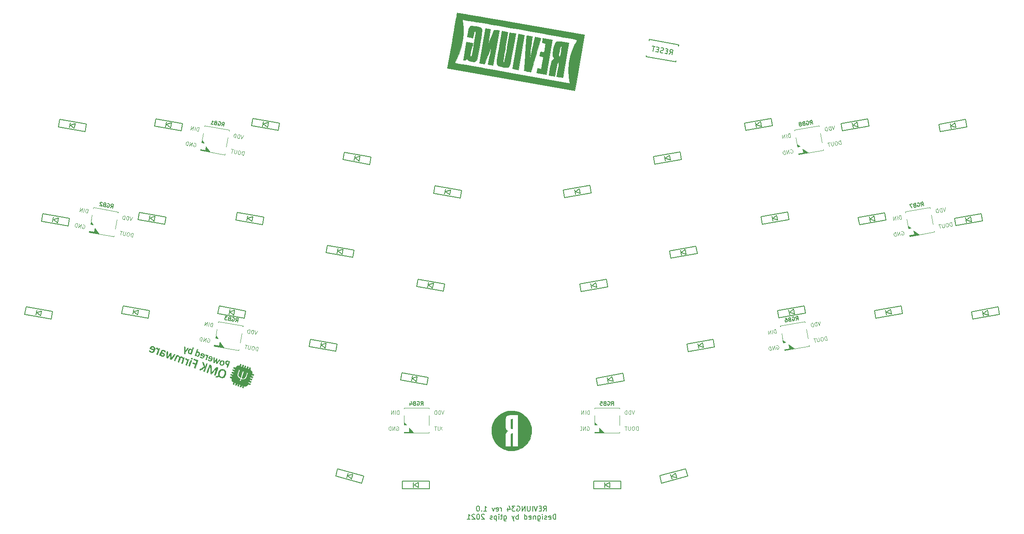
<source format=gbo>
%TF.GenerationSoftware,KiCad,Pcbnew,(5.1.9-0-10_14)*%
%TF.CreationDate,2021-04-02T11:44:49+09:00*%
%TF.ProjectId,reviung34,72657669-756e-4673-9334-2e6b69636164,1*%
%TF.SameCoordinates,Original*%
%TF.FileFunction,Legend,Bot*%
%TF.FilePolarity,Positive*%
%FSLAX46Y46*%
G04 Gerber Fmt 4.6, Leading zero omitted, Abs format (unit mm)*
G04 Created by KiCad (PCBNEW (5.1.9-0-10_14)) date 2021-04-02 11:44:49*
%MOMM*%
%LPD*%
G01*
G04 APERTURE LIST*
%ADD10C,0.150000*%
%ADD11C,0.010000*%
%ADD12C,0.100000*%
%ADD13C,0.120000*%
%ADD14C,1.524000*%
%ADD15C,2.250000*%
%ADD16C,3.987800*%
%ADD17C,1.750000*%
%ADD18C,2.200000*%
%ADD19C,4.500000*%
%ADD20C,3.048000*%
%ADD21O,2.400000X1.800000*%
%ADD22R,1.300000X0.950000*%
%ADD23C,2.000000*%
%ADD24R,1.500000X1.000000*%
%ADD25O,2.250000X1.750000*%
G04 APERTURE END LIST*
D10*
X144290952Y-134047380D02*
X144624285Y-133571190D01*
X144862380Y-134047380D02*
X144862380Y-133047380D01*
X144481428Y-133047380D01*
X144386190Y-133095000D01*
X144338571Y-133142619D01*
X144290952Y-133237857D01*
X144290952Y-133380714D01*
X144338571Y-133475952D01*
X144386190Y-133523571D01*
X144481428Y-133571190D01*
X144862380Y-133571190D01*
X143862380Y-133523571D02*
X143529047Y-133523571D01*
X143386190Y-134047380D02*
X143862380Y-134047380D01*
X143862380Y-133047380D01*
X143386190Y-133047380D01*
X143100476Y-133047380D02*
X142767142Y-134047380D01*
X142433809Y-133047380D01*
X142100476Y-134047380D02*
X142100476Y-133047380D01*
X141624285Y-133047380D02*
X141624285Y-133856904D01*
X141576666Y-133952142D01*
X141529047Y-133999761D01*
X141433809Y-134047380D01*
X141243333Y-134047380D01*
X141148095Y-133999761D01*
X141100476Y-133952142D01*
X141052857Y-133856904D01*
X141052857Y-133047380D01*
X140576666Y-134047380D02*
X140576666Y-133047380D01*
X140005238Y-134047380D01*
X140005238Y-133047380D01*
X139005238Y-133095000D02*
X139100476Y-133047380D01*
X139243333Y-133047380D01*
X139386190Y-133095000D01*
X139481428Y-133190238D01*
X139529047Y-133285476D01*
X139576666Y-133475952D01*
X139576666Y-133618809D01*
X139529047Y-133809285D01*
X139481428Y-133904523D01*
X139386190Y-133999761D01*
X139243333Y-134047380D01*
X139148095Y-134047380D01*
X139005238Y-133999761D01*
X138957619Y-133952142D01*
X138957619Y-133618809D01*
X139148095Y-133618809D01*
X138624285Y-133047380D02*
X138005238Y-133047380D01*
X138338571Y-133428333D01*
X138195714Y-133428333D01*
X138100476Y-133475952D01*
X138052857Y-133523571D01*
X138005238Y-133618809D01*
X138005238Y-133856904D01*
X138052857Y-133952142D01*
X138100476Y-133999761D01*
X138195714Y-134047380D01*
X138481428Y-134047380D01*
X138576666Y-133999761D01*
X138624285Y-133952142D01*
X137148095Y-133380714D02*
X137148095Y-134047380D01*
X137386190Y-132999761D02*
X137624285Y-133714047D01*
X137005238Y-133714047D01*
X135862380Y-134047380D02*
X135862380Y-133380714D01*
X135862380Y-133571190D02*
X135814761Y-133475952D01*
X135767142Y-133428333D01*
X135671904Y-133380714D01*
X135576666Y-133380714D01*
X134862380Y-133999761D02*
X134957619Y-134047380D01*
X135148095Y-134047380D01*
X135243333Y-133999761D01*
X135290952Y-133904523D01*
X135290952Y-133523571D01*
X135243333Y-133428333D01*
X135148095Y-133380714D01*
X134957619Y-133380714D01*
X134862380Y-133428333D01*
X134814761Y-133523571D01*
X134814761Y-133618809D01*
X135290952Y-133714047D01*
X134481428Y-133380714D02*
X134243333Y-134047380D01*
X134005238Y-133380714D01*
X132338571Y-134047380D02*
X132910000Y-134047380D01*
X132624285Y-134047380D02*
X132624285Y-133047380D01*
X132719523Y-133190238D01*
X132814761Y-133285476D01*
X132910000Y-133333095D01*
X131910000Y-133952142D02*
X131862380Y-133999761D01*
X131910000Y-134047380D01*
X131957619Y-133999761D01*
X131910000Y-133952142D01*
X131910000Y-134047380D01*
X131243333Y-133047380D02*
X131148095Y-133047380D01*
X131052857Y-133095000D01*
X131005238Y-133142619D01*
X130957619Y-133237857D01*
X130910000Y-133428333D01*
X130910000Y-133666428D01*
X130957619Y-133856904D01*
X131005238Y-133952142D01*
X131052857Y-133999761D01*
X131148095Y-134047380D01*
X131243333Y-134047380D01*
X131338571Y-133999761D01*
X131386190Y-133952142D01*
X131433809Y-133856904D01*
X131481428Y-133666428D01*
X131481428Y-133428333D01*
X131433809Y-133237857D01*
X131386190Y-133142619D01*
X131338571Y-133095000D01*
X131243333Y-133047380D01*
X146743333Y-135697380D02*
X146743333Y-134697380D01*
X146505238Y-134697380D01*
X146362380Y-134745000D01*
X146267142Y-134840238D01*
X146219523Y-134935476D01*
X146171904Y-135125952D01*
X146171904Y-135268809D01*
X146219523Y-135459285D01*
X146267142Y-135554523D01*
X146362380Y-135649761D01*
X146505238Y-135697380D01*
X146743333Y-135697380D01*
X145362380Y-135649761D02*
X145457619Y-135697380D01*
X145648095Y-135697380D01*
X145743333Y-135649761D01*
X145790952Y-135554523D01*
X145790952Y-135173571D01*
X145743333Y-135078333D01*
X145648095Y-135030714D01*
X145457619Y-135030714D01*
X145362380Y-135078333D01*
X145314761Y-135173571D01*
X145314761Y-135268809D01*
X145790952Y-135364047D01*
X144933809Y-135649761D02*
X144838571Y-135697380D01*
X144648095Y-135697380D01*
X144552857Y-135649761D01*
X144505238Y-135554523D01*
X144505238Y-135506904D01*
X144552857Y-135411666D01*
X144648095Y-135364047D01*
X144790952Y-135364047D01*
X144886190Y-135316428D01*
X144933809Y-135221190D01*
X144933809Y-135173571D01*
X144886190Y-135078333D01*
X144790952Y-135030714D01*
X144648095Y-135030714D01*
X144552857Y-135078333D01*
X144076666Y-135697380D02*
X144076666Y-135030714D01*
X144076666Y-134697380D02*
X144124285Y-134745000D01*
X144076666Y-134792619D01*
X144029047Y-134745000D01*
X144076666Y-134697380D01*
X144076666Y-134792619D01*
X143171904Y-135030714D02*
X143171904Y-135840238D01*
X143219523Y-135935476D01*
X143267142Y-135983095D01*
X143362380Y-136030714D01*
X143505238Y-136030714D01*
X143600476Y-135983095D01*
X143171904Y-135649761D02*
X143267142Y-135697380D01*
X143457619Y-135697380D01*
X143552857Y-135649761D01*
X143600476Y-135602142D01*
X143648095Y-135506904D01*
X143648095Y-135221190D01*
X143600476Y-135125952D01*
X143552857Y-135078333D01*
X143457619Y-135030714D01*
X143267142Y-135030714D01*
X143171904Y-135078333D01*
X142695714Y-135030714D02*
X142695714Y-135697380D01*
X142695714Y-135125952D02*
X142648095Y-135078333D01*
X142552857Y-135030714D01*
X142410000Y-135030714D01*
X142314761Y-135078333D01*
X142267142Y-135173571D01*
X142267142Y-135697380D01*
X141410000Y-135649761D02*
X141505238Y-135697380D01*
X141695714Y-135697380D01*
X141790952Y-135649761D01*
X141838571Y-135554523D01*
X141838571Y-135173571D01*
X141790952Y-135078333D01*
X141695714Y-135030714D01*
X141505238Y-135030714D01*
X141410000Y-135078333D01*
X141362380Y-135173571D01*
X141362380Y-135268809D01*
X141838571Y-135364047D01*
X140505238Y-135697380D02*
X140505238Y-134697380D01*
X140505238Y-135649761D02*
X140600476Y-135697380D01*
X140790952Y-135697380D01*
X140886190Y-135649761D01*
X140933809Y-135602142D01*
X140981428Y-135506904D01*
X140981428Y-135221190D01*
X140933809Y-135125952D01*
X140886190Y-135078333D01*
X140790952Y-135030714D01*
X140600476Y-135030714D01*
X140505238Y-135078333D01*
X139267142Y-135697380D02*
X139267142Y-134697380D01*
X139267142Y-135078333D02*
X139171904Y-135030714D01*
X138981428Y-135030714D01*
X138886190Y-135078333D01*
X138838571Y-135125952D01*
X138790952Y-135221190D01*
X138790952Y-135506904D01*
X138838571Y-135602142D01*
X138886190Y-135649761D01*
X138981428Y-135697380D01*
X139171904Y-135697380D01*
X139267142Y-135649761D01*
X138457619Y-135030714D02*
X138219523Y-135697380D01*
X137981428Y-135030714D02*
X138219523Y-135697380D01*
X138314761Y-135935476D01*
X138362380Y-135983095D01*
X138457619Y-136030714D01*
X136410000Y-135030714D02*
X136410000Y-135840238D01*
X136457619Y-135935476D01*
X136505238Y-135983095D01*
X136600476Y-136030714D01*
X136743333Y-136030714D01*
X136838571Y-135983095D01*
X136410000Y-135649761D02*
X136505238Y-135697380D01*
X136695714Y-135697380D01*
X136790952Y-135649761D01*
X136838571Y-135602142D01*
X136886190Y-135506904D01*
X136886190Y-135221190D01*
X136838571Y-135125952D01*
X136790952Y-135078333D01*
X136695714Y-135030714D01*
X136505238Y-135030714D01*
X136410000Y-135078333D01*
X136076666Y-135030714D02*
X135695714Y-135030714D01*
X135933809Y-134697380D02*
X135933809Y-135554523D01*
X135886190Y-135649761D01*
X135790952Y-135697380D01*
X135695714Y-135697380D01*
X135362380Y-135697380D02*
X135362380Y-135030714D01*
X135362380Y-134697380D02*
X135410000Y-134745000D01*
X135362380Y-134792619D01*
X135314761Y-134745000D01*
X135362380Y-134697380D01*
X135362380Y-134792619D01*
X134886190Y-135030714D02*
X134886190Y-136030714D01*
X134886190Y-135078333D02*
X134790952Y-135030714D01*
X134600476Y-135030714D01*
X134505238Y-135078333D01*
X134457619Y-135125952D01*
X134410000Y-135221190D01*
X134410000Y-135506904D01*
X134457619Y-135602142D01*
X134505238Y-135649761D01*
X134600476Y-135697380D01*
X134790952Y-135697380D01*
X134886190Y-135649761D01*
X134029047Y-135649761D02*
X133933809Y-135697380D01*
X133743333Y-135697380D01*
X133648095Y-135649761D01*
X133600476Y-135554523D01*
X133600476Y-135506904D01*
X133648095Y-135411666D01*
X133743333Y-135364047D01*
X133886190Y-135364047D01*
X133981428Y-135316428D01*
X134029047Y-135221190D01*
X134029047Y-135173571D01*
X133981428Y-135078333D01*
X133886190Y-135030714D01*
X133743333Y-135030714D01*
X133648095Y-135078333D01*
X132457619Y-134792619D02*
X132410000Y-134745000D01*
X132314761Y-134697380D01*
X132076666Y-134697380D01*
X131981428Y-134745000D01*
X131933809Y-134792619D01*
X131886190Y-134887857D01*
X131886190Y-134983095D01*
X131933809Y-135125952D01*
X132505238Y-135697380D01*
X131886190Y-135697380D01*
X131267142Y-134697380D02*
X131171904Y-134697380D01*
X131076666Y-134745000D01*
X131029047Y-134792619D01*
X130981428Y-134887857D01*
X130933809Y-135078333D01*
X130933809Y-135316428D01*
X130981428Y-135506904D01*
X131029047Y-135602142D01*
X131076666Y-135649761D01*
X131171904Y-135697380D01*
X131267142Y-135697380D01*
X131362380Y-135649761D01*
X131410000Y-135602142D01*
X131457619Y-135506904D01*
X131505238Y-135316428D01*
X131505238Y-135078333D01*
X131457619Y-134887857D01*
X131410000Y-134792619D01*
X131362380Y-134745000D01*
X131267142Y-134697380D01*
X130552857Y-134792619D02*
X130505238Y-134745000D01*
X130410000Y-134697380D01*
X130171904Y-134697380D01*
X130076666Y-134745000D01*
X130029047Y-134792619D01*
X129981428Y-134887857D01*
X129981428Y-134983095D01*
X130029047Y-135125952D01*
X130600476Y-135697380D01*
X129981428Y-135697380D01*
X129029047Y-135697380D02*
X129600476Y-135697380D01*
X129314761Y-135697380D02*
X129314761Y-134697380D01*
X129410000Y-134840238D01*
X129505238Y-134935476D01*
X129600476Y-134983095D01*
D11*
%TO.C,G\u002A\u002A\u002A*%
G36*
X137865315Y-115641922D02*
G01*
X137790345Y-115670525D01*
X137747687Y-115713908D01*
X137742353Y-115745791D01*
X137737621Y-115814282D01*
X137733515Y-115913663D01*
X137730062Y-116038214D01*
X137727287Y-116182213D01*
X137725216Y-116339941D01*
X137723872Y-116505678D01*
X137723283Y-116673703D01*
X137723473Y-116838298D01*
X137724468Y-116993741D01*
X137726292Y-117134312D01*
X137728972Y-117254292D01*
X137732533Y-117347960D01*
X137737001Y-117409596D01*
X137740082Y-117428658D01*
X137779363Y-117508116D01*
X137847210Y-117557645D01*
X137945168Y-117578247D01*
X137972449Y-117579000D01*
X138058167Y-117579000D01*
X138058167Y-115631666D01*
X137963913Y-115631666D01*
X137865315Y-115641922D01*
G37*
X137865315Y-115641922D02*
X137790345Y-115670525D01*
X137747687Y-115713908D01*
X137742353Y-115745791D01*
X137737621Y-115814282D01*
X137733515Y-115913663D01*
X137730062Y-116038214D01*
X137727287Y-116182213D01*
X137725216Y-116339941D01*
X137723872Y-116505678D01*
X137723283Y-116673703D01*
X137723473Y-116838298D01*
X137724468Y-116993741D01*
X137726292Y-117134312D01*
X137728972Y-117254292D01*
X137732533Y-117347960D01*
X137737001Y-117409596D01*
X137740082Y-117428658D01*
X137779363Y-117508116D01*
X137847210Y-117557645D01*
X137945168Y-117578247D01*
X137972449Y-117579000D01*
X138058167Y-117579000D01*
X138058167Y-115631666D01*
X137963913Y-115631666D01*
X137865315Y-115641922D01*
G36*
X137649169Y-113988093D02*
G01*
X137252381Y-114032589D01*
X136860887Y-114116850D01*
X136477898Y-114240847D01*
X136125208Y-114395247D01*
X135769935Y-114594243D01*
X135443684Y-114822008D01*
X135147017Y-115075973D01*
X134880494Y-115353568D01*
X134644676Y-115652224D01*
X134440125Y-115969373D01*
X134267401Y-116302446D01*
X134127064Y-116648873D01*
X134019675Y-117006087D01*
X133945796Y-117371517D01*
X133905987Y-117742596D01*
X133900808Y-118116754D01*
X133930821Y-118491422D01*
X133996587Y-118864032D01*
X134098665Y-119232014D01*
X134237618Y-119592799D01*
X134414005Y-119943819D01*
X134628388Y-120282505D01*
X134792553Y-120500000D01*
X134896140Y-120619791D01*
X135022723Y-120753066D01*
X135161574Y-120889468D01*
X135301965Y-121018642D01*
X135433166Y-121130231D01*
X135497000Y-121179968D01*
X135835165Y-121406517D01*
X136192842Y-121596755D01*
X136566646Y-121749746D01*
X136953194Y-121864554D01*
X137349100Y-121940244D01*
X137750980Y-121975881D01*
X138155449Y-121970528D01*
X138309900Y-121957471D01*
X138711110Y-121894916D01*
X139098135Y-121793797D01*
X139468906Y-121656113D01*
X139821356Y-121483861D01*
X140153417Y-121279042D01*
X140315034Y-121156166D01*
X139158834Y-121156166D01*
X138058167Y-121156166D01*
X138058167Y-118510333D01*
X137978792Y-118510645D01*
X137876921Y-118526230D01*
X137801472Y-118573568D01*
X137756575Y-118637627D01*
X137748709Y-118655950D01*
X137742035Y-118679307D01*
X137736456Y-118711090D01*
X137731875Y-118754695D01*
X137728196Y-118813514D01*
X137725322Y-118890942D01*
X137723154Y-118990372D01*
X137721597Y-119115197D01*
X137720554Y-119268811D01*
X137719926Y-119454608D01*
X137719619Y-119675982D01*
X137719533Y-119933791D01*
X137719500Y-121156166D01*
X136637865Y-121156166D01*
X136644700Y-119880875D01*
X136646150Y-119616552D01*
X136647535Y-119391061D01*
X136648988Y-119200896D01*
X136650643Y-119042557D01*
X136652632Y-118912539D01*
X136655090Y-118807341D01*
X136658150Y-118723460D01*
X136661944Y-118657393D01*
X136666607Y-118605637D01*
X136672272Y-118564690D01*
X136679071Y-118531048D01*
X136687140Y-118501210D01*
X136696610Y-118471673D01*
X136698577Y-118465810D01*
X136770954Y-118313360D01*
X136875740Y-118182376D01*
X137006552Y-118080649D01*
X137020880Y-118072351D01*
X137123726Y-118014538D01*
X137035321Y-117964649D01*
X136906016Y-117874405D01*
X136805774Y-117763363D01*
X136729309Y-117624558D01*
X136686430Y-117504916D01*
X136676313Y-117449116D01*
X136667393Y-117356894D01*
X136659724Y-117234146D01*
X136653357Y-117086768D01*
X136648346Y-116920656D01*
X136644744Y-116741707D01*
X136642603Y-116555815D01*
X136641976Y-116368877D01*
X136642917Y-116186790D01*
X136645477Y-116015449D01*
X136649711Y-115860749D01*
X136655670Y-115728588D01*
X136663408Y-115624861D01*
X136669145Y-115577262D01*
X136704980Y-115388116D01*
X136751282Y-115235671D01*
X136810743Y-115115016D01*
X136886053Y-115021239D01*
X136979904Y-114949428D01*
X137027093Y-114923853D01*
X137087592Y-114895633D01*
X137146629Y-114872032D01*
X137208674Y-114852584D01*
X137278196Y-114836818D01*
X137359667Y-114824267D01*
X137457557Y-114814463D01*
X137576335Y-114806936D01*
X137720472Y-114801219D01*
X137894438Y-114796842D01*
X138102704Y-114793338D01*
X138296292Y-114790857D01*
X139158834Y-114780707D01*
X139158834Y-121156166D01*
X140315034Y-121156166D01*
X140463023Y-121043652D01*
X140748105Y-120779689D01*
X141006596Y-120489153D01*
X141236429Y-120174042D01*
X141435536Y-119836353D01*
X141601850Y-119478085D01*
X141733303Y-119101236D01*
X141827828Y-118707805D01*
X141857360Y-118528746D01*
X141874041Y-118369312D01*
X141884042Y-118182012D01*
X141887364Y-117980784D01*
X141884008Y-117779564D01*
X141873974Y-117592289D01*
X141857321Y-117433308D01*
X141778838Y-117027277D01*
X141661869Y-116636807D01*
X141507990Y-116264043D01*
X141318777Y-115911129D01*
X141095805Y-115580208D01*
X140840652Y-115273423D01*
X140554891Y-114992917D01*
X140240100Y-114740835D01*
X139897854Y-114519320D01*
X139600249Y-114363136D01*
X139225110Y-114208359D01*
X138839223Y-114093496D01*
X138445799Y-114018517D01*
X138048045Y-113983393D01*
X137649169Y-113988093D01*
G37*
X137649169Y-113988093D02*
X137252381Y-114032589D01*
X136860887Y-114116850D01*
X136477898Y-114240847D01*
X136125208Y-114395247D01*
X135769935Y-114594243D01*
X135443684Y-114822008D01*
X135147017Y-115075973D01*
X134880494Y-115353568D01*
X134644676Y-115652224D01*
X134440125Y-115969373D01*
X134267401Y-116302446D01*
X134127064Y-116648873D01*
X134019675Y-117006087D01*
X133945796Y-117371517D01*
X133905987Y-117742596D01*
X133900808Y-118116754D01*
X133930821Y-118491422D01*
X133996587Y-118864032D01*
X134098665Y-119232014D01*
X134237618Y-119592799D01*
X134414005Y-119943819D01*
X134628388Y-120282505D01*
X134792553Y-120500000D01*
X134896140Y-120619791D01*
X135022723Y-120753066D01*
X135161574Y-120889468D01*
X135301965Y-121018642D01*
X135433166Y-121130231D01*
X135497000Y-121179968D01*
X135835165Y-121406517D01*
X136192842Y-121596755D01*
X136566646Y-121749746D01*
X136953194Y-121864554D01*
X137349100Y-121940244D01*
X137750980Y-121975881D01*
X138155449Y-121970528D01*
X138309900Y-121957471D01*
X138711110Y-121894916D01*
X139098135Y-121793797D01*
X139468906Y-121656113D01*
X139821356Y-121483861D01*
X140153417Y-121279042D01*
X140315034Y-121156166D01*
X139158834Y-121156166D01*
X138058167Y-121156166D01*
X138058167Y-118510333D01*
X137978792Y-118510645D01*
X137876921Y-118526230D01*
X137801472Y-118573568D01*
X137756575Y-118637627D01*
X137748709Y-118655950D01*
X137742035Y-118679307D01*
X137736456Y-118711090D01*
X137731875Y-118754695D01*
X137728196Y-118813514D01*
X137725322Y-118890942D01*
X137723154Y-118990372D01*
X137721597Y-119115197D01*
X137720554Y-119268811D01*
X137719926Y-119454608D01*
X137719619Y-119675982D01*
X137719533Y-119933791D01*
X137719500Y-121156166D01*
X136637865Y-121156166D01*
X136644700Y-119880875D01*
X136646150Y-119616552D01*
X136647535Y-119391061D01*
X136648988Y-119200896D01*
X136650643Y-119042557D01*
X136652632Y-118912539D01*
X136655090Y-118807341D01*
X136658150Y-118723460D01*
X136661944Y-118657393D01*
X136666607Y-118605637D01*
X136672272Y-118564690D01*
X136679071Y-118531048D01*
X136687140Y-118501210D01*
X136696610Y-118471673D01*
X136698577Y-118465810D01*
X136770954Y-118313360D01*
X136875740Y-118182376D01*
X137006552Y-118080649D01*
X137020880Y-118072351D01*
X137123726Y-118014538D01*
X137035321Y-117964649D01*
X136906016Y-117874405D01*
X136805774Y-117763363D01*
X136729309Y-117624558D01*
X136686430Y-117504916D01*
X136676313Y-117449116D01*
X136667393Y-117356894D01*
X136659724Y-117234146D01*
X136653357Y-117086768D01*
X136648346Y-116920656D01*
X136644744Y-116741707D01*
X136642603Y-116555815D01*
X136641976Y-116368877D01*
X136642917Y-116186790D01*
X136645477Y-116015449D01*
X136649711Y-115860749D01*
X136655670Y-115728588D01*
X136663408Y-115624861D01*
X136669145Y-115577262D01*
X136704980Y-115388116D01*
X136751282Y-115235671D01*
X136810743Y-115115016D01*
X136886053Y-115021239D01*
X136979904Y-114949428D01*
X137027093Y-114923853D01*
X137087592Y-114895633D01*
X137146629Y-114872032D01*
X137208674Y-114852584D01*
X137278196Y-114836818D01*
X137359667Y-114824267D01*
X137457557Y-114814463D01*
X137576335Y-114806936D01*
X137720472Y-114801219D01*
X137894438Y-114796842D01*
X138102704Y-114793338D01*
X138296292Y-114790857D01*
X139158834Y-114780707D01*
X139158834Y-121156166D01*
X140315034Y-121156166D01*
X140463023Y-121043652D01*
X140748105Y-120779689D01*
X141006596Y-120489153D01*
X141236429Y-120174042D01*
X141435536Y-119836353D01*
X141601850Y-119478085D01*
X141733303Y-119101236D01*
X141827828Y-118707805D01*
X141857360Y-118528746D01*
X141874041Y-118369312D01*
X141884042Y-118182012D01*
X141887364Y-117980784D01*
X141884008Y-117779564D01*
X141873974Y-117592289D01*
X141857321Y-117433308D01*
X141778838Y-117027277D01*
X141661869Y-116636807D01*
X141507990Y-116264043D01*
X141318777Y-115911129D01*
X141095805Y-115580208D01*
X140840652Y-115273423D01*
X140554891Y-114992917D01*
X140240100Y-114740835D01*
X139897854Y-114519320D01*
X139600249Y-114363136D01*
X139225110Y-114208359D01*
X138839223Y-114093496D01*
X138445799Y-114018517D01*
X138048045Y-113983393D01*
X137649169Y-113988093D01*
G36*
X137787110Y-36188864D02*
G01*
X135972172Y-35870669D01*
X134321582Y-35582666D01*
X132836235Y-35325004D01*
X131517031Y-35097837D01*
X130364865Y-34901316D01*
X129380633Y-34735592D01*
X128565232Y-34600817D01*
X127919561Y-34497144D01*
X127444515Y-34424725D01*
X127140991Y-34383710D01*
X127009885Y-34374252D01*
X127004299Y-34376366D01*
X126981966Y-34475437D01*
X126932595Y-34733422D01*
X126858841Y-35135362D01*
X126763357Y-35666301D01*
X126648797Y-36311280D01*
X126517817Y-37055341D01*
X126373068Y-37883527D01*
X126217206Y-38780880D01*
X126052884Y-39732440D01*
X126018194Y-39934009D01*
X125076332Y-45410038D01*
X150522160Y-49896824D01*
X150736567Y-48680860D01*
X149499909Y-48462804D01*
X138002026Y-46435417D01*
X136603931Y-46188600D01*
X135254641Y-45949826D01*
X133964257Y-45720907D01*
X132742879Y-45503663D01*
X131600607Y-45299906D01*
X130547542Y-45111454D01*
X129593785Y-44940122D01*
X128749435Y-44787727D01*
X128024595Y-44656084D01*
X127429363Y-44547008D01*
X126973840Y-44462316D01*
X126668127Y-44403824D01*
X126522325Y-44373348D01*
X126510927Y-44369543D01*
X126553297Y-44280244D01*
X126661317Y-44072649D01*
X126815882Y-43783159D01*
X126909056Y-43610969D01*
X127447093Y-42448127D01*
X127854229Y-41196707D01*
X128124362Y-39892248D01*
X128251390Y-38570285D01*
X128229212Y-37266360D01*
X128135530Y-36467933D01*
X128091336Y-36138180D01*
X128072042Y-35877542D01*
X128080738Y-35733129D01*
X128086592Y-35721769D01*
X128179122Y-35728634D01*
X128435207Y-35764647D01*
X128844733Y-35828093D01*
X129397589Y-35917259D01*
X130083661Y-36030431D01*
X130892835Y-36165894D01*
X131814998Y-36321936D01*
X132840039Y-36496843D01*
X133957843Y-36688899D01*
X135158297Y-36896393D01*
X136431289Y-37117610D01*
X137766705Y-37350835D01*
X139154431Y-37594356D01*
X139614279Y-37675300D01*
X141312717Y-37974791D01*
X142844803Y-38245618D01*
X144217993Y-38489168D01*
X145439746Y-38706827D01*
X146517518Y-38899987D01*
X147458766Y-39070032D01*
X148270949Y-39218349D01*
X148961524Y-39346326D01*
X149537947Y-39455350D01*
X150007677Y-39546810D01*
X150378171Y-39622091D01*
X150656886Y-39682581D01*
X150851279Y-39729669D01*
X150968808Y-39764739D01*
X151016931Y-39789181D01*
X151018147Y-39796760D01*
X150950079Y-39915267D01*
X150820993Y-40148984D01*
X150653062Y-40457582D01*
X150557797Y-40634166D01*
X150006470Y-41840510D01*
X149601982Y-43124560D01*
X149348707Y-44460017D01*
X149251019Y-45820579D01*
X149313297Y-47179945D01*
X149381740Y-47703138D01*
X149499909Y-48462804D01*
X150736567Y-48680860D01*
X152482455Y-38779438D01*
X139765498Y-36537096D01*
X137787110Y-36188864D01*
G37*
X137787110Y-36188864D02*
X135972172Y-35870669D01*
X134321582Y-35582666D01*
X132836235Y-35325004D01*
X131517031Y-35097837D01*
X130364865Y-34901316D01*
X129380633Y-34735592D01*
X128565232Y-34600817D01*
X127919561Y-34497144D01*
X127444515Y-34424725D01*
X127140991Y-34383710D01*
X127009885Y-34374252D01*
X127004299Y-34376366D01*
X126981966Y-34475437D01*
X126932595Y-34733422D01*
X126858841Y-35135362D01*
X126763357Y-35666301D01*
X126648797Y-36311280D01*
X126517817Y-37055341D01*
X126373068Y-37883527D01*
X126217206Y-38780880D01*
X126052884Y-39732440D01*
X126018194Y-39934009D01*
X125076332Y-45410038D01*
X150522160Y-49896824D01*
X150736567Y-48680860D01*
X149499909Y-48462804D01*
X138002026Y-46435417D01*
X136603931Y-46188600D01*
X135254641Y-45949826D01*
X133964257Y-45720907D01*
X132742879Y-45503663D01*
X131600607Y-45299906D01*
X130547542Y-45111454D01*
X129593785Y-44940122D01*
X128749435Y-44787727D01*
X128024595Y-44656084D01*
X127429363Y-44547008D01*
X126973840Y-44462316D01*
X126668127Y-44403824D01*
X126522325Y-44373348D01*
X126510927Y-44369543D01*
X126553297Y-44280244D01*
X126661317Y-44072649D01*
X126815882Y-43783159D01*
X126909056Y-43610969D01*
X127447093Y-42448127D01*
X127854229Y-41196707D01*
X128124362Y-39892248D01*
X128251390Y-38570285D01*
X128229212Y-37266360D01*
X128135530Y-36467933D01*
X128091336Y-36138180D01*
X128072042Y-35877542D01*
X128080738Y-35733129D01*
X128086592Y-35721769D01*
X128179122Y-35728634D01*
X128435207Y-35764647D01*
X128844733Y-35828093D01*
X129397589Y-35917259D01*
X130083661Y-36030431D01*
X130892835Y-36165894D01*
X131814998Y-36321936D01*
X132840039Y-36496843D01*
X133957843Y-36688899D01*
X135158297Y-36896393D01*
X136431289Y-37117610D01*
X137766705Y-37350835D01*
X139154431Y-37594356D01*
X139614279Y-37675300D01*
X141312717Y-37974791D01*
X142844803Y-38245618D01*
X144217993Y-38489168D01*
X145439746Y-38706827D01*
X146517518Y-38899987D01*
X147458766Y-39070032D01*
X148270949Y-39218349D01*
X148961524Y-39346326D01*
X149537947Y-39455350D01*
X150007677Y-39546810D01*
X150378171Y-39622091D01*
X150656886Y-39682581D01*
X150851279Y-39729669D01*
X150968808Y-39764739D01*
X151016931Y-39789181D01*
X151018147Y-39796760D01*
X150950079Y-39915267D01*
X150820993Y-40148984D01*
X150653062Y-40457582D01*
X150557797Y-40634166D01*
X150006470Y-41840510D01*
X149601982Y-43124560D01*
X149348707Y-44460017D01*
X149251019Y-45820579D01*
X149313297Y-47179945D01*
X149381740Y-47703138D01*
X149499909Y-48462804D01*
X150736567Y-48680860D01*
X152482455Y-38779438D01*
X139765498Y-36537096D01*
X137787110Y-36188864D01*
G36*
X148196104Y-40188230D02*
G01*
X147729718Y-40119424D01*
X147403692Y-40078351D01*
X147184087Y-40065675D01*
X147036963Y-40082066D01*
X146928381Y-40128192D01*
X146824401Y-40204718D01*
X146811250Y-40215460D01*
X146628885Y-40451378D01*
X146461878Y-40831789D01*
X146319883Y-41324892D01*
X146212554Y-41898883D01*
X146161110Y-42357204D01*
X146141782Y-42729977D01*
X146161715Y-42980777D01*
X146227846Y-43161031D01*
X146280212Y-43240519D01*
X146391347Y-43402060D01*
X146391050Y-43489522D01*
X146274139Y-43569617D01*
X146253771Y-43580935D01*
X146107705Y-43701254D01*
X145979142Y-43901699D01*
X145860805Y-44203132D01*
X145745422Y-44626408D01*
X145625714Y-45192390D01*
X145551331Y-45594854D01*
X145331023Y-46832166D01*
X146542684Y-47045815D01*
X146815220Y-45639741D01*
X146919021Y-45113128D01*
X146999153Y-44735784D01*
X147063047Y-44483353D01*
X147118133Y-44331477D01*
X147171842Y-44255802D01*
X147231604Y-44231969D01*
X147244898Y-44231281D01*
X147300750Y-44242711D01*
X147333133Y-44295174D01*
X147340417Y-44412878D01*
X147320973Y-44620027D01*
X147273174Y-44940826D01*
X147195390Y-45399483D01*
X147148222Y-45668364D01*
X146894405Y-47107833D01*
X148110369Y-47322240D01*
X148990970Y-42328102D01*
X147775006Y-42113695D01*
X147697279Y-42524053D01*
X147623146Y-42861340D01*
X147560508Y-43093042D01*
X147517269Y-43186646D01*
X147514088Y-43187125D01*
X147408346Y-43112422D01*
X147358757Y-43052270D01*
X147332400Y-42906212D01*
X147344232Y-42637417D01*
X147385898Y-42293284D01*
X147449035Y-41921212D01*
X147525290Y-41568599D01*
X147606303Y-41282848D01*
X147683717Y-41111355D01*
X147704871Y-41089356D01*
X147848682Y-41020429D01*
X147896957Y-41015761D01*
X147908932Y-41101767D01*
X147891505Y-41327774D01*
X147848367Y-41660525D01*
X147783215Y-42066767D01*
X147775006Y-42113695D01*
X148990970Y-42328102D01*
X149337987Y-40360069D01*
X148196104Y-40188230D01*
G37*
X148196104Y-40188230D02*
X147729718Y-40119424D01*
X147403692Y-40078351D01*
X147184087Y-40065675D01*
X147036963Y-40082066D01*
X146928381Y-40128192D01*
X146824401Y-40204718D01*
X146811250Y-40215460D01*
X146628885Y-40451378D01*
X146461878Y-40831789D01*
X146319883Y-41324892D01*
X146212554Y-41898883D01*
X146161110Y-42357204D01*
X146141782Y-42729977D01*
X146161715Y-42980777D01*
X146227846Y-43161031D01*
X146280212Y-43240519D01*
X146391347Y-43402060D01*
X146391050Y-43489522D01*
X146274139Y-43569617D01*
X146253771Y-43580935D01*
X146107705Y-43701254D01*
X145979142Y-43901699D01*
X145860805Y-44203132D01*
X145745422Y-44626408D01*
X145625714Y-45192390D01*
X145551331Y-45594854D01*
X145331023Y-46832166D01*
X146542684Y-47045815D01*
X146815220Y-45639741D01*
X146919021Y-45113128D01*
X146999153Y-44735784D01*
X147063047Y-44483353D01*
X147118133Y-44331477D01*
X147171842Y-44255802D01*
X147231604Y-44231969D01*
X147244898Y-44231281D01*
X147300750Y-44242711D01*
X147333133Y-44295174D01*
X147340417Y-44412878D01*
X147320973Y-44620027D01*
X147273174Y-44940826D01*
X147195390Y-45399483D01*
X147148222Y-45668364D01*
X146894405Y-47107833D01*
X148110369Y-47322240D01*
X148990970Y-42328102D01*
X147775006Y-42113695D01*
X147697279Y-42524053D01*
X147623146Y-42861340D01*
X147560508Y-43093042D01*
X147517269Y-43186646D01*
X147514088Y-43187125D01*
X147408346Y-43112422D01*
X147358757Y-43052270D01*
X147332400Y-42906212D01*
X147344232Y-42637417D01*
X147385898Y-42293284D01*
X147449035Y-41921212D01*
X147525290Y-41568599D01*
X147606303Y-41282848D01*
X147683717Y-41111355D01*
X147704871Y-41089356D01*
X147848682Y-41020429D01*
X147896957Y-41015761D01*
X147908932Y-41101767D01*
X147891505Y-41327774D01*
X147848367Y-41660525D01*
X147783215Y-42066767D01*
X147775006Y-42113695D01*
X148990970Y-42328102D01*
X149337987Y-40360069D01*
X148196104Y-40188230D01*
G36*
X144047705Y-39889259D02*
G01*
X144016532Y-40190262D01*
X144055111Y-40337798D01*
X144078292Y-40350656D01*
X144238324Y-40389366D01*
X144443595Y-40437458D01*
X144701737Y-40497134D01*
X144395441Y-42234226D01*
X144089063Y-42194164D01*
X143864962Y-42166280D01*
X143723708Y-42151278D01*
X143716102Y-42150789D01*
X143664033Y-42227296D01*
X143604660Y-42426261D01*
X143573827Y-42576757D01*
X143498134Y-43006036D01*
X143862556Y-43097831D01*
X144226978Y-43189626D01*
X144025304Y-44385447D01*
X143823629Y-45581267D01*
X143067558Y-45447951D01*
X142899095Y-46403352D01*
X144809895Y-46740277D01*
X146035079Y-39791912D01*
X144124279Y-39454986D01*
X144047705Y-39889259D01*
G37*
X144047705Y-39889259D02*
X144016532Y-40190262D01*
X144055111Y-40337798D01*
X144078292Y-40350656D01*
X144238324Y-40389366D01*
X144443595Y-40437458D01*
X144701737Y-40497134D01*
X144395441Y-42234226D01*
X144089063Y-42194164D01*
X143864962Y-42166280D01*
X143723708Y-42151278D01*
X143716102Y-42150789D01*
X143664033Y-42227296D01*
X143604660Y-42426261D01*
X143573827Y-42576757D01*
X143498134Y-43006036D01*
X143862556Y-43097831D01*
X144226978Y-43189626D01*
X144025304Y-44385447D01*
X143823629Y-45581267D01*
X143067558Y-45447951D01*
X142899095Y-46403352D01*
X144809895Y-46740277D01*
X146035079Y-39791912D01*
X144124279Y-39454986D01*
X144047705Y-39889259D01*
G36*
X142474950Y-39634328D02*
G01*
X142406994Y-39965962D01*
X142334431Y-40279002D01*
X142306192Y-40387031D01*
X142259948Y-40571223D01*
X142184482Y-40892186D01*
X142087965Y-41314314D01*
X141978561Y-41801995D01*
X141895721Y-42176797D01*
X141788072Y-42659439D01*
X141692605Y-43073200D01*
X141615795Y-43391150D01*
X141564122Y-43586354D01*
X141544839Y-43635705D01*
X141537268Y-43520216D01*
X141554119Y-43230886D01*
X141595308Y-42768554D01*
X141660754Y-42134058D01*
X141750373Y-41328236D01*
X141864084Y-40351926D01*
X141887173Y-40157573D01*
X142015161Y-39083092D01*
X141462910Y-38985715D01*
X141157034Y-38938907D01*
X140983818Y-38936771D01*
X140904361Y-38982990D01*
X140884607Y-39040466D01*
X140872955Y-39160686D01*
X140851190Y-39436357D01*
X140820780Y-39846925D01*
X140783199Y-40371832D01*
X140739916Y-40990521D01*
X140692403Y-41682437D01*
X140642129Y-42427024D01*
X140639953Y-42459536D01*
X140589800Y-43204079D01*
X140542603Y-43895249D01*
X140499795Y-44512784D01*
X140462808Y-45036414D01*
X140433073Y-45445875D01*
X140412024Y-45720901D01*
X140401093Y-45841226D01*
X140400832Y-45842851D01*
X140436645Y-45912627D01*
X140587026Y-45977075D01*
X140876531Y-46044898D01*
X141075148Y-46081741D01*
X141399423Y-46131183D01*
X141646468Y-46154187D01*
X141774370Y-46147338D01*
X141783165Y-46139417D01*
X141811807Y-46034870D01*
X141880782Y-45794993D01*
X141980286Y-45453570D01*
X142100518Y-45044386D01*
X142123065Y-44967970D01*
X142262197Y-44495729D01*
X142398277Y-44032113D01*
X142515532Y-43630956D01*
X142597067Y-43350004D01*
X142667804Y-43104819D01*
X142777161Y-42726288D01*
X142914705Y-42250495D01*
X143070006Y-41713524D01*
X143232630Y-41151460D01*
X143243701Y-41113205D01*
X143743053Y-39387766D01*
X142560897Y-39179320D01*
X142474950Y-39634328D01*
G37*
X142474950Y-39634328D02*
X142406994Y-39965962D01*
X142334431Y-40279002D01*
X142306192Y-40387031D01*
X142259948Y-40571223D01*
X142184482Y-40892186D01*
X142087965Y-41314314D01*
X141978561Y-41801995D01*
X141895721Y-42176797D01*
X141788072Y-42659439D01*
X141692605Y-43073200D01*
X141615795Y-43391150D01*
X141564122Y-43586354D01*
X141544839Y-43635705D01*
X141537268Y-43520216D01*
X141554119Y-43230886D01*
X141595308Y-42768554D01*
X141660754Y-42134058D01*
X141750373Y-41328236D01*
X141864084Y-40351926D01*
X141887173Y-40157573D01*
X142015161Y-39083092D01*
X141462910Y-38985715D01*
X141157034Y-38938907D01*
X140983818Y-38936771D01*
X140904361Y-38982990D01*
X140884607Y-39040466D01*
X140872955Y-39160686D01*
X140851190Y-39436357D01*
X140820780Y-39846925D01*
X140783199Y-40371832D01*
X140739916Y-40990521D01*
X140692403Y-41682437D01*
X140642129Y-42427024D01*
X140639953Y-42459536D01*
X140589800Y-43204079D01*
X140542603Y-43895249D01*
X140499795Y-44512784D01*
X140462808Y-45036414D01*
X140433073Y-45445875D01*
X140412024Y-45720901D01*
X140401093Y-45841226D01*
X140400832Y-45842851D01*
X140436645Y-45912627D01*
X140587026Y-45977075D01*
X140876531Y-46044898D01*
X141075148Y-46081741D01*
X141399423Y-46131183D01*
X141646468Y-46154187D01*
X141774370Y-46147338D01*
X141783165Y-46139417D01*
X141811807Y-46034870D01*
X141880782Y-45794993D01*
X141980286Y-45453570D01*
X142100518Y-45044386D01*
X142123065Y-44967970D01*
X142262197Y-44495729D01*
X142398277Y-44032113D01*
X142515532Y-43630956D01*
X142597067Y-43350004D01*
X142667804Y-43104819D01*
X142777161Y-42726288D01*
X142914705Y-42250495D01*
X143070006Y-41713524D01*
X143232630Y-41151460D01*
X143243701Y-41113205D01*
X143743053Y-39387766D01*
X142560897Y-39179320D01*
X142474950Y-39634328D01*
G36*
X138035239Y-45545723D02*
G01*
X139251203Y-45760130D01*
X140476387Y-38811764D01*
X139260423Y-38597357D01*
X138035239Y-45545723D01*
G37*
X138035239Y-45545723D02*
X139251203Y-45760130D01*
X140476387Y-38811764D01*
X139260423Y-38597357D01*
X138035239Y-45545723D01*
G36*
X136993848Y-41293912D02*
G01*
X136851939Y-42096025D01*
X136736215Y-42740913D01*
X136642867Y-43245171D01*
X136568088Y-43625393D01*
X136508067Y-43898176D01*
X136458996Y-44080114D01*
X136417068Y-44187801D01*
X136378471Y-44237834D01*
X136339400Y-44246807D01*
X136317526Y-44240715D01*
X136279810Y-44215209D01*
X136255267Y-44160453D01*
X136245918Y-44059125D01*
X136253790Y-43893908D01*
X136280908Y-43647483D01*
X136329294Y-43302528D01*
X136400975Y-42841726D01*
X136497975Y-42247758D01*
X136622318Y-41503304D01*
X136672160Y-41207032D01*
X137173632Y-38229400D01*
X135959949Y-38015395D01*
X135455909Y-40904222D01*
X135333678Y-41616768D01*
X135221832Y-42291822D01*
X135124105Y-42905042D01*
X135044227Y-43432084D01*
X134985936Y-43848604D01*
X134952961Y-44130259D01*
X134946891Y-44223443D01*
X134958268Y-44529853D01*
X135019307Y-44747831D01*
X135157924Y-44901854D01*
X135402037Y-45016403D01*
X135779564Y-45115954D01*
X136022897Y-45166915D01*
X136406985Y-45235887D01*
X136742942Y-45281275D01*
X136981920Y-45297175D01*
X137053300Y-45291455D01*
X137169541Y-45262107D01*
X137267399Y-45222577D01*
X137351943Y-45156463D01*
X137428248Y-45047362D01*
X137501383Y-44878872D01*
X137576421Y-44634592D01*
X137658432Y-44298120D01*
X137752490Y-43853053D01*
X137863666Y-43282991D01*
X137997031Y-42571531D01*
X138149561Y-41746157D01*
X138747200Y-38506862D01*
X137523332Y-38291061D01*
X136993848Y-41293912D01*
G37*
X136993848Y-41293912D02*
X136851939Y-42096025D01*
X136736215Y-42740913D01*
X136642867Y-43245171D01*
X136568088Y-43625393D01*
X136508067Y-43898176D01*
X136458996Y-44080114D01*
X136417068Y-44187801D01*
X136378471Y-44237834D01*
X136339400Y-44246807D01*
X136317526Y-44240715D01*
X136279810Y-44215209D01*
X136255267Y-44160453D01*
X136245918Y-44059125D01*
X136253790Y-43893908D01*
X136280908Y-43647483D01*
X136329294Y-43302528D01*
X136400975Y-42841726D01*
X136497975Y-42247758D01*
X136622318Y-41503304D01*
X136672160Y-41207032D01*
X137173632Y-38229400D01*
X135959949Y-38015395D01*
X135455909Y-40904222D01*
X135333678Y-41616768D01*
X135221832Y-42291822D01*
X135124105Y-42905042D01*
X135044227Y-43432084D01*
X134985936Y-43848604D01*
X134952961Y-44130259D01*
X134946891Y-44223443D01*
X134958268Y-44529853D01*
X135019307Y-44747831D01*
X135157924Y-44901854D01*
X135402037Y-45016403D01*
X135779564Y-45115954D01*
X136022897Y-45166915D01*
X136406985Y-45235887D01*
X136742942Y-45281275D01*
X136981920Y-45297175D01*
X137053300Y-45291455D01*
X137169541Y-45262107D01*
X137267399Y-45222577D01*
X137351943Y-45156463D01*
X137428248Y-45047362D01*
X137501383Y-44878872D01*
X137576421Y-44634592D01*
X137658432Y-44298120D01*
X137752490Y-43853053D01*
X137863666Y-43282991D01*
X137997031Y-42571531D01*
X138149561Y-41746157D01*
X138747200Y-38506862D01*
X137523332Y-38291061D01*
X136993848Y-41293912D01*
G36*
X134625678Y-37786974D02*
G01*
X134457257Y-37788344D01*
X134367265Y-37843551D01*
X134321728Y-37928030D01*
X134265316Y-38070274D01*
X134158301Y-38345997D01*
X134012781Y-38723814D01*
X133840852Y-39172333D01*
X133699558Y-39542258D01*
X133155537Y-40968768D01*
X133426759Y-39292658D01*
X133697980Y-37616548D01*
X132659475Y-37433432D01*
X131434291Y-44381797D01*
X132528956Y-44574816D01*
X133107892Y-42997742D01*
X133294341Y-42496816D01*
X133465907Y-42048872D01*
X133611443Y-41681998D01*
X133719803Y-41424277D01*
X133779841Y-41303796D01*
X133780562Y-41302864D01*
X133792290Y-41348391D01*
X133771297Y-41543106D01*
X133721321Y-41863612D01*
X133646098Y-42286517D01*
X133549364Y-42788425D01*
X133519724Y-42936027D01*
X133165149Y-44686994D01*
X134213637Y-44871871D01*
X135438822Y-37923506D01*
X134919349Y-37831909D01*
X134625678Y-37786974D01*
G37*
X134625678Y-37786974D02*
X134457257Y-37788344D01*
X134367265Y-37843551D01*
X134321728Y-37928030D01*
X134265316Y-38070274D01*
X134158301Y-38345997D01*
X134012781Y-38723814D01*
X133840852Y-39172333D01*
X133699558Y-39542258D01*
X133155537Y-40968768D01*
X133426759Y-39292658D01*
X133697980Y-37616548D01*
X132659475Y-37433432D01*
X131434291Y-44381797D01*
X132528956Y-44574816D01*
X133107892Y-42997742D01*
X133294341Y-42496816D01*
X133465907Y-42048872D01*
X133611443Y-41681998D01*
X133719803Y-41424277D01*
X133779841Y-41303796D01*
X133780562Y-41302864D01*
X133792290Y-41348391D01*
X133771297Y-41543106D01*
X133721321Y-41863612D01*
X133646098Y-42286517D01*
X133549364Y-42788425D01*
X133519724Y-42936027D01*
X133165149Y-44686994D01*
X134213637Y-44871871D01*
X135438822Y-37923506D01*
X134919349Y-37831909D01*
X134625678Y-37786974D01*
G36*
X130385860Y-37019915D02*
G01*
X130059226Y-36992663D01*
X129837028Y-36998688D01*
X129803490Y-37006526D01*
X129631960Y-37085761D01*
X129500202Y-37214939D01*
X129393164Y-37424510D01*
X129295798Y-37744922D01*
X129193054Y-38206626D01*
X129181088Y-38265804D01*
X129001122Y-39161572D01*
X129580595Y-39290230D01*
X130160066Y-39418887D01*
X130273752Y-38774144D01*
X130357884Y-38380589D01*
X130446450Y-38142797D01*
X130529841Y-38048208D01*
X130654577Y-38018126D01*
X130728180Y-38138154D01*
X130728606Y-38139456D01*
X130729772Y-38273503D01*
X130701958Y-38551119D01*
X130650020Y-38944060D01*
X130578813Y-39424081D01*
X130493192Y-39962939D01*
X130398014Y-40532390D01*
X130298133Y-41104189D01*
X130198405Y-41650093D01*
X130103683Y-42141857D01*
X130018824Y-42551239D01*
X129948684Y-42849992D01*
X129898116Y-43009874D01*
X129888718Y-43025273D01*
X129741627Y-43079834D01*
X129662237Y-43055314D01*
X129605361Y-42988176D01*
X129585504Y-42855244D01*
X129603254Y-42623751D01*
X129659203Y-42260926D01*
X129678569Y-42149595D01*
X129755991Y-41761014D01*
X129829470Y-41484937D01*
X129891534Y-41347439D01*
X129911395Y-41337065D01*
X129972806Y-41266922D01*
X130040073Y-41069909D01*
X130082481Y-40874680D01*
X130166712Y-40396980D01*
X128863893Y-40167258D01*
X128220671Y-43815149D01*
X128434753Y-43852898D01*
X128663900Y-43818577D01*
X128775207Y-43729794D01*
X128901581Y-43568942D01*
X129157646Y-43797228D01*
X129455677Y-43985810D01*
X129867570Y-44105268D01*
X129909556Y-44112945D01*
X130216570Y-44154398D01*
X130427271Y-44137327D01*
X130615293Y-44050457D01*
X130704047Y-43991260D01*
X131002696Y-43782144D01*
X131517681Y-40861521D01*
X131666695Y-40009766D01*
X131784311Y-39314195D01*
X131871297Y-38757564D01*
X131928427Y-38322625D01*
X131956469Y-37992133D01*
X131956196Y-37748842D01*
X131928376Y-37575507D01*
X131873784Y-37454880D01*
X131793186Y-37369716D01*
X131687356Y-37302770D01*
X131676979Y-37297239D01*
X131462488Y-37219104D01*
X131140480Y-37141358D01*
X130763941Y-37072220D01*
X130385860Y-37019915D01*
G37*
X130385860Y-37019915D02*
X130059226Y-36992663D01*
X129837028Y-36998688D01*
X129803490Y-37006526D01*
X129631960Y-37085761D01*
X129500202Y-37214939D01*
X129393164Y-37424510D01*
X129295798Y-37744922D01*
X129193054Y-38206626D01*
X129181088Y-38265804D01*
X129001122Y-39161572D01*
X129580595Y-39290230D01*
X130160066Y-39418887D01*
X130273752Y-38774144D01*
X130357884Y-38380589D01*
X130446450Y-38142797D01*
X130529841Y-38048208D01*
X130654577Y-38018126D01*
X130728180Y-38138154D01*
X130728606Y-38139456D01*
X130729772Y-38273503D01*
X130701958Y-38551119D01*
X130650020Y-38944060D01*
X130578813Y-39424081D01*
X130493192Y-39962939D01*
X130398014Y-40532390D01*
X130298133Y-41104189D01*
X130198405Y-41650093D01*
X130103683Y-42141857D01*
X130018824Y-42551239D01*
X129948684Y-42849992D01*
X129898116Y-43009874D01*
X129888718Y-43025273D01*
X129741627Y-43079834D01*
X129662237Y-43055314D01*
X129605361Y-42988176D01*
X129585504Y-42855244D01*
X129603254Y-42623751D01*
X129659203Y-42260926D01*
X129678569Y-42149595D01*
X129755991Y-41761014D01*
X129829470Y-41484937D01*
X129891534Y-41347439D01*
X129911395Y-41337065D01*
X129972806Y-41266922D01*
X130040073Y-41069909D01*
X130082481Y-40874680D01*
X130166712Y-40396980D01*
X128863893Y-40167258D01*
X128220671Y-43815149D01*
X128434753Y-43852898D01*
X128663900Y-43818577D01*
X128775207Y-43729794D01*
X128901581Y-43568942D01*
X129157646Y-43797228D01*
X129455677Y-43985810D01*
X129867570Y-44105268D01*
X129909556Y-44112945D01*
X130216570Y-44154398D01*
X130427271Y-44137327D01*
X130615293Y-44050457D01*
X130704047Y-43991260D01*
X131002696Y-43782144D01*
X131517681Y-40861521D01*
X131666695Y-40009766D01*
X131784311Y-39314195D01*
X131871297Y-38757564D01*
X131928427Y-38322625D01*
X131956469Y-37992133D01*
X131956196Y-37748842D01*
X131928376Y-37575507D01*
X131873784Y-37454880D01*
X131793186Y-37369716D01*
X131687356Y-37302770D01*
X131676979Y-37297239D01*
X131462488Y-37219104D01*
X131140480Y-37141358D01*
X130763941Y-37072220D01*
X130385860Y-37019915D01*
G36*
X73973570Y-101831774D02*
G01*
X73901729Y-101738547D01*
X73840669Y-101670975D01*
X73774459Y-101627543D01*
X73727328Y-101607991D01*
X73611020Y-101583887D01*
X73505899Y-101600406D01*
X73411822Y-101657637D01*
X73328642Y-101755670D01*
X73256218Y-101894593D01*
X73253328Y-101901522D01*
X73201172Y-102061843D01*
X73184790Y-102202719D01*
X73203864Y-102323002D01*
X73258080Y-102421544D01*
X73347124Y-102497198D01*
X73427385Y-102534975D01*
X73525073Y-102554756D01*
X73619972Y-102546757D01*
X73674906Y-102525188D01*
X73718890Y-102509088D01*
X73736771Y-102525464D01*
X73729677Y-102563752D01*
X73728344Y-102615977D01*
X73758992Y-102652361D01*
X73811645Y-102662685D01*
X73824249Y-102660655D01*
X73836262Y-102650152D01*
X73853318Y-102620764D01*
X73876765Y-102569109D01*
X73907953Y-102491804D01*
X73948230Y-102385467D01*
X73998947Y-102246718D01*
X74061453Y-102072172D01*
X74068909Y-102051179D01*
X73914207Y-101994872D01*
X73851037Y-102168431D01*
X73819763Y-102252300D01*
X73795800Y-102305895D01*
X73772324Y-102338850D01*
X73742510Y-102360795D01*
X73700483Y-102380940D01*
X73589455Y-102415816D01*
X73496943Y-102413680D01*
X73424052Y-102374745D01*
X73381842Y-102319550D01*
X73355631Y-102228454D01*
X73361907Y-102114988D01*
X73392328Y-102005318D01*
X73449567Y-101883640D01*
X73517267Y-101798197D01*
X73591729Y-101749853D01*
X73669252Y-101739471D01*
X73746138Y-101767912D01*
X73818689Y-101836045D01*
X73858661Y-101896444D01*
X73914207Y-101994872D01*
X74068909Y-102051179D01*
X74081119Y-102016796D01*
X74307032Y-101379747D01*
X74234691Y-101346426D01*
X74162350Y-101313105D01*
X73973570Y-101831774D01*
G37*
X73973570Y-101831774D02*
X73901729Y-101738547D01*
X73840669Y-101670975D01*
X73774459Y-101627543D01*
X73727328Y-101607991D01*
X73611020Y-101583887D01*
X73505899Y-101600406D01*
X73411822Y-101657637D01*
X73328642Y-101755670D01*
X73256218Y-101894593D01*
X73253328Y-101901522D01*
X73201172Y-102061843D01*
X73184790Y-102202719D01*
X73203864Y-102323002D01*
X73258080Y-102421544D01*
X73347124Y-102497198D01*
X73427385Y-102534975D01*
X73525073Y-102554756D01*
X73619972Y-102546757D01*
X73674906Y-102525188D01*
X73718890Y-102509088D01*
X73736771Y-102525464D01*
X73729677Y-102563752D01*
X73728344Y-102615977D01*
X73758992Y-102652361D01*
X73811645Y-102662685D01*
X73824249Y-102660655D01*
X73836262Y-102650152D01*
X73853318Y-102620764D01*
X73876765Y-102569109D01*
X73907953Y-102491804D01*
X73948230Y-102385467D01*
X73998947Y-102246718D01*
X74061453Y-102072172D01*
X74068909Y-102051179D01*
X73914207Y-101994872D01*
X73851037Y-102168431D01*
X73819763Y-102252300D01*
X73795800Y-102305895D01*
X73772324Y-102338850D01*
X73742510Y-102360795D01*
X73700483Y-102380940D01*
X73589455Y-102415816D01*
X73496943Y-102413680D01*
X73424052Y-102374745D01*
X73381842Y-102319550D01*
X73355631Y-102228454D01*
X73361907Y-102114988D01*
X73392328Y-102005318D01*
X73449567Y-101883640D01*
X73517267Y-101798197D01*
X73591729Y-101749853D01*
X73669252Y-101739471D01*
X73746138Y-101767912D01*
X73818689Y-101836045D01*
X73858661Y-101896444D01*
X73914207Y-101994872D01*
X74068909Y-102051179D01*
X74081119Y-102016796D01*
X74307032Y-101379747D01*
X74234691Y-101346426D01*
X74162350Y-101313105D01*
X73973570Y-101831774D01*
G36*
X74801134Y-102281095D02*
G01*
X74736213Y-102459969D01*
X74684764Y-102603256D01*
X74645518Y-102715050D01*
X74617211Y-102799450D01*
X74598577Y-102860552D01*
X74588348Y-102902453D01*
X74585257Y-102929250D01*
X74588041Y-102945041D01*
X74593621Y-102952480D01*
X74641256Y-102969454D01*
X74693118Y-102952999D01*
X74725541Y-102920590D01*
X74742474Y-102898311D01*
X74757674Y-102897809D01*
X74780554Y-102923892D01*
X74807485Y-102962440D01*
X74882518Y-103041489D01*
X74977283Y-103097649D01*
X75079353Y-103125504D01*
X75171204Y-103120953D01*
X75279586Y-103073320D01*
X75371723Y-102987281D01*
X75448003Y-102862411D01*
X75482492Y-102779361D01*
X75490389Y-102754677D01*
X75332222Y-102697108D01*
X75275506Y-102824470D01*
X75209721Y-102911671D01*
X75133671Y-102960145D01*
X75106354Y-102967839D01*
X75018028Y-102966382D01*
X74938782Y-102923814D01*
X74879253Y-102856640D01*
X74840866Y-102791874D01*
X74823940Y-102731414D01*
X74828023Y-102662938D01*
X74852661Y-102574118D01*
X74867310Y-102532489D01*
X74896812Y-102453565D01*
X74920241Y-102403913D01*
X74945971Y-102373010D01*
X74982377Y-102350338D01*
X75029148Y-102329162D01*
X75137482Y-102297797D01*
X75228314Y-102302564D01*
X75298644Y-102339827D01*
X75345479Y-102405948D01*
X75365823Y-102497289D01*
X75356680Y-102610216D01*
X75332222Y-102697108D01*
X75490389Y-102754677D01*
X75517909Y-102668642D01*
X75533993Y-102579835D01*
X75534638Y-102512454D01*
X75514632Y-102410272D01*
X75473012Y-102315159D01*
X75416957Y-102241852D01*
X75393612Y-102222947D01*
X75313728Y-102186084D01*
X75217019Y-102165161D01*
X75124717Y-102163938D01*
X75093610Y-102169854D01*
X75041450Y-102182400D01*
X75009230Y-102186689D01*
X75006736Y-102186283D01*
X75009030Y-102166016D01*
X75023841Y-102113785D01*
X75048787Y-102037254D01*
X75081485Y-101944083D01*
X75085381Y-101933344D01*
X75175874Y-101684717D01*
X75036643Y-101634041D01*
X74801134Y-102281095D01*
G37*
X74801134Y-102281095D02*
X74736213Y-102459969D01*
X74684764Y-102603256D01*
X74645518Y-102715050D01*
X74617211Y-102799450D01*
X74598577Y-102860552D01*
X74588348Y-102902453D01*
X74585257Y-102929250D01*
X74588041Y-102945041D01*
X74593621Y-102952480D01*
X74641256Y-102969454D01*
X74693118Y-102952999D01*
X74725541Y-102920590D01*
X74742474Y-102898311D01*
X74757674Y-102897809D01*
X74780554Y-102923892D01*
X74807485Y-102962440D01*
X74882518Y-103041489D01*
X74977283Y-103097649D01*
X75079353Y-103125504D01*
X75171204Y-103120953D01*
X75279586Y-103073320D01*
X75371723Y-102987281D01*
X75448003Y-102862411D01*
X75482492Y-102779361D01*
X75490389Y-102754677D01*
X75332222Y-102697108D01*
X75275506Y-102824470D01*
X75209721Y-102911671D01*
X75133671Y-102960145D01*
X75106354Y-102967839D01*
X75018028Y-102966382D01*
X74938782Y-102923814D01*
X74879253Y-102856640D01*
X74840866Y-102791874D01*
X74823940Y-102731414D01*
X74828023Y-102662938D01*
X74852661Y-102574118D01*
X74867310Y-102532489D01*
X74896812Y-102453565D01*
X74920241Y-102403913D01*
X74945971Y-102373010D01*
X74982377Y-102350338D01*
X75029148Y-102329162D01*
X75137482Y-102297797D01*
X75228314Y-102302564D01*
X75298644Y-102339827D01*
X75345479Y-102405948D01*
X75365823Y-102497289D01*
X75356680Y-102610216D01*
X75332222Y-102697108D01*
X75490389Y-102754677D01*
X75517909Y-102668642D01*
X75533993Y-102579835D01*
X75534638Y-102512454D01*
X75514632Y-102410272D01*
X75473012Y-102315159D01*
X75416957Y-102241852D01*
X75393612Y-102222947D01*
X75313728Y-102186084D01*
X75217019Y-102165161D01*
X75124717Y-102163938D01*
X75093610Y-102169854D01*
X75041450Y-102182400D01*
X75009230Y-102186689D01*
X75006736Y-102186283D01*
X75009030Y-102166016D01*
X75023841Y-102113785D01*
X75048787Y-102037254D01*
X75081485Y-101944083D01*
X75085381Y-101933344D01*
X75175874Y-101684717D01*
X75036643Y-101634041D01*
X74801134Y-102281095D01*
G36*
X76080844Y-102479239D02*
G01*
X76019463Y-102481815D01*
X75999616Y-102484920D01*
X75894091Y-102523807D01*
X75802761Y-102597916D01*
X75732712Y-102700739D01*
X75711963Y-102749199D01*
X75696269Y-102794817D01*
X75690306Y-102830005D01*
X75698814Y-102858719D01*
X75726532Y-102884909D01*
X75778198Y-102912529D01*
X75858554Y-102945529D01*
X75972335Y-102987864D01*
X76018249Y-103004638D01*
X76281197Y-103100651D01*
X76245381Y-103160821D01*
X76171872Y-103253745D01*
X76086063Y-103306179D01*
X75987934Y-103318123D01*
X75877472Y-103289580D01*
X75754657Y-103220551D01*
X75728372Y-103201711D01*
X75660894Y-103158284D01*
X75616761Y-103147358D01*
X75592021Y-103169076D01*
X75583806Y-103206971D01*
X75598009Y-103257273D01*
X75650830Y-103309148D01*
X75743594Y-103363659D01*
X75824138Y-103400254D01*
X75916158Y-103436022D01*
X75985290Y-103454500D01*
X76045678Y-103458914D01*
X76073721Y-103457177D01*
X76187973Y-103431181D01*
X76282347Y-103374598D01*
X76360436Y-103284080D01*
X76425834Y-103156279D01*
X76442072Y-103114154D01*
X76463745Y-103031942D01*
X76321439Y-102980147D01*
X76082723Y-102893261D01*
X75981792Y-102855891D01*
X75915247Y-102829142D01*
X75877401Y-102809998D01*
X75862559Y-102795447D01*
X75865034Y-102782476D01*
X75867533Y-102779309D01*
X75895135Y-102735994D01*
X75905501Y-102712557D01*
X75933040Y-102678707D01*
X75983558Y-102643839D01*
X75999247Y-102635895D01*
X76087828Y-102615039D01*
X76173041Y-102630197D01*
X76247193Y-102675275D01*
X76302588Y-102744175D01*
X76331536Y-102830799D01*
X76331847Y-102899466D01*
X76321439Y-102980147D01*
X76463745Y-103031942D01*
X76482396Y-102961195D01*
X76485086Y-102827276D01*
X76450235Y-102712657D01*
X76377942Y-102617599D01*
X76268301Y-102542361D01*
X76224990Y-102522366D01*
X76143429Y-102491771D01*
X76080844Y-102479239D01*
G37*
X76080844Y-102479239D02*
X76019463Y-102481815D01*
X75999616Y-102484920D01*
X75894091Y-102523807D01*
X75802761Y-102597916D01*
X75732712Y-102700739D01*
X75711963Y-102749199D01*
X75696269Y-102794817D01*
X75690306Y-102830005D01*
X75698814Y-102858719D01*
X75726532Y-102884909D01*
X75778198Y-102912529D01*
X75858554Y-102945529D01*
X75972335Y-102987864D01*
X76018249Y-103004638D01*
X76281197Y-103100651D01*
X76245381Y-103160821D01*
X76171872Y-103253745D01*
X76086063Y-103306179D01*
X75987934Y-103318123D01*
X75877472Y-103289580D01*
X75754657Y-103220551D01*
X75728372Y-103201711D01*
X75660894Y-103158284D01*
X75616761Y-103147358D01*
X75592021Y-103169076D01*
X75583806Y-103206971D01*
X75598009Y-103257273D01*
X75650830Y-103309148D01*
X75743594Y-103363659D01*
X75824138Y-103400254D01*
X75916158Y-103436022D01*
X75985290Y-103454500D01*
X76045678Y-103458914D01*
X76073721Y-103457177D01*
X76187973Y-103431181D01*
X76282347Y-103374598D01*
X76360436Y-103284080D01*
X76425834Y-103156279D01*
X76442072Y-103114154D01*
X76463745Y-103031942D01*
X76321439Y-102980147D01*
X76082723Y-102893261D01*
X75981792Y-102855891D01*
X75915247Y-102829142D01*
X75877401Y-102809998D01*
X75862559Y-102795447D01*
X75865034Y-102782476D01*
X75867533Y-102779309D01*
X75895135Y-102735994D01*
X75905501Y-102712557D01*
X75933040Y-102678707D01*
X75983558Y-102643839D01*
X75999247Y-102635895D01*
X76087828Y-102615039D01*
X76173041Y-102630197D01*
X76247193Y-102675275D01*
X76302588Y-102744175D01*
X76331536Y-102830799D01*
X76331847Y-102899466D01*
X76321439Y-102980147D01*
X76463745Y-103031942D01*
X76482396Y-102961195D01*
X76485086Y-102827276D01*
X76450235Y-102712657D01*
X76377942Y-102617599D01*
X76268301Y-102542361D01*
X76224990Y-102522366D01*
X76143429Y-102491771D01*
X76080844Y-102479239D01*
G36*
X76747820Y-102720643D02*
G01*
X76695476Y-102740853D01*
X76667718Y-102795115D01*
X76667697Y-102795214D01*
X76665859Y-102826763D01*
X76683935Y-102846716D01*
X76731700Y-102864190D01*
X76746036Y-102868291D01*
X76798887Y-102886464D01*
X76833213Y-102911925D01*
X76861366Y-102956889D01*
X76882677Y-103003443D01*
X76930790Y-103113729D01*
X76823278Y-103409116D01*
X76781413Y-103525884D01*
X76753396Y-103609336D01*
X76737685Y-103665588D01*
X76732736Y-103700762D01*
X76737007Y-103720976D01*
X76742835Y-103728028D01*
X76807593Y-103761468D01*
X76846031Y-103764343D01*
X76859655Y-103753891D01*
X76879128Y-103720853D01*
X76906031Y-103661544D01*
X76941943Y-103572280D01*
X76988444Y-103449374D01*
X77032435Y-103329562D01*
X77084398Y-103185907D01*
X77122869Y-103076799D01*
X77149283Y-102997170D01*
X77165074Y-102941954D01*
X77171681Y-102906083D01*
X77170536Y-102884490D01*
X77163077Y-102872110D01*
X77162246Y-102871360D01*
X77108384Y-102844984D01*
X77060673Y-102858292D01*
X77029594Y-102904157D01*
X77007521Y-102964801D01*
X76954084Y-102863893D01*
X76911741Y-102795826D01*
X76867162Y-102755361D01*
X76823578Y-102734935D01*
X76747820Y-102720643D01*
G37*
X76747820Y-102720643D02*
X76695476Y-102740853D01*
X76667718Y-102795115D01*
X76667697Y-102795214D01*
X76665859Y-102826763D01*
X76683935Y-102846716D01*
X76731700Y-102864190D01*
X76746036Y-102868291D01*
X76798887Y-102886464D01*
X76833213Y-102911925D01*
X76861366Y-102956889D01*
X76882677Y-103003443D01*
X76930790Y-103113729D01*
X76823278Y-103409116D01*
X76781413Y-103525884D01*
X76753396Y-103609336D01*
X76737685Y-103665588D01*
X76732736Y-103700762D01*
X76737007Y-103720976D01*
X76742835Y-103728028D01*
X76807593Y-103761468D01*
X76846031Y-103764343D01*
X76859655Y-103753891D01*
X76879128Y-103720853D01*
X76906031Y-103661544D01*
X76941943Y-103572280D01*
X76988444Y-103449374D01*
X77032435Y-103329562D01*
X77084398Y-103185907D01*
X77122869Y-103076799D01*
X77149283Y-102997170D01*
X77165074Y-102941954D01*
X77171681Y-102906083D01*
X77170536Y-102884490D01*
X77163077Y-102872110D01*
X77162246Y-102871360D01*
X77108384Y-102844984D01*
X77060673Y-102858292D01*
X77029594Y-102904157D01*
X77007521Y-102964801D01*
X76954084Y-102863893D01*
X76911741Y-102795826D01*
X76867162Y-102755361D01*
X76823578Y-102734935D01*
X76747820Y-102720643D01*
G36*
X77649910Y-103061498D02*
G01*
X77591558Y-103065520D01*
X77490005Y-103098568D01*
X77407320Y-103162873D01*
X77338389Y-103262919D01*
X77316951Y-103306367D01*
X77293711Y-103358265D01*
X77281304Y-103397879D01*
X77284119Y-103429351D01*
X77306544Y-103456829D01*
X77352969Y-103484454D01*
X77427782Y-103516374D01*
X77535374Y-103556731D01*
X77611539Y-103584548D01*
X77876565Y-103681317D01*
X77839116Y-103740894D01*
X77762209Y-103833702D01*
X77673905Y-103885783D01*
X77574420Y-103897117D01*
X77463972Y-103867686D01*
X77342779Y-103797471D01*
X77326254Y-103785353D01*
X77265767Y-103740830D01*
X77230069Y-103720288D01*
X77210013Y-103722396D01*
X77196457Y-103745821D01*
X77189160Y-103765384D01*
X77183071Y-103819276D01*
X77213308Y-103867239D01*
X77213836Y-103867777D01*
X77263375Y-103903562D01*
X77340674Y-103943943D01*
X77432367Y-103983483D01*
X77525087Y-104016746D01*
X77605467Y-104038298D01*
X77645873Y-104043481D01*
X77751592Y-104026313D01*
X77847207Y-103974486D01*
X77929990Y-103895030D01*
X77997212Y-103794970D01*
X78046143Y-103681334D01*
X78069673Y-103580022D01*
X77919539Y-103525378D01*
X77904097Y-103541675D01*
X77872065Y-103540886D01*
X77816403Y-103524231D01*
X77730065Y-103492927D01*
X77689444Y-103478060D01*
X77459367Y-103394319D01*
X77477825Y-103343606D01*
X77514936Y-103281469D01*
X77571262Y-103227203D01*
X77631309Y-103194911D01*
X77644375Y-103192023D01*
X77693990Y-103194859D01*
X77757541Y-103210260D01*
X77769438Y-103214350D01*
X77841182Y-103258257D01*
X77896920Y-103325084D01*
X77926696Y-103400943D01*
X77928830Y-103436659D01*
X77925436Y-103490779D01*
X77919539Y-103525378D01*
X78069673Y-103580022D01*
X78074055Y-103561152D01*
X78078219Y-103441449D01*
X78055905Y-103329255D01*
X78004385Y-103231595D01*
X77974362Y-103197562D01*
X77878321Y-103126823D01*
X77765188Y-103079749D01*
X77649910Y-103061498D01*
G37*
X77649910Y-103061498D02*
X77591558Y-103065520D01*
X77490005Y-103098568D01*
X77407320Y-103162873D01*
X77338389Y-103262919D01*
X77316951Y-103306367D01*
X77293711Y-103358265D01*
X77281304Y-103397879D01*
X77284119Y-103429351D01*
X77306544Y-103456829D01*
X77352969Y-103484454D01*
X77427782Y-103516374D01*
X77535374Y-103556731D01*
X77611539Y-103584548D01*
X77876565Y-103681317D01*
X77839116Y-103740894D01*
X77762209Y-103833702D01*
X77673905Y-103885783D01*
X77574420Y-103897117D01*
X77463972Y-103867686D01*
X77342779Y-103797471D01*
X77326254Y-103785353D01*
X77265767Y-103740830D01*
X77230069Y-103720288D01*
X77210013Y-103722396D01*
X77196457Y-103745821D01*
X77189160Y-103765384D01*
X77183071Y-103819276D01*
X77213308Y-103867239D01*
X77213836Y-103867777D01*
X77263375Y-103903562D01*
X77340674Y-103943943D01*
X77432367Y-103983483D01*
X77525087Y-104016746D01*
X77605467Y-104038298D01*
X77645873Y-104043481D01*
X77751592Y-104026313D01*
X77847207Y-103974486D01*
X77929990Y-103895030D01*
X77997212Y-103794970D01*
X78046143Y-103681334D01*
X78069673Y-103580022D01*
X77919539Y-103525378D01*
X77904097Y-103541675D01*
X77872065Y-103540886D01*
X77816403Y-103524231D01*
X77730065Y-103492927D01*
X77689444Y-103478060D01*
X77459367Y-103394319D01*
X77477825Y-103343606D01*
X77514936Y-103281469D01*
X77571262Y-103227203D01*
X77631309Y-103194911D01*
X77644375Y-103192023D01*
X77693990Y-103194859D01*
X77757541Y-103210260D01*
X77769438Y-103214350D01*
X77841182Y-103258257D01*
X77896920Y-103325084D01*
X77926696Y-103400943D01*
X77928830Y-103436659D01*
X77925436Y-103490779D01*
X77919539Y-103525378D01*
X78069673Y-103580022D01*
X78074055Y-103561152D01*
X78078219Y-103441449D01*
X78055905Y-103329255D01*
X78004385Y-103231595D01*
X77974362Y-103197562D01*
X77878321Y-103126823D01*
X77765188Y-103079749D01*
X77649910Y-103061498D01*
G36*
X78364015Y-103296776D02*
G01*
X78343847Y-103306322D01*
X78328178Y-103338380D01*
X78315853Y-103396834D01*
X78305716Y-103485571D01*
X78296612Y-103608476D01*
X78287384Y-103769434D01*
X78286453Y-103786957D01*
X78278337Y-103949095D01*
X78273935Y-104074092D01*
X78274219Y-104167051D01*
X78280163Y-104233076D01*
X78292735Y-104277268D01*
X78312911Y-104304732D01*
X78341660Y-104320571D01*
X78379955Y-104329888D01*
X78390181Y-104331639D01*
X78416947Y-104335115D01*
X78439771Y-104332308D01*
X78463585Y-104318422D01*
X78493326Y-104288656D01*
X78533928Y-104238210D01*
X78590327Y-104162287D01*
X78652959Y-104076082D01*
X78719990Y-103984978D01*
X78778633Y-103907846D01*
X78824376Y-103850418D01*
X78852709Y-103818426D01*
X78859388Y-103813785D01*
X78862106Y-103835334D01*
X78861049Y-103891609D01*
X78856568Y-103975205D01*
X78849015Y-104078713D01*
X78844146Y-104136160D01*
X78833476Y-104268597D01*
X78829159Y-104365450D01*
X78832262Y-104433132D01*
X78843851Y-104478060D01*
X78864994Y-104506649D01*
X78896756Y-104525316D01*
X78909677Y-104530366D01*
X78961139Y-104535843D01*
X78989165Y-104531141D01*
X79012163Y-104511686D01*
X79055438Y-104464230D01*
X79114208Y-104394891D01*
X79183686Y-104309786D01*
X79259092Y-104215034D01*
X79335640Y-104116752D01*
X79408547Y-104021057D01*
X79473030Y-103934067D01*
X79524306Y-103861901D01*
X79557588Y-103810675D01*
X79567141Y-103791979D01*
X79563969Y-103751259D01*
X79528682Y-103723500D01*
X79474421Y-103716504D01*
X79451239Y-103723703D01*
X79422747Y-103744808D01*
X79385028Y-103784227D01*
X79334162Y-103846372D01*
X79266230Y-103935649D01*
X79200727Y-104024425D01*
X79129114Y-104120757D01*
X79066297Y-104202433D01*
X79016330Y-104264415D01*
X78983267Y-104301660D01*
X78971270Y-104309764D01*
X78970839Y-104283501D01*
X78974027Y-104222409D01*
X78980326Y-104133796D01*
X78989229Y-104024962D01*
X78997568Y-103931654D01*
X79007638Y-103811885D01*
X79014602Y-103706348D01*
X79018124Y-103622440D01*
X79017868Y-103567558D01*
X79014894Y-103549747D01*
X78968763Y-103517136D01*
X78908488Y-103512449D01*
X78906652Y-103512834D01*
X78884009Y-103531606D01*
X78841618Y-103579178D01*
X78784191Y-103649790D01*
X78716438Y-103737688D01*
X78657417Y-103817339D01*
X78586149Y-103914557D01*
X78523301Y-103999124D01*
X78473149Y-104065378D01*
X78439973Y-104107654D01*
X78428409Y-104120472D01*
X78425860Y-104102393D01*
X78426345Y-104048641D01*
X78429609Y-103965748D01*
X78435402Y-103860246D01*
X78442850Y-103747343D01*
X78452115Y-103611316D01*
X78457586Y-103511128D01*
X78458956Y-103440428D01*
X78455914Y-103392864D01*
X78448150Y-103362085D01*
X78435354Y-103341740D01*
X78422473Y-103329674D01*
X78389838Y-103305855D01*
X78364015Y-103296776D01*
G37*
X78364015Y-103296776D02*
X78343847Y-103306322D01*
X78328178Y-103338380D01*
X78315853Y-103396834D01*
X78305716Y-103485571D01*
X78296612Y-103608476D01*
X78287384Y-103769434D01*
X78286453Y-103786957D01*
X78278337Y-103949095D01*
X78273935Y-104074092D01*
X78274219Y-104167051D01*
X78280163Y-104233076D01*
X78292735Y-104277268D01*
X78312911Y-104304732D01*
X78341660Y-104320571D01*
X78379955Y-104329888D01*
X78390181Y-104331639D01*
X78416947Y-104335115D01*
X78439771Y-104332308D01*
X78463585Y-104318422D01*
X78493326Y-104288656D01*
X78533928Y-104238210D01*
X78590327Y-104162287D01*
X78652959Y-104076082D01*
X78719990Y-103984978D01*
X78778633Y-103907846D01*
X78824376Y-103850418D01*
X78852709Y-103818426D01*
X78859388Y-103813785D01*
X78862106Y-103835334D01*
X78861049Y-103891609D01*
X78856568Y-103975205D01*
X78849015Y-104078713D01*
X78844146Y-104136160D01*
X78833476Y-104268597D01*
X78829159Y-104365450D01*
X78832262Y-104433132D01*
X78843851Y-104478060D01*
X78864994Y-104506649D01*
X78896756Y-104525316D01*
X78909677Y-104530366D01*
X78961139Y-104535843D01*
X78989165Y-104531141D01*
X79012163Y-104511686D01*
X79055438Y-104464230D01*
X79114208Y-104394891D01*
X79183686Y-104309786D01*
X79259092Y-104215034D01*
X79335640Y-104116752D01*
X79408547Y-104021057D01*
X79473030Y-103934067D01*
X79524306Y-103861901D01*
X79557588Y-103810675D01*
X79567141Y-103791979D01*
X79563969Y-103751259D01*
X79528682Y-103723500D01*
X79474421Y-103716504D01*
X79451239Y-103723703D01*
X79422747Y-103744808D01*
X79385028Y-103784227D01*
X79334162Y-103846372D01*
X79266230Y-103935649D01*
X79200727Y-104024425D01*
X79129114Y-104120757D01*
X79066297Y-104202433D01*
X79016330Y-104264415D01*
X78983267Y-104301660D01*
X78971270Y-104309764D01*
X78970839Y-104283501D01*
X78974027Y-104222409D01*
X78980326Y-104133796D01*
X78989229Y-104024962D01*
X78997568Y-103931654D01*
X79007638Y-103811885D01*
X79014602Y-103706348D01*
X79018124Y-103622440D01*
X79017868Y-103567558D01*
X79014894Y-103549747D01*
X78968763Y-103517136D01*
X78908488Y-103512449D01*
X78906652Y-103512834D01*
X78884009Y-103531606D01*
X78841618Y-103579178D01*
X78784191Y-103649790D01*
X78716438Y-103737688D01*
X78657417Y-103817339D01*
X78586149Y-103914557D01*
X78523301Y-103999124D01*
X78473149Y-104065378D01*
X78439973Y-104107654D01*
X78428409Y-104120472D01*
X78425860Y-104102393D01*
X78426345Y-104048641D01*
X78429609Y-103965748D01*
X78435402Y-103860246D01*
X78442850Y-103747343D01*
X78452115Y-103611316D01*
X78457586Y-103511128D01*
X78458956Y-103440428D01*
X78455914Y-103392864D01*
X78448150Y-103362085D01*
X78435354Y-103341740D01*
X78422473Y-103329674D01*
X78389838Y-103305855D01*
X78364015Y-103296776D01*
G36*
X79994688Y-103906295D02*
G01*
X79872021Y-103912686D01*
X79764335Y-103958612D01*
X79671965Y-104043922D01*
X79595251Y-104168459D01*
X79586202Y-104188067D01*
X79534227Y-104342030D01*
X79520287Y-104482788D01*
X79543517Y-104607845D01*
X79603051Y-104714706D01*
X79698029Y-104800878D01*
X79819189Y-104860907D01*
X79928073Y-104889757D01*
X80027192Y-104897292D01*
X80034453Y-104896831D01*
X80149652Y-104867793D01*
X80248306Y-104799792D01*
X80330409Y-104692831D01*
X80390423Y-104562499D01*
X80391263Y-104559229D01*
X80230126Y-104500580D01*
X80184900Y-104599421D01*
X80129666Y-104677712D01*
X80101247Y-104703765D01*
X80016846Y-104742324D01*
X79922133Y-104746714D01*
X79828558Y-104719076D01*
X79747576Y-104661549D01*
X79723086Y-104633101D01*
X79691931Y-104559186D01*
X79686168Y-104464066D01*
X79703544Y-104358599D01*
X79741810Y-104253641D01*
X79798713Y-104160049D01*
X79828215Y-104126142D01*
X79909626Y-104068659D01*
X79998185Y-104047430D01*
X80085762Y-104059230D01*
X80164226Y-104100833D01*
X80225444Y-104169014D01*
X80261286Y-104260548D01*
X80266509Y-104299995D01*
X80259334Y-104395875D01*
X80230126Y-104500580D01*
X80391263Y-104559229D01*
X80429855Y-104408983D01*
X80431109Y-104272037D01*
X80394782Y-104153096D01*
X80321469Y-104053593D01*
X80211765Y-103974961D01*
X80131995Y-103939593D01*
X79994688Y-103906295D01*
G37*
X79994688Y-103906295D02*
X79872021Y-103912686D01*
X79764335Y-103958612D01*
X79671965Y-104043922D01*
X79595251Y-104168459D01*
X79586202Y-104188067D01*
X79534227Y-104342030D01*
X79520287Y-104482788D01*
X79543517Y-104607845D01*
X79603051Y-104714706D01*
X79698029Y-104800878D01*
X79819189Y-104860907D01*
X79928073Y-104889757D01*
X80027192Y-104897292D01*
X80034453Y-104896831D01*
X80149652Y-104867793D01*
X80248306Y-104799792D01*
X80330409Y-104692831D01*
X80390423Y-104562499D01*
X80391263Y-104559229D01*
X80230126Y-104500580D01*
X80184900Y-104599421D01*
X80129666Y-104677712D01*
X80101247Y-104703765D01*
X80016846Y-104742324D01*
X79922133Y-104746714D01*
X79828558Y-104719076D01*
X79747576Y-104661549D01*
X79723086Y-104633101D01*
X79691931Y-104559186D01*
X79686168Y-104464066D01*
X79703544Y-104358599D01*
X79741810Y-104253641D01*
X79798713Y-104160049D01*
X79828215Y-104126142D01*
X79909626Y-104068659D01*
X79998185Y-104047430D01*
X80085762Y-104059230D01*
X80164226Y-104100833D01*
X80225444Y-104169014D01*
X80261286Y-104260548D01*
X80266509Y-104299995D01*
X80259334Y-104395875D01*
X80230126Y-104500580D01*
X80391263Y-104559229D01*
X80429855Y-104408983D01*
X80431109Y-104272037D01*
X80394782Y-104153096D01*
X80321469Y-104053593D01*
X80211765Y-103974961D01*
X80131995Y-103939593D01*
X79994688Y-103906295D01*
G36*
X81116764Y-103965210D02*
G01*
X81063025Y-103951832D01*
X81019778Y-103948147D01*
X80977487Y-103951986D01*
X80963020Y-103954375D01*
X80853964Y-103986543D01*
X80773512Y-104043711D01*
X80711816Y-104133480D01*
X80700447Y-104156910D01*
X80657419Y-104290097D01*
X80654924Y-104412602D01*
X80692119Y-104522719D01*
X80768169Y-104618743D01*
X80882230Y-104698970D01*
X80991011Y-104747307D01*
X81117328Y-104793283D01*
X81034849Y-105019892D01*
X80999029Y-105120991D01*
X80977555Y-105189865D01*
X80968874Y-105233522D01*
X80971435Y-105258975D01*
X80979439Y-105270025D01*
X81037899Y-105303222D01*
X81084184Y-105303039D01*
X81096598Y-105292313D01*
X81114021Y-105262358D01*
X81137862Y-105209666D01*
X81169535Y-105130727D01*
X81210447Y-105022033D01*
X81262009Y-104880071D01*
X81322956Y-104708906D01*
X81491913Y-104231344D01*
X81341750Y-104176689D01*
X81158671Y-104679695D01*
X81032834Y-104620118D01*
X80935338Y-104564770D01*
X80871466Y-104508152D01*
X80864576Y-104498928D01*
X80829445Y-104413612D01*
X80828448Y-104320438D01*
X80858304Y-104231353D01*
X80915730Y-104158302D01*
X80967405Y-104124552D01*
X81040126Y-104104144D01*
X81125595Y-104108213D01*
X81233344Y-104137436D01*
X81254731Y-104145016D01*
X81341750Y-104176689D01*
X81491913Y-104231344D01*
X81530743Y-104121588D01*
X81293871Y-104029744D01*
X81190534Y-103990458D01*
X81116764Y-103965210D01*
G37*
X81116764Y-103965210D02*
X81063025Y-103951832D01*
X81019778Y-103948147D01*
X80977487Y-103951986D01*
X80963020Y-103954375D01*
X80853964Y-103986543D01*
X80773512Y-104043711D01*
X80711816Y-104133480D01*
X80700447Y-104156910D01*
X80657419Y-104290097D01*
X80654924Y-104412602D01*
X80692119Y-104522719D01*
X80768169Y-104618743D01*
X80882230Y-104698970D01*
X80991011Y-104747307D01*
X81117328Y-104793283D01*
X81034849Y-105019892D01*
X80999029Y-105120991D01*
X80977555Y-105189865D01*
X80968874Y-105233522D01*
X80971435Y-105258975D01*
X80979439Y-105270025D01*
X81037899Y-105303222D01*
X81084184Y-105303039D01*
X81096598Y-105292313D01*
X81114021Y-105262358D01*
X81137862Y-105209666D01*
X81169535Y-105130727D01*
X81210447Y-105022033D01*
X81262009Y-104880071D01*
X81322956Y-104708906D01*
X81491913Y-104231344D01*
X81341750Y-104176689D01*
X81158671Y-104679695D01*
X81032834Y-104620118D01*
X80935338Y-104564770D01*
X80871466Y-104508152D01*
X80864576Y-104498928D01*
X80829445Y-104413612D01*
X80828448Y-104320438D01*
X80858304Y-104231353D01*
X80915730Y-104158302D01*
X80967405Y-104124552D01*
X81040126Y-104104144D01*
X81125595Y-104108213D01*
X81233344Y-104137436D01*
X81254731Y-104145016D01*
X81341750Y-104176689D01*
X81491913Y-104231344D01*
X81530743Y-104121588D01*
X81293871Y-104029744D01*
X81190534Y-103990458D01*
X81116764Y-103965210D01*
G36*
X73169762Y-101410347D02*
G01*
X73139613Y-101418394D01*
X73102786Y-101443466D01*
X73054981Y-101489383D01*
X72991899Y-101559969D01*
X72909241Y-101659043D01*
X72871472Y-101705365D01*
X72797113Y-101796085D01*
X72731147Y-101874978D01*
X72678532Y-101936239D01*
X72644229Y-101974058D01*
X72634105Y-101983318D01*
X72624362Y-101968435D01*
X72617984Y-101911802D01*
X72614982Y-101813870D01*
X72615369Y-101675089D01*
X72619153Y-101495909D01*
X72620846Y-101437837D01*
X72621185Y-101350676D01*
X72617223Y-101277277D01*
X72609763Y-101229821D01*
X72606579Y-101221772D01*
X72576081Y-101196723D01*
X72530982Y-101182521D01*
X72489419Y-101182566D01*
X72470445Y-101196263D01*
X72467977Y-101223598D01*
X72465850Y-101286845D01*
X72464075Y-101379581D01*
X72462661Y-101495386D01*
X72461619Y-101627838D01*
X72460960Y-101770517D01*
X72460693Y-101917000D01*
X72460828Y-102060869D01*
X72461376Y-102195700D01*
X72462348Y-102315073D01*
X72463753Y-102412566D01*
X72465601Y-102481759D01*
X72467904Y-102516232D01*
X72468334Y-102518155D01*
X72492076Y-102545981D01*
X72534724Y-102569753D01*
X72580754Y-102583766D01*
X72614651Y-102582312D01*
X72621985Y-102574637D01*
X72625890Y-102542468D01*
X72627755Y-102480990D01*
X72627201Y-102403193D01*
X72627103Y-102399100D01*
X72623351Y-102247933D01*
X72948438Y-101865626D01*
X73054964Y-101739861D01*
X73136027Y-101642138D01*
X73193838Y-101568461D01*
X73230608Y-101514836D01*
X73248546Y-101477267D01*
X73249865Y-101451760D01*
X73236774Y-101434320D01*
X73211483Y-101420951D01*
X73197528Y-101415505D01*
X73169762Y-101410347D01*
G37*
X73169762Y-101410347D02*
X73139613Y-101418394D01*
X73102786Y-101443466D01*
X73054981Y-101489383D01*
X72991899Y-101559969D01*
X72909241Y-101659043D01*
X72871472Y-101705365D01*
X72797113Y-101796085D01*
X72731147Y-101874978D01*
X72678532Y-101936239D01*
X72644229Y-101974058D01*
X72634105Y-101983318D01*
X72624362Y-101968435D01*
X72617984Y-101911802D01*
X72614982Y-101813870D01*
X72615369Y-101675089D01*
X72619153Y-101495909D01*
X72620846Y-101437837D01*
X72621185Y-101350676D01*
X72617223Y-101277277D01*
X72609763Y-101229821D01*
X72606579Y-101221772D01*
X72576081Y-101196723D01*
X72530982Y-101182521D01*
X72489419Y-101182566D01*
X72470445Y-101196263D01*
X72467977Y-101223598D01*
X72465850Y-101286845D01*
X72464075Y-101379581D01*
X72462661Y-101495386D01*
X72461619Y-101627838D01*
X72460960Y-101770517D01*
X72460693Y-101917000D01*
X72460828Y-102060869D01*
X72461376Y-102195700D01*
X72462348Y-102315073D01*
X72463753Y-102412566D01*
X72465601Y-102481759D01*
X72467904Y-102516232D01*
X72468334Y-102518155D01*
X72492076Y-102545981D01*
X72534724Y-102569753D01*
X72580754Y-102583766D01*
X72614651Y-102582312D01*
X72621985Y-102574637D01*
X72625890Y-102542468D01*
X72627755Y-102480990D01*
X72627201Y-102403193D01*
X72627103Y-102399100D01*
X72623351Y-102247933D01*
X72948438Y-101865626D01*
X73054964Y-101739861D01*
X73136027Y-101642138D01*
X73193838Y-101568461D01*
X73230608Y-101514836D01*
X73248546Y-101477267D01*
X73249865Y-101451760D01*
X73236774Y-101434320D01*
X73211483Y-101420951D01*
X73197528Y-101415505D01*
X73169762Y-101410347D01*
G36*
X73953788Y-103392206D02*
G01*
X73886403Y-103410234D01*
X73838196Y-103458891D01*
X73818557Y-103527616D01*
X73818957Y-103543804D01*
X73828009Y-103583516D01*
X73854998Y-103610065D01*
X73911475Y-103634698D01*
X73912820Y-103635189D01*
X73976292Y-103653043D01*
X74017593Y-103648905D01*
X74038706Y-103634842D01*
X74080554Y-103574696D01*
X74088366Y-103509342D01*
X74065997Y-103449808D01*
X74017306Y-103407118D01*
X73953788Y-103392206D01*
G37*
X73953788Y-103392206D02*
X73886403Y-103410234D01*
X73838196Y-103458891D01*
X73818557Y-103527616D01*
X73818957Y-103543804D01*
X73828009Y-103583516D01*
X73854998Y-103610065D01*
X73911475Y-103634698D01*
X73912820Y-103635189D01*
X73976292Y-103653043D01*
X74017593Y-103648905D01*
X74038706Y-103634842D01*
X74080554Y-103574696D01*
X74088366Y-103509342D01*
X74065997Y-103449808D01*
X74017306Y-103407118D01*
X73953788Y-103392206D01*
G36*
X66998977Y-101355595D02*
G01*
X66973700Y-101352688D01*
X66931501Y-101353647D01*
X66903798Y-101371296D01*
X66878363Y-101415556D01*
X66868061Y-101438430D01*
X66828174Y-101529180D01*
X66947454Y-101560677D01*
X67017397Y-101582496D01*
X67065671Y-101610058D01*
X67100115Y-101652585D01*
X67128565Y-101719295D01*
X67154580Y-101804308D01*
X67185975Y-101914379D01*
X66913049Y-102664236D01*
X67003179Y-102697041D01*
X67066644Y-102714038D01*
X67106658Y-102712171D01*
X67112100Y-102708224D01*
X67123809Y-102683294D01*
X67147475Y-102623716D01*
X67181115Y-102534817D01*
X67222744Y-102421925D01*
X67270379Y-102290363D01*
X67322037Y-102145458D01*
X67328202Y-102128020D01*
X67525512Y-101569436D01*
X67366391Y-101511521D01*
X67328855Y-101595380D01*
X67291319Y-101679239D01*
X67228029Y-101554555D01*
X67162504Y-101451496D01*
X67087855Y-101386526D01*
X66998977Y-101355595D01*
G37*
X66998977Y-101355595D02*
X66973700Y-101352688D01*
X66931501Y-101353647D01*
X66903798Y-101371296D01*
X66878363Y-101415556D01*
X66868061Y-101438430D01*
X66828174Y-101529180D01*
X66947454Y-101560677D01*
X67017397Y-101582496D01*
X67065671Y-101610058D01*
X67100115Y-101652585D01*
X67128565Y-101719295D01*
X67154580Y-101804308D01*
X67185975Y-101914379D01*
X66913049Y-102664236D01*
X67003179Y-102697041D01*
X67066644Y-102714038D01*
X67106658Y-102712171D01*
X67112100Y-102708224D01*
X67123809Y-102683294D01*
X67147475Y-102623716D01*
X67181115Y-102534817D01*
X67222744Y-102421925D01*
X67270379Y-102290363D01*
X67322037Y-102145458D01*
X67328202Y-102128020D01*
X67525512Y-101569436D01*
X67366391Y-101511521D01*
X67328855Y-101595380D01*
X67291319Y-101679239D01*
X67228029Y-101554555D01*
X67162504Y-101451496D01*
X67087855Y-101386526D01*
X66998977Y-101355595D01*
G36*
X68992783Y-102093646D02*
G01*
X68977230Y-102098254D01*
X68964550Y-102115488D01*
X68954158Y-102148711D01*
X68945472Y-102201280D01*
X68937907Y-102276556D01*
X68930879Y-102377900D01*
X68923806Y-102508669D01*
X68916103Y-102672223D01*
X68907187Y-102871923D01*
X68898520Y-103065906D01*
X68884271Y-103381702D01*
X69001865Y-103424503D01*
X69074152Y-103447663D01*
X69119172Y-103452725D01*
X69147428Y-103440711D01*
X69149511Y-103438824D01*
X69170857Y-103413321D01*
X69212457Y-103359210D01*
X69269953Y-103282321D01*
X69338989Y-103188489D01*
X69415203Y-103083546D01*
X69421370Y-103074997D01*
X69495880Y-102973257D01*
X69561952Y-102886067D01*
X69615742Y-102818252D01*
X69653403Y-102774642D01*
X69671089Y-102760062D01*
X69671787Y-102760689D01*
X69672645Y-102787551D01*
X69669831Y-102849532D01*
X69663812Y-102939623D01*
X69655055Y-103050811D01*
X69644220Y-103174012D01*
X69633017Y-103300892D01*
X69623855Y-103415260D01*
X69617258Y-103509625D01*
X69613754Y-103576497D01*
X69613777Y-103607803D01*
X69628479Y-103637957D01*
X69669049Y-103664788D01*
X69725771Y-103687983D01*
X69794548Y-103707860D01*
X69845533Y-103712829D01*
X69860482Y-103708858D01*
X69883219Y-103685819D01*
X69926104Y-103634434D01*
X69985202Y-103559985D01*
X70056582Y-103467754D01*
X70136312Y-103363026D01*
X70220457Y-103251084D01*
X70305085Y-103137208D01*
X70386265Y-103026685D01*
X70460063Y-102924794D01*
X70522546Y-102836821D01*
X70569782Y-102768047D01*
X70597839Y-102723757D01*
X70603960Y-102710103D01*
X70585172Y-102682543D01*
X70540531Y-102656485D01*
X70486260Y-102638123D01*
X70438576Y-102633652D01*
X70420247Y-102639928D01*
X70400952Y-102661768D01*
X70360474Y-102712718D01*
X70302666Y-102787746D01*
X70231382Y-102881826D01*
X70150474Y-102989927D01*
X70099776Y-103058258D01*
X70017024Y-103168748D01*
X69943170Y-103264677D01*
X69881639Y-103341816D01*
X69835854Y-103395940D01*
X69809238Y-103422824D01*
X69803834Y-103423570D01*
X69805442Y-103393154D01*
X69810288Y-103327240D01*
X69817834Y-103232493D01*
X69827544Y-103115582D01*
X69838883Y-102983171D01*
X69843420Y-102931164D01*
X69854753Y-102794847D01*
X69863821Y-102671665D01*
X69870229Y-102568246D01*
X69873584Y-102491220D01*
X69873495Y-102447212D01*
X69872486Y-102440559D01*
X69846146Y-102411289D01*
X69798013Y-102385303D01*
X69796610Y-102384786D01*
X69742840Y-102373296D01*
X69702915Y-102378260D01*
X69702293Y-102378614D01*
X69681703Y-102400171D01*
X69640360Y-102450955D01*
X69582225Y-102525826D01*
X69511261Y-102619642D01*
X69431430Y-102727261D01*
X69390478Y-102783200D01*
X69309026Y-102894067D01*
X69235733Y-102992165D01*
X69174267Y-103072722D01*
X69128293Y-103130970D01*
X69101475Y-103162135D01*
X69096304Y-103166051D01*
X69094342Y-103144652D01*
X69095247Y-103086911D01*
X69098761Y-102998702D01*
X69104622Y-102885897D01*
X69112569Y-102754374D01*
X69118720Y-102661763D01*
X69153067Y-102161818D01*
X69062515Y-102121995D01*
X69034841Y-102108877D01*
X69011792Y-102098307D01*
X68992783Y-102093646D01*
G37*
X68992783Y-102093646D02*
X68977230Y-102098254D01*
X68964550Y-102115488D01*
X68954158Y-102148711D01*
X68945472Y-102201280D01*
X68937907Y-102276556D01*
X68930879Y-102377900D01*
X68923806Y-102508669D01*
X68916103Y-102672223D01*
X68907187Y-102871923D01*
X68898520Y-103065906D01*
X68884271Y-103381702D01*
X69001865Y-103424503D01*
X69074152Y-103447663D01*
X69119172Y-103452725D01*
X69147428Y-103440711D01*
X69149511Y-103438824D01*
X69170857Y-103413321D01*
X69212457Y-103359210D01*
X69269953Y-103282321D01*
X69338989Y-103188489D01*
X69415203Y-103083546D01*
X69421370Y-103074997D01*
X69495880Y-102973257D01*
X69561952Y-102886067D01*
X69615742Y-102818252D01*
X69653403Y-102774642D01*
X69671089Y-102760062D01*
X69671787Y-102760689D01*
X69672645Y-102787551D01*
X69669831Y-102849532D01*
X69663812Y-102939623D01*
X69655055Y-103050811D01*
X69644220Y-103174012D01*
X69633017Y-103300892D01*
X69623855Y-103415260D01*
X69617258Y-103509625D01*
X69613754Y-103576497D01*
X69613777Y-103607803D01*
X69628479Y-103637957D01*
X69669049Y-103664788D01*
X69725771Y-103687983D01*
X69794548Y-103707860D01*
X69845533Y-103712829D01*
X69860482Y-103708858D01*
X69883219Y-103685819D01*
X69926104Y-103634434D01*
X69985202Y-103559985D01*
X70056582Y-103467754D01*
X70136312Y-103363026D01*
X70220457Y-103251084D01*
X70305085Y-103137208D01*
X70386265Y-103026685D01*
X70460063Y-102924794D01*
X70522546Y-102836821D01*
X70569782Y-102768047D01*
X70597839Y-102723757D01*
X70603960Y-102710103D01*
X70585172Y-102682543D01*
X70540531Y-102656485D01*
X70486260Y-102638123D01*
X70438576Y-102633652D01*
X70420247Y-102639928D01*
X70400952Y-102661768D01*
X70360474Y-102712718D01*
X70302666Y-102787746D01*
X70231382Y-102881826D01*
X70150474Y-102989927D01*
X70099776Y-103058258D01*
X70017024Y-103168748D01*
X69943170Y-103264677D01*
X69881639Y-103341816D01*
X69835854Y-103395940D01*
X69809238Y-103422824D01*
X69803834Y-103423570D01*
X69805442Y-103393154D01*
X69810288Y-103327240D01*
X69817834Y-103232493D01*
X69827544Y-103115582D01*
X69838883Y-102983171D01*
X69843420Y-102931164D01*
X69854753Y-102794847D01*
X69863821Y-102671665D01*
X69870229Y-102568246D01*
X69873584Y-102491220D01*
X69873495Y-102447212D01*
X69872486Y-102440559D01*
X69846146Y-102411289D01*
X69798013Y-102385303D01*
X69796610Y-102384786D01*
X69742840Y-102373296D01*
X69702915Y-102378260D01*
X69702293Y-102378614D01*
X69681703Y-102400171D01*
X69640360Y-102450955D01*
X69582225Y-102525826D01*
X69511261Y-102619642D01*
X69431430Y-102727261D01*
X69390478Y-102783200D01*
X69309026Y-102894067D01*
X69235733Y-102992165D01*
X69174267Y-103072722D01*
X69128293Y-103130970D01*
X69101475Y-103162135D01*
X69096304Y-103166051D01*
X69094342Y-103144652D01*
X69095247Y-103086911D01*
X69098761Y-102998702D01*
X69104622Y-102885897D01*
X69112569Y-102754374D01*
X69118720Y-102661763D01*
X69153067Y-102161818D01*
X69062515Y-102121995D01*
X69034841Y-102108877D01*
X69011792Y-102098307D01*
X68992783Y-102093646D01*
G36*
X71842340Y-103128161D02*
G01*
X71732804Y-103132416D01*
X71634697Y-103164592D01*
X71590942Y-103193754D01*
X71537240Y-103239050D01*
X71478140Y-103130853D01*
X71395558Y-103013063D01*
X71297412Y-102927992D01*
X71189129Y-102877215D01*
X71076139Y-102862303D01*
X70963872Y-102884833D01*
X70857756Y-102946378D01*
X70853595Y-102949774D01*
X70831527Y-102969875D01*
X70811183Y-102994442D01*
X70790108Y-103028747D01*
X70765849Y-103078062D01*
X70735952Y-103147656D01*
X70697967Y-103242801D01*
X70649437Y-103368767D01*
X70608790Y-103475700D01*
X70430154Y-103946948D01*
X70528169Y-103975696D01*
X70626184Y-104004445D01*
X70791777Y-103580426D01*
X70858876Y-103411857D01*
X70913259Y-103282442D01*
X70955410Y-103191110D01*
X70985811Y-103136793D01*
X70998303Y-103121780D01*
X71080757Y-103075302D01*
X71165862Y-103069219D01*
X71248025Y-103102400D01*
X71321649Y-103173718D01*
X71332692Y-103189226D01*
X71371821Y-103248132D01*
X71399692Y-103297520D01*
X71415871Y-103344213D01*
X71419925Y-103395035D01*
X71411419Y-103456813D01*
X71389920Y-103536368D01*
X71354992Y-103640527D01*
X71306204Y-103776113D01*
X71293069Y-103812203D01*
X71148860Y-104208414D01*
X71245545Y-104236739D01*
X71342229Y-104265064D01*
X71507823Y-103841046D01*
X71574921Y-103672476D01*
X71629305Y-103543061D01*
X71671456Y-103451729D01*
X71701857Y-103397412D01*
X71714349Y-103382399D01*
X71796803Y-103335921D01*
X71881908Y-103329838D01*
X71964070Y-103363019D01*
X72037694Y-103434337D01*
X72048738Y-103449845D01*
X72087908Y-103508823D01*
X72115790Y-103558267D01*
X72131955Y-103605016D01*
X72135969Y-103655908D01*
X72127404Y-103717782D01*
X72105825Y-103797475D01*
X72070803Y-103901828D01*
X72021906Y-104037677D01*
X72009512Y-104071733D01*
X71865699Y-104466854D01*
X71955829Y-104499658D01*
X72019294Y-104516655D01*
X72059308Y-104514788D01*
X72064750Y-104510842D01*
X72076459Y-104485911D01*
X72100125Y-104426333D01*
X72133765Y-104337434D01*
X72175394Y-104224542D01*
X72223029Y-104092980D01*
X72274687Y-103948075D01*
X72280852Y-103930637D01*
X72478162Y-103372054D01*
X72398602Y-103343096D01*
X72346604Y-103326761D01*
X72317700Y-103332150D01*
X72295569Y-103365537D01*
X72285720Y-103386480D01*
X72262278Y-103432254D01*
X72245918Y-103455078D01*
X72243827Y-103455701D01*
X72228669Y-103437643D01*
X72198512Y-103394297D01*
X72171124Y-103352476D01*
X72122170Y-103285170D01*
X72068972Y-103225334D01*
X72043657Y-103202415D01*
X71950294Y-103151577D01*
X71842340Y-103128161D01*
G37*
X71842340Y-103128161D02*
X71732804Y-103132416D01*
X71634697Y-103164592D01*
X71590942Y-103193754D01*
X71537240Y-103239050D01*
X71478140Y-103130853D01*
X71395558Y-103013063D01*
X71297412Y-102927992D01*
X71189129Y-102877215D01*
X71076139Y-102862303D01*
X70963872Y-102884833D01*
X70857756Y-102946378D01*
X70853595Y-102949774D01*
X70831527Y-102969875D01*
X70811183Y-102994442D01*
X70790108Y-103028747D01*
X70765849Y-103078062D01*
X70735952Y-103147656D01*
X70697967Y-103242801D01*
X70649437Y-103368767D01*
X70608790Y-103475700D01*
X70430154Y-103946948D01*
X70528169Y-103975696D01*
X70626184Y-104004445D01*
X70791777Y-103580426D01*
X70858876Y-103411857D01*
X70913259Y-103282442D01*
X70955410Y-103191110D01*
X70985811Y-103136793D01*
X70998303Y-103121780D01*
X71080757Y-103075302D01*
X71165862Y-103069219D01*
X71248025Y-103102400D01*
X71321649Y-103173718D01*
X71332692Y-103189226D01*
X71371821Y-103248132D01*
X71399692Y-103297520D01*
X71415871Y-103344213D01*
X71419925Y-103395035D01*
X71411419Y-103456813D01*
X71389920Y-103536368D01*
X71354992Y-103640527D01*
X71306204Y-103776113D01*
X71293069Y-103812203D01*
X71148860Y-104208414D01*
X71245545Y-104236739D01*
X71342229Y-104265064D01*
X71507823Y-103841046D01*
X71574921Y-103672476D01*
X71629305Y-103543061D01*
X71671456Y-103451729D01*
X71701857Y-103397412D01*
X71714349Y-103382399D01*
X71796803Y-103335921D01*
X71881908Y-103329838D01*
X71964070Y-103363019D01*
X72037694Y-103434337D01*
X72048738Y-103449845D01*
X72087908Y-103508823D01*
X72115790Y-103558267D01*
X72131955Y-103605016D01*
X72135969Y-103655908D01*
X72127404Y-103717782D01*
X72105825Y-103797475D01*
X72070803Y-103901828D01*
X72021906Y-104037677D01*
X72009512Y-104071733D01*
X71865699Y-104466854D01*
X71955829Y-104499658D01*
X72019294Y-104516655D01*
X72059308Y-104514788D01*
X72064750Y-104510842D01*
X72076459Y-104485911D01*
X72100125Y-104426333D01*
X72133765Y-104337434D01*
X72175394Y-104224542D01*
X72223029Y-104092980D01*
X72274687Y-103948075D01*
X72280852Y-103930637D01*
X72478162Y-103372054D01*
X72398602Y-103343096D01*
X72346604Y-103326761D01*
X72317700Y-103332150D01*
X72295569Y-103365537D01*
X72285720Y-103386480D01*
X72262278Y-103432254D01*
X72245918Y-103455078D01*
X72243827Y-103455701D01*
X72228669Y-103437643D01*
X72198512Y-103394297D01*
X72171124Y-103352476D01*
X72122170Y-103285170D01*
X72068972Y-103225334D01*
X72043657Y-103202415D01*
X71950294Y-103151577D01*
X71842340Y-103128161D01*
G36*
X72828172Y-103477750D02*
G01*
X72750976Y-103475002D01*
X72702893Y-103495228D01*
X72677647Y-103535676D01*
X72660493Y-103599226D01*
X72670337Y-103638446D01*
X72712953Y-103663010D01*
X72761230Y-103675759D01*
X72833388Y-103697296D01*
X72884863Y-103730299D01*
X72924010Y-103783816D01*
X72959185Y-103866895D01*
X72971823Y-103903781D01*
X73014664Y-104033134D01*
X72740866Y-104785388D01*
X72830997Y-104818193D01*
X72894461Y-104835190D01*
X72934474Y-104833323D01*
X72939917Y-104829377D01*
X72951626Y-104804446D01*
X72975292Y-104744868D01*
X73008931Y-104655969D01*
X73050560Y-104543077D01*
X73098196Y-104411515D01*
X73149854Y-104266610D01*
X73156019Y-104249172D01*
X73353330Y-103690589D01*
X73273769Y-103661631D01*
X73223294Y-103645495D01*
X73193940Y-103649797D01*
X73170270Y-103681332D01*
X73153058Y-103714789D01*
X73111908Y-103796904D01*
X73062869Y-103687945D01*
X72997098Y-103578400D01*
X72916150Y-103507871D01*
X72828172Y-103477750D01*
G37*
X72828172Y-103477750D02*
X72750976Y-103475002D01*
X72702893Y-103495228D01*
X72677647Y-103535676D01*
X72660493Y-103599226D01*
X72670337Y-103638446D01*
X72712953Y-103663010D01*
X72761230Y-103675759D01*
X72833388Y-103697296D01*
X72884863Y-103730299D01*
X72924010Y-103783816D01*
X72959185Y-103866895D01*
X72971823Y-103903781D01*
X73014664Y-104033134D01*
X72740866Y-104785388D01*
X72830997Y-104818193D01*
X72894461Y-104835190D01*
X72934474Y-104833323D01*
X72939917Y-104829377D01*
X72951626Y-104804446D01*
X72975292Y-104744868D01*
X73008931Y-104655969D01*
X73050560Y-104543077D01*
X73098196Y-104411515D01*
X73149854Y-104266610D01*
X73156019Y-104249172D01*
X73353330Y-103690589D01*
X73273769Y-103661631D01*
X73223294Y-103645495D01*
X73193940Y-103649797D01*
X73170270Y-103681332D01*
X73153058Y-103714789D01*
X73111908Y-103796904D01*
X73062869Y-103687945D01*
X72997098Y-103578400D01*
X72916150Y-103507871D01*
X72828172Y-103477750D01*
G36*
X73780162Y-103842923D02*
G01*
X73740098Y-103847129D01*
X73724793Y-103864775D01*
X73701938Y-103908493D01*
X73670357Y-103981121D01*
X73628879Y-104085497D01*
X73576327Y-104224462D01*
X73514118Y-104393739D01*
X73462596Y-104536656D01*
X73416289Y-104667726D01*
X73377102Y-104781338D01*
X73346942Y-104871884D01*
X73327716Y-104933753D01*
X73321315Y-104961025D01*
X73339301Y-104993456D01*
X73394834Y-105023269D01*
X73406000Y-105027477D01*
X73462183Y-105044653D01*
X73501486Y-105050764D01*
X73508149Y-105049640D01*
X73519843Y-105028291D01*
X73543773Y-104972269D01*
X73577916Y-104886758D01*
X73620241Y-104776946D01*
X73668724Y-104648015D01*
X73721339Y-104505151D01*
X73726284Y-104491574D01*
X73790566Y-104313277D01*
X73840255Y-104171449D01*
X73876278Y-104063178D01*
X73899560Y-103985546D01*
X73911028Y-103935637D01*
X73911606Y-103910536D01*
X73911153Y-103909388D01*
X73881464Y-103879195D01*
X73834313Y-103854390D01*
X73780162Y-103842923D01*
G37*
X73780162Y-103842923D02*
X73740098Y-103847129D01*
X73724793Y-103864775D01*
X73701938Y-103908493D01*
X73670357Y-103981121D01*
X73628879Y-104085497D01*
X73576327Y-104224462D01*
X73514118Y-104393739D01*
X73462596Y-104536656D01*
X73416289Y-104667726D01*
X73377102Y-104781338D01*
X73346942Y-104871884D01*
X73327716Y-104933753D01*
X73321315Y-104961025D01*
X73339301Y-104993456D01*
X73394834Y-105023269D01*
X73406000Y-105027477D01*
X73462183Y-105044653D01*
X73501486Y-105050764D01*
X73508149Y-105049640D01*
X73519843Y-105028291D01*
X73543773Y-104972269D01*
X73577916Y-104886758D01*
X73620241Y-104776946D01*
X73668724Y-104648015D01*
X73721339Y-104505151D01*
X73726284Y-104491574D01*
X73790566Y-104313277D01*
X73840255Y-104171449D01*
X73876278Y-104063178D01*
X73899560Y-103985546D01*
X73911028Y-103935637D01*
X73911606Y-103910536D01*
X73911153Y-103909388D01*
X73881464Y-103879195D01*
X73834313Y-103854390D01*
X73780162Y-103842923D01*
G36*
X74765850Y-103725535D02*
G01*
X74400415Y-103598669D01*
X74363531Y-103680977D01*
X74326647Y-103763284D01*
X74945529Y-103988539D01*
X74750065Y-104525573D01*
X74474038Y-104425108D01*
X74352053Y-104381835D01*
X74263337Y-104354354D01*
X74201899Y-104342628D01*
X74161748Y-104346618D01*
X74136889Y-104366285D01*
X74121333Y-104401594D01*
X74115706Y-104422842D01*
X74101769Y-104481076D01*
X74393147Y-104593362D01*
X74684523Y-104705648D01*
X74431530Y-105400740D01*
X74630432Y-105473134D01*
X74912515Y-104698118D01*
X74983784Y-104502108D01*
X75041698Y-104342010D01*
X75087446Y-104213975D01*
X75122216Y-104114158D01*
X75147197Y-104038712D01*
X75163577Y-103983791D01*
X75172545Y-103945548D01*
X75175289Y-103920137D01*
X75173000Y-103903712D01*
X75166863Y-103892427D01*
X75162941Y-103887752D01*
X75129530Y-103866633D01*
X75058949Y-103834787D01*
X74954591Y-103793601D01*
X74819849Y-103744459D01*
X74765850Y-103725535D01*
G37*
X74765850Y-103725535D02*
X74400415Y-103598669D01*
X74363531Y-103680977D01*
X74326647Y-103763284D01*
X74945529Y-103988539D01*
X74750065Y-104525573D01*
X74474038Y-104425108D01*
X74352053Y-104381835D01*
X74263337Y-104354354D01*
X74201899Y-104342628D01*
X74161748Y-104346618D01*
X74136889Y-104366285D01*
X74121333Y-104401594D01*
X74115706Y-104422842D01*
X74101769Y-104481076D01*
X74393147Y-104593362D01*
X74684523Y-104705648D01*
X74431530Y-105400740D01*
X74630432Y-105473134D01*
X74912515Y-104698118D01*
X74983784Y-104502108D01*
X75041698Y-104342010D01*
X75087446Y-104213975D01*
X75122216Y-104114158D01*
X75147197Y-104038712D01*
X75163577Y-103983791D01*
X75172545Y-103945548D01*
X75175289Y-103920137D01*
X75173000Y-103903712D01*
X75166863Y-103892427D01*
X75162941Y-103887752D01*
X75129530Y-103866633D01*
X75058949Y-103834787D01*
X74954591Y-103793601D01*
X74819849Y-103744459D01*
X74765850Y-103725535D01*
G36*
X76186768Y-104242037D02*
G01*
X76117484Y-104227874D01*
X76080028Y-104236047D01*
X76074636Y-104242412D01*
X76076710Y-104269798D01*
X76091930Y-104330607D01*
X76118404Y-104418685D01*
X76154242Y-104527882D01*
X76197556Y-104652044D01*
X76216876Y-104705410D01*
X76272620Y-104861622D01*
X76314515Y-104987375D01*
X76341901Y-105080450D01*
X76354113Y-105138623D01*
X76352018Y-105159009D01*
X76327944Y-105175535D01*
X76273674Y-105211431D01*
X76194617Y-105263166D01*
X76096178Y-105327207D01*
X75983767Y-105400022D01*
X75924431Y-105438343D01*
X75807055Y-105515047D01*
X75701258Y-105586024D01*
X75612431Y-105647508D01*
X75545966Y-105695732D01*
X75507256Y-105726930D01*
X75500062Y-105734840D01*
X75492912Y-105759045D01*
X75509217Y-105779656D01*
X75556357Y-105804456D01*
X75573177Y-105811939D01*
X75635316Y-105833938D01*
X75685551Y-105842725D01*
X75700427Y-105841043D01*
X75726953Y-105826246D01*
X75783193Y-105791238D01*
X75863771Y-105739490D01*
X75963313Y-105674477D01*
X76076443Y-105599669D01*
X76147223Y-105552452D01*
X76264456Y-105474609D01*
X76370059Y-105405655D01*
X76458961Y-105348805D01*
X76526095Y-105307274D01*
X76566392Y-105284277D01*
X76575673Y-105280737D01*
X76573388Y-105301118D01*
X76558234Y-105355133D01*
X76532151Y-105436757D01*
X76497078Y-105539965D01*
X76454955Y-105658731D01*
X76445994Y-105683443D01*
X76301205Y-106081246D01*
X76500563Y-106153806D01*
X76783130Y-105361279D01*
X77065696Y-104568752D01*
X76886685Y-104503598D01*
X76752753Y-104854672D01*
X76708950Y-104967189D01*
X76669561Y-105064044D01*
X76637232Y-105139069D01*
X76614611Y-105186102D01*
X76604754Y-105199407D01*
X76594316Y-105178370D01*
X76572724Y-105122838D01*
X76542038Y-105038531D01*
X76504317Y-104931174D01*
X76461621Y-104806490D01*
X76436394Y-104731496D01*
X76282100Y-104269923D01*
X76186768Y-104242037D01*
G37*
X76186768Y-104242037D02*
X76117484Y-104227874D01*
X76080028Y-104236047D01*
X76074636Y-104242412D01*
X76076710Y-104269798D01*
X76091930Y-104330607D01*
X76118404Y-104418685D01*
X76154242Y-104527882D01*
X76197556Y-104652044D01*
X76216876Y-104705410D01*
X76272620Y-104861622D01*
X76314515Y-104987375D01*
X76341901Y-105080450D01*
X76354113Y-105138623D01*
X76352018Y-105159009D01*
X76327944Y-105175535D01*
X76273674Y-105211431D01*
X76194617Y-105263166D01*
X76096178Y-105327207D01*
X75983767Y-105400022D01*
X75924431Y-105438343D01*
X75807055Y-105515047D01*
X75701258Y-105586024D01*
X75612431Y-105647508D01*
X75545966Y-105695732D01*
X75507256Y-105726930D01*
X75500062Y-105734840D01*
X75492912Y-105759045D01*
X75509217Y-105779656D01*
X75556357Y-105804456D01*
X75573177Y-105811939D01*
X75635316Y-105833938D01*
X75685551Y-105842725D01*
X75700427Y-105841043D01*
X75726953Y-105826246D01*
X75783193Y-105791238D01*
X75863771Y-105739490D01*
X75963313Y-105674477D01*
X76076443Y-105599669D01*
X76147223Y-105552452D01*
X76264456Y-105474609D01*
X76370059Y-105405655D01*
X76458961Y-105348805D01*
X76526095Y-105307274D01*
X76566392Y-105284277D01*
X76575673Y-105280737D01*
X76573388Y-105301118D01*
X76558234Y-105355133D01*
X76532151Y-105436757D01*
X76497078Y-105539965D01*
X76454955Y-105658731D01*
X76445994Y-105683443D01*
X76301205Y-106081246D01*
X76500563Y-106153806D01*
X76783130Y-105361279D01*
X77065696Y-104568752D01*
X76886685Y-104503598D01*
X76752753Y-104854672D01*
X76708950Y-104967189D01*
X76669561Y-105064044D01*
X76637232Y-105139069D01*
X76614611Y-105186102D01*
X76604754Y-105199407D01*
X76594316Y-105178370D01*
X76572724Y-105122838D01*
X76542038Y-105038531D01*
X76504317Y-104931174D01*
X76461621Y-104806490D01*
X76436394Y-104731496D01*
X76282100Y-104269923D01*
X76186768Y-104242037D01*
G36*
X79002327Y-105268377D02*
G01*
X78922309Y-105259418D01*
X78854315Y-105266346D01*
X78813846Y-105288663D01*
X78687888Y-105431928D01*
X78561473Y-105575161D01*
X78437791Y-105714794D01*
X78320033Y-105847258D01*
X78211391Y-105968986D01*
X78115056Y-106076407D01*
X78034219Y-106165955D01*
X77972072Y-106234059D01*
X77931804Y-106277154D01*
X77916904Y-106291609D01*
X77911459Y-106273687D01*
X77904967Y-106218399D01*
X77897769Y-106130691D01*
X77890203Y-106015505D01*
X77882610Y-105877789D01*
X77875330Y-105722486D01*
X77871653Y-105633173D01*
X77861912Y-105411918D01*
X77851521Y-105227506D01*
X77840579Y-105081168D01*
X77829185Y-104974136D01*
X77817438Y-104907640D01*
X77811967Y-104891054D01*
X77781909Y-104840008D01*
X77739184Y-104806325D01*
X77681297Y-104781551D01*
X77638430Y-104765395D01*
X77602767Y-104753445D01*
X77572253Y-104748985D01*
X77544832Y-104755305D01*
X77518448Y-104775689D01*
X77491047Y-104813424D01*
X77460574Y-104871796D01*
X77424971Y-104954093D01*
X77382185Y-105063600D01*
X77330159Y-105203603D01*
X77266838Y-105377391D01*
X77208861Y-105536930D01*
X76931365Y-106299343D01*
X77130266Y-106371737D01*
X77392291Y-105682774D01*
X77654315Y-104993812D01*
X77681290Y-105787961D01*
X77708264Y-106582111D01*
X77901056Y-106652281D01*
X78409632Y-106067178D01*
X78918208Y-105482075D01*
X78680613Y-106165807D01*
X78443017Y-106849539D01*
X78531120Y-106888275D01*
X78588099Y-106909772D01*
X78629397Y-106918953D01*
X78638560Y-106917995D01*
X78649910Y-106896722D01*
X78673872Y-106840021D01*
X78708746Y-106752305D01*
X78752834Y-106637988D01*
X78804434Y-106501482D01*
X78861849Y-106347202D01*
X78923377Y-106179557D01*
X78931271Y-106157887D01*
X79002240Y-105962388D01*
X79059674Y-105802727D01*
X79104798Y-105675070D01*
X79138840Y-105575577D01*
X79163022Y-105500414D01*
X79178573Y-105445743D01*
X79186716Y-105407726D01*
X79188677Y-105382527D01*
X79185682Y-105366309D01*
X79184766Y-105364165D01*
X79146531Y-105323391D01*
X79081392Y-105290582D01*
X79002327Y-105268377D01*
G37*
X79002327Y-105268377D02*
X78922309Y-105259418D01*
X78854315Y-105266346D01*
X78813846Y-105288663D01*
X78687888Y-105431928D01*
X78561473Y-105575161D01*
X78437791Y-105714794D01*
X78320033Y-105847258D01*
X78211391Y-105968986D01*
X78115056Y-106076407D01*
X78034219Y-106165955D01*
X77972072Y-106234059D01*
X77931804Y-106277154D01*
X77916904Y-106291609D01*
X77911459Y-106273687D01*
X77904967Y-106218399D01*
X77897769Y-106130691D01*
X77890203Y-106015505D01*
X77882610Y-105877789D01*
X77875330Y-105722486D01*
X77871653Y-105633173D01*
X77861912Y-105411918D01*
X77851521Y-105227506D01*
X77840579Y-105081168D01*
X77829185Y-104974136D01*
X77817438Y-104907640D01*
X77811967Y-104891054D01*
X77781909Y-104840008D01*
X77739184Y-104806325D01*
X77681297Y-104781551D01*
X77638430Y-104765395D01*
X77602767Y-104753445D01*
X77572253Y-104748985D01*
X77544832Y-104755305D01*
X77518448Y-104775689D01*
X77491047Y-104813424D01*
X77460574Y-104871796D01*
X77424971Y-104954093D01*
X77382185Y-105063600D01*
X77330159Y-105203603D01*
X77266838Y-105377391D01*
X77208861Y-105536930D01*
X76931365Y-106299343D01*
X77130266Y-106371737D01*
X77392291Y-105682774D01*
X77654315Y-104993812D01*
X77681290Y-105787961D01*
X77708264Y-106582111D01*
X77901056Y-106652281D01*
X78409632Y-106067178D01*
X78918208Y-105482075D01*
X78680613Y-106165807D01*
X78443017Y-106849539D01*
X78531120Y-106888275D01*
X78588099Y-106909772D01*
X78629397Y-106918953D01*
X78638560Y-106917995D01*
X78649910Y-106896722D01*
X78673872Y-106840021D01*
X78708746Y-106752305D01*
X78752834Y-106637988D01*
X78804434Y-106501482D01*
X78861849Y-106347202D01*
X78923377Y-106179557D01*
X78931271Y-106157887D01*
X79002240Y-105962388D01*
X79059674Y-105802727D01*
X79104798Y-105675070D01*
X79138840Y-105575577D01*
X79163022Y-105500414D01*
X79178573Y-105445743D01*
X79186716Y-105407726D01*
X79188677Y-105382527D01*
X79185682Y-105366309D01*
X79184766Y-105364165D01*
X79146531Y-105323391D01*
X79081392Y-105290582D01*
X79002327Y-105268377D01*
G36*
X66083915Y-101040780D02*
G01*
X66080490Y-101040544D01*
X65960498Y-101050521D01*
X65842721Y-101091763D01*
X65740773Y-101158067D01*
X65681634Y-101222283D01*
X65635835Y-101297412D01*
X65597655Y-101378039D01*
X65570931Y-101453528D01*
X65559508Y-101513248D01*
X65565265Y-101544449D01*
X65591331Y-101560369D01*
X65650666Y-101587600D01*
X65736616Y-101623372D01*
X65842530Y-101664919D01*
X65961751Y-101709470D01*
X65962227Y-101709643D01*
X66337315Y-101846509D01*
X66288978Y-101935910D01*
X66212683Y-102041150D01*
X66119596Y-102108292D01*
X66011963Y-102137042D01*
X65892036Y-102127112D01*
X65762064Y-102078210D01*
X65661205Y-102017085D01*
X65575960Y-101957433D01*
X65519079Y-101919509D01*
X65483758Y-101901481D01*
X65463192Y-101901514D01*
X65450576Y-101917773D01*
X65439107Y-101948422D01*
X65436240Y-101956425D01*
X65423102Y-102002067D01*
X65428224Y-102036231D01*
X65456868Y-102073864D01*
X65488705Y-102105452D01*
X65550277Y-102152059D01*
X65637416Y-102202399D01*
X65737449Y-102250738D01*
X65837698Y-102291341D01*
X65925493Y-102318472D01*
X65977406Y-102326599D01*
X66132482Y-102312408D01*
X66270866Y-102259423D01*
X66382208Y-102178200D01*
X66431372Y-102116285D01*
X66482378Y-102024507D01*
X66530400Y-101914806D01*
X66570614Y-101799128D01*
X66581649Y-101755239D01*
X66393874Y-101686894D01*
X65794008Y-101468561D01*
X65816015Y-101408098D01*
X65857698Y-101336870D01*
X65921767Y-101272826D01*
X65993846Y-101228600D01*
X66033330Y-101217058D01*
X66092368Y-101218825D01*
X66166680Y-101234048D01*
X66199905Y-101244631D01*
X66301988Y-101300952D01*
X66370498Y-101382611D01*
X66404643Y-101488152D01*
X66403627Y-101616122D01*
X66403481Y-101617184D01*
X66393874Y-101686894D01*
X66581649Y-101755239D01*
X66598197Y-101689413D01*
X66607552Y-101620409D01*
X66597670Y-101473305D01*
X66550844Y-101339813D01*
X66471564Y-101224873D01*
X66364322Y-101133427D01*
X66233608Y-101070415D01*
X66083915Y-101040780D01*
G37*
X66083915Y-101040780D02*
X66080490Y-101040544D01*
X65960498Y-101050521D01*
X65842721Y-101091763D01*
X65740773Y-101158067D01*
X65681634Y-101222283D01*
X65635835Y-101297412D01*
X65597655Y-101378039D01*
X65570931Y-101453528D01*
X65559508Y-101513248D01*
X65565265Y-101544449D01*
X65591331Y-101560369D01*
X65650666Y-101587600D01*
X65736616Y-101623372D01*
X65842530Y-101664919D01*
X65961751Y-101709470D01*
X65962227Y-101709643D01*
X66337315Y-101846509D01*
X66288978Y-101935910D01*
X66212683Y-102041150D01*
X66119596Y-102108292D01*
X66011963Y-102137042D01*
X65892036Y-102127112D01*
X65762064Y-102078210D01*
X65661205Y-102017085D01*
X65575960Y-101957433D01*
X65519079Y-101919509D01*
X65483758Y-101901481D01*
X65463192Y-101901514D01*
X65450576Y-101917773D01*
X65439107Y-101948422D01*
X65436240Y-101956425D01*
X65423102Y-102002067D01*
X65428224Y-102036231D01*
X65456868Y-102073864D01*
X65488705Y-102105452D01*
X65550277Y-102152059D01*
X65637416Y-102202399D01*
X65737449Y-102250738D01*
X65837698Y-102291341D01*
X65925493Y-102318472D01*
X65977406Y-102326599D01*
X66132482Y-102312408D01*
X66270866Y-102259423D01*
X66382208Y-102178200D01*
X66431372Y-102116285D01*
X66482378Y-102024507D01*
X66530400Y-101914806D01*
X66570614Y-101799128D01*
X66581649Y-101755239D01*
X66393874Y-101686894D01*
X65794008Y-101468561D01*
X65816015Y-101408098D01*
X65857698Y-101336870D01*
X65921767Y-101272826D01*
X65993846Y-101228600D01*
X66033330Y-101217058D01*
X66092368Y-101218825D01*
X66166680Y-101234048D01*
X66199905Y-101244631D01*
X66301988Y-101300952D01*
X66370498Y-101382611D01*
X66404643Y-101488152D01*
X66403627Y-101616122D01*
X66403481Y-101617184D01*
X66393874Y-101686894D01*
X66581649Y-101755239D01*
X66598197Y-101689413D01*
X66607552Y-101620409D01*
X66597670Y-101473305D01*
X66550844Y-101339813D01*
X66471564Y-101224873D01*
X66364322Y-101133427D01*
X66233608Y-101070415D01*
X66083915Y-101040780D01*
G36*
X68276338Y-101819963D02*
G01*
X68240418Y-101813039D01*
X68123828Y-101800329D01*
X68028838Y-101811781D01*
X67940747Y-101849787D01*
X67914499Y-101866047D01*
X67894558Y-101880801D01*
X67876196Y-101900238D01*
X67857068Y-101929386D01*
X67834835Y-101973280D01*
X67807152Y-102036948D01*
X67771676Y-102125425D01*
X67726067Y-102243741D01*
X67670702Y-102389729D01*
X67487888Y-102873460D01*
X67568436Y-102902778D01*
X67620691Y-102919213D01*
X67648240Y-102915147D01*
X67665478Y-102886308D01*
X67670704Y-102872425D01*
X67694773Y-102829756D01*
X67718728Y-102822505D01*
X67735337Y-102852816D01*
X67735427Y-102853247D01*
X67752636Y-102882183D01*
X67791073Y-102928312D01*
X67825703Y-102964723D01*
X67939480Y-103052307D01*
X68065153Y-103101947D01*
X68197199Y-103111583D01*
X68214553Y-103109789D01*
X68325684Y-103082423D01*
X68408448Y-103028130D01*
X68471240Y-102940980D01*
X68480991Y-102921508D01*
X68506533Y-102838537D01*
X68310870Y-102767322D01*
X68278335Y-102844046D01*
X68218665Y-102904311D01*
X68143206Y-102930059D01*
X68059068Y-102922380D01*
X67973365Y-102882361D01*
X67893206Y-102811091D01*
X67869641Y-102781525D01*
X67796443Y-102681677D01*
X67840296Y-102542712D01*
X67884149Y-102403746D01*
X68046485Y-102472668D01*
X68174572Y-102538602D01*
X68261503Y-102609964D01*
X68307022Y-102686341D01*
X68310870Y-102767322D01*
X68506533Y-102838537D01*
X68517198Y-102803890D01*
X68512375Y-102691743D01*
X68467660Y-102586800D01*
X68384190Y-102490791D01*
X68263104Y-102405452D01*
X68105540Y-102332513D01*
X68090418Y-102326911D01*
X67934906Y-102270309D01*
X67967012Y-102182097D01*
X68016879Y-102079020D01*
X68079112Y-102015636D01*
X68157525Y-101990183D01*
X68255932Y-102000895D01*
X68316628Y-102020305D01*
X68432438Y-102079428D01*
X68521666Y-102154864D01*
X68584707Y-102216262D01*
X68626019Y-102247540D01*
X68652118Y-102250108D01*
X68669525Y-102225375D01*
X68680922Y-102189303D01*
X68687473Y-102125960D01*
X68667680Y-102067645D01*
X68617492Y-102008245D01*
X68532855Y-101941643D01*
X68503500Y-101921585D01*
X68423342Y-101871797D01*
X68354580Y-101840794D01*
X68276338Y-101819963D01*
G37*
X68276338Y-101819963D02*
X68240418Y-101813039D01*
X68123828Y-101800329D01*
X68028838Y-101811781D01*
X67940747Y-101849787D01*
X67914499Y-101866047D01*
X67894558Y-101880801D01*
X67876196Y-101900238D01*
X67857068Y-101929386D01*
X67834835Y-101973280D01*
X67807152Y-102036948D01*
X67771676Y-102125425D01*
X67726067Y-102243741D01*
X67670702Y-102389729D01*
X67487888Y-102873460D01*
X67568436Y-102902778D01*
X67620691Y-102919213D01*
X67648240Y-102915147D01*
X67665478Y-102886308D01*
X67670704Y-102872425D01*
X67694773Y-102829756D01*
X67718728Y-102822505D01*
X67735337Y-102852816D01*
X67735427Y-102853247D01*
X67752636Y-102882183D01*
X67791073Y-102928312D01*
X67825703Y-102964723D01*
X67939480Y-103052307D01*
X68065153Y-103101947D01*
X68197199Y-103111583D01*
X68214553Y-103109789D01*
X68325684Y-103082423D01*
X68408448Y-103028130D01*
X68471240Y-102940980D01*
X68480991Y-102921508D01*
X68506533Y-102838537D01*
X68310870Y-102767322D01*
X68278335Y-102844046D01*
X68218665Y-102904311D01*
X68143206Y-102930059D01*
X68059068Y-102922380D01*
X67973365Y-102882361D01*
X67893206Y-102811091D01*
X67869641Y-102781525D01*
X67796443Y-102681677D01*
X67840296Y-102542712D01*
X67884149Y-102403746D01*
X68046485Y-102472668D01*
X68174572Y-102538602D01*
X68261503Y-102609964D01*
X68307022Y-102686341D01*
X68310870Y-102767322D01*
X68506533Y-102838537D01*
X68517198Y-102803890D01*
X68512375Y-102691743D01*
X68467660Y-102586800D01*
X68384190Y-102490791D01*
X68263104Y-102405452D01*
X68105540Y-102332513D01*
X68090418Y-102326911D01*
X67934906Y-102270309D01*
X67967012Y-102182097D01*
X68016879Y-102079020D01*
X68079112Y-102015636D01*
X68157525Y-101990183D01*
X68255932Y-102000895D01*
X68316628Y-102020305D01*
X68432438Y-102079428D01*
X68521666Y-102154864D01*
X68584707Y-102216262D01*
X68626019Y-102247540D01*
X68652118Y-102250108D01*
X68669525Y-102225375D01*
X68680922Y-102189303D01*
X68687473Y-102125960D01*
X68667680Y-102067645D01*
X68617492Y-102008245D01*
X68532855Y-101941643D01*
X68503500Y-101921585D01*
X68423342Y-101871797D01*
X68354580Y-101840794D01*
X68276338Y-101819963D01*
G36*
X80183549Y-105685673D02*
G01*
X80043003Y-105658573D01*
X79966720Y-105655031D01*
X79816403Y-105679406D01*
X79676726Y-105743211D01*
X79549976Y-105844372D01*
X79438439Y-105980819D01*
X79344398Y-106150479D01*
X79300289Y-106259063D01*
X79259803Y-106399608D01*
X79234786Y-106547562D01*
X79226004Y-106691293D01*
X79234225Y-106819175D01*
X79257218Y-106912197D01*
X79262945Y-106940907D01*
X79246337Y-106961148D01*
X79198784Y-106982239D01*
X79189252Y-106985759D01*
X79123103Y-107004307D01*
X79035227Y-107021763D01*
X78956250Y-107032921D01*
X78860121Y-107048619D01*
X78800852Y-107071381D01*
X78779189Y-107091458D01*
X78760809Y-107138099D01*
X78755739Y-107192431D01*
X78764035Y-107236964D01*
X78778666Y-107253269D01*
X78807216Y-107253888D01*
X78866727Y-107249487D01*
X78946247Y-107240961D01*
X78978758Y-107236913D01*
X79079707Y-107220780D01*
X79180671Y-107199565D01*
X79262127Y-107177448D01*
X79272033Y-107174109D01*
X79384461Y-107134666D01*
X79494270Y-107222779D01*
X79563591Y-107273771D01*
X79632015Y-107311398D01*
X79716135Y-107343903D01*
X79776566Y-107363027D01*
X79954888Y-107401156D01*
X80115278Y-107401521D01*
X80259962Y-107363582D01*
X80391169Y-107286801D01*
X80495061Y-107189141D01*
X80532693Y-107144523D01*
X80563703Y-107099981D01*
X80592419Y-107046867D01*
X80623170Y-106976532D01*
X80657343Y-106887948D01*
X80444732Y-106810564D01*
X80361147Y-106965224D01*
X80263740Y-107082124D01*
X80153364Y-107160385D01*
X80030871Y-107199130D01*
X79946690Y-107202795D01*
X79848442Y-107183730D01*
X79739907Y-107141510D01*
X79639022Y-107084521D01*
X79567776Y-107025605D01*
X79498203Y-106925592D01*
X79460099Y-106806815D01*
X79453054Y-106666008D01*
X79476657Y-106499900D01*
X79493139Y-106431140D01*
X79530298Y-106320826D01*
X79582760Y-106205672D01*
X79643299Y-106099228D01*
X79704691Y-106015041D01*
X79728178Y-105990341D01*
X79841998Y-105907008D01*
X79964404Y-105864718D01*
X80099011Y-105862476D01*
X80156166Y-105872367D01*
X80299423Y-105921966D01*
X80411818Y-105999463D01*
X80492333Y-106102734D01*
X80539950Y-106229654D01*
X80553655Y-106378101D01*
X80532429Y-106545948D01*
X80513644Y-106619019D01*
X80444732Y-106810564D01*
X80657343Y-106887948D01*
X80660284Y-106880328D01*
X80689779Y-106800077D01*
X80731967Y-106682132D01*
X80760965Y-106594175D01*
X80779017Y-106526769D01*
X80788365Y-106470481D01*
X80791252Y-106415880D01*
X80790691Y-106375611D01*
X80769349Y-106226355D01*
X80717859Y-106081459D01*
X80641847Y-105953663D01*
X80569212Y-105874100D01*
X80462113Y-105799058D01*
X80328405Y-105734374D01*
X80183549Y-105685673D01*
G37*
X80183549Y-105685673D02*
X80043003Y-105658573D01*
X79966720Y-105655031D01*
X79816403Y-105679406D01*
X79676726Y-105743211D01*
X79549976Y-105844372D01*
X79438439Y-105980819D01*
X79344398Y-106150479D01*
X79300289Y-106259063D01*
X79259803Y-106399608D01*
X79234786Y-106547562D01*
X79226004Y-106691293D01*
X79234225Y-106819175D01*
X79257218Y-106912197D01*
X79262945Y-106940907D01*
X79246337Y-106961148D01*
X79198784Y-106982239D01*
X79189252Y-106985759D01*
X79123103Y-107004307D01*
X79035227Y-107021763D01*
X78956250Y-107032921D01*
X78860121Y-107048619D01*
X78800852Y-107071381D01*
X78779189Y-107091458D01*
X78760809Y-107138099D01*
X78755739Y-107192431D01*
X78764035Y-107236964D01*
X78778666Y-107253269D01*
X78807216Y-107253888D01*
X78866727Y-107249487D01*
X78946247Y-107240961D01*
X78978758Y-107236913D01*
X79079707Y-107220780D01*
X79180671Y-107199565D01*
X79262127Y-107177448D01*
X79272033Y-107174109D01*
X79384461Y-107134666D01*
X79494270Y-107222779D01*
X79563591Y-107273771D01*
X79632015Y-107311398D01*
X79716135Y-107343903D01*
X79776566Y-107363027D01*
X79954888Y-107401156D01*
X80115278Y-107401521D01*
X80259962Y-107363582D01*
X80391169Y-107286801D01*
X80495061Y-107189141D01*
X80532693Y-107144523D01*
X80563703Y-107099981D01*
X80592419Y-107046867D01*
X80623170Y-106976532D01*
X80657343Y-106887948D01*
X80444732Y-106810564D01*
X80361147Y-106965224D01*
X80263740Y-107082124D01*
X80153364Y-107160385D01*
X80030871Y-107199130D01*
X79946690Y-107202795D01*
X79848442Y-107183730D01*
X79739907Y-107141510D01*
X79639022Y-107084521D01*
X79567776Y-107025605D01*
X79498203Y-106925592D01*
X79460099Y-106806815D01*
X79453054Y-106666008D01*
X79476657Y-106499900D01*
X79493139Y-106431140D01*
X79530298Y-106320826D01*
X79582760Y-106205672D01*
X79643299Y-106099228D01*
X79704691Y-106015041D01*
X79728178Y-105990341D01*
X79841998Y-105907008D01*
X79964404Y-105864718D01*
X80099011Y-105862476D01*
X80156166Y-105872367D01*
X80299423Y-105921966D01*
X80411818Y-105999463D01*
X80492333Y-106102734D01*
X80539950Y-106229654D01*
X80553655Y-106378101D01*
X80532429Y-106545948D01*
X80513644Y-106619019D01*
X80444732Y-106810564D01*
X80657343Y-106887948D01*
X80660284Y-106880328D01*
X80689779Y-106800077D01*
X80731967Y-106682132D01*
X80760965Y-106594175D01*
X80779017Y-106526769D01*
X80788365Y-106470481D01*
X80791252Y-106415880D01*
X80790691Y-106375611D01*
X80769349Y-106226355D01*
X80717859Y-106081459D01*
X80641847Y-105953663D01*
X80569212Y-105874100D01*
X80462113Y-105799058D01*
X80328405Y-105734374D01*
X80183549Y-105685673D01*
G36*
X83695996Y-104633578D02*
G01*
X83659756Y-104641615D01*
X83628012Y-104674290D01*
X83595605Y-104736970D01*
X83557376Y-104835014D01*
X83556400Y-104837695D01*
X83490086Y-105019891D01*
X83379214Y-104992026D01*
X83233217Y-104974680D01*
X83094000Y-104994475D01*
X82968069Y-105048167D01*
X82861931Y-105132512D01*
X82782090Y-105244264D01*
X82756479Y-105302617D01*
X82728431Y-105379677D01*
X82543453Y-105312350D01*
X82443095Y-105277939D01*
X82373683Y-105261632D01*
X82327412Y-105264494D01*
X82296474Y-105287594D01*
X82273063Y-105331999D01*
X82266108Y-105350268D01*
X82253334Y-105400984D01*
X82260396Y-105441123D01*
X82292367Y-105475784D01*
X82354320Y-105510063D01*
X82451327Y-105549059D01*
X82471184Y-105556348D01*
X82641558Y-105618359D01*
X82598375Y-105737004D01*
X82555193Y-105855649D01*
X82349255Y-105787113D01*
X82143318Y-105718578D01*
X82070923Y-105917479D01*
X82272734Y-105997351D01*
X82474546Y-106077224D01*
X82431362Y-106195869D01*
X82388178Y-106314515D01*
X82201658Y-106246627D01*
X82100143Y-106212014D01*
X82029844Y-106196121D01*
X81983374Y-106200288D01*
X81953349Y-106225857D01*
X81932380Y-106274167D01*
X81925813Y-106296699D01*
X81904416Y-106374954D01*
X82106227Y-106454826D01*
X82308039Y-106534698D01*
X82261488Y-106662592D01*
X82214938Y-106790487D01*
X81803065Y-106653416D01*
X81730670Y-106852317D01*
X82134292Y-107012062D01*
X82047925Y-107249352D01*
X81861405Y-107181464D01*
X81759890Y-107146852D01*
X81689591Y-107130959D01*
X81643121Y-107135126D01*
X81613095Y-107160695D01*
X81592127Y-107209005D01*
X81585560Y-107231538D01*
X81564164Y-107309791D01*
X81967785Y-107469535D01*
X81933846Y-107563388D01*
X81910428Y-107680937D01*
X81915565Y-107810310D01*
X81947721Y-107933555D01*
X81969488Y-107980222D01*
X82028663Y-108060022D01*
X82112224Y-108138343D01*
X82204045Y-108201421D01*
X82258492Y-108226996D01*
X82313832Y-108247139D01*
X82184049Y-108639141D01*
X82286284Y-108683159D01*
X82388519Y-108727178D01*
X82534064Y-108327296D01*
X82792637Y-108421409D01*
X82647092Y-108821291D01*
X82753703Y-108853285D01*
X82860315Y-108885281D01*
X83012869Y-108501567D01*
X83248670Y-108587392D01*
X83118887Y-108979394D01*
X83221122Y-109023412D01*
X83323357Y-109067431D01*
X83468902Y-108667550D01*
X83727474Y-108761662D01*
X83581929Y-109161544D01*
X83688540Y-109193538D01*
X83795152Y-109225534D01*
X83871430Y-109033677D01*
X83947707Y-108841820D01*
X84183508Y-108927645D01*
X84053724Y-109319647D01*
X84155960Y-109363665D01*
X84258195Y-109407684D01*
X84401746Y-109013279D01*
X84517609Y-109040661D01*
X84648982Y-109059527D01*
X84768106Y-109047332D01*
X84871454Y-109012207D01*
X84971789Y-108957444D01*
X85047721Y-108885503D01*
X85110793Y-108784865D01*
X85121884Y-108762371D01*
X85176933Y-108647257D01*
X85382871Y-108715792D01*
X85588808Y-108784328D01*
X85623977Y-108687701D01*
X85640851Y-108636364D01*
X85644057Y-108598934D01*
X85628202Y-108569693D01*
X85587893Y-108542921D01*
X85517736Y-108512896D01*
X85427626Y-108479463D01*
X85250242Y-108414900D01*
X85336608Y-108177610D01*
X85748482Y-108314681D01*
X85820876Y-108115779D01*
X85618139Y-108035558D01*
X85415401Y-107955337D01*
X85466294Y-107833877D01*
X85517186Y-107712419D01*
X85723123Y-107780954D01*
X85929061Y-107849490D01*
X85964230Y-107752864D01*
X85981104Y-107701526D01*
X85984310Y-107664097D01*
X85968455Y-107634856D01*
X85928146Y-107608083D01*
X85857989Y-107578059D01*
X85767880Y-107544625D01*
X85590495Y-107480063D01*
X85676861Y-107242772D01*
X86088735Y-107379843D01*
X86161129Y-107180942D01*
X85959319Y-107101069D01*
X85757508Y-107021197D01*
X85843875Y-106783907D01*
X86021260Y-106848469D01*
X86122550Y-106884414D01*
X86192053Y-106904469D01*
X86237559Y-106907759D01*
X86266861Y-106893409D01*
X86287750Y-106860542D01*
X86304853Y-106816978D01*
X85214514Y-106420127D01*
X85031186Y-106899415D01*
X84963348Y-107074179D01*
X84906052Y-107214076D01*
X84856094Y-107324275D01*
X84810277Y-107409949D01*
X84765398Y-107476270D01*
X84718257Y-107528412D01*
X84665652Y-107571544D01*
X84604383Y-107610840D01*
X84583476Y-107622857D01*
X84468536Y-107669166D01*
X84329625Y-107696703D01*
X84181155Y-107704554D01*
X84037533Y-107691802D01*
X83930680Y-107664318D01*
X83865242Y-107640500D01*
X83797674Y-107826141D01*
X83766234Y-107908089D01*
X83738047Y-107973630D01*
X83717297Y-108013392D01*
X83710837Y-108020770D01*
X83682110Y-108018040D01*
X83628534Y-108001500D01*
X83583507Y-107983810D01*
X83475447Y-107937866D01*
X83603360Y-107551202D01*
X83499696Y-107499057D01*
X83338773Y-107398118D01*
X83210604Y-107274944D01*
X83117498Y-107132606D01*
X83061762Y-106974175D01*
X83049692Y-106900337D01*
X83032374Y-106741596D01*
X83208468Y-106239384D01*
X83384561Y-105737172D01*
X83449585Y-105747110D01*
X83517630Y-105766186D01*
X83569936Y-105790701D01*
X83625263Y-105824353D01*
X83475661Y-106235381D01*
X83411988Y-106415120D01*
X83364474Y-106561846D01*
X83332042Y-106681213D01*
X83313614Y-106778874D01*
X83308110Y-106860482D01*
X83314453Y-106931690D01*
X83330657Y-106995426D01*
X83383549Y-107098320D01*
X83467811Y-107194925D01*
X83572825Y-107273558D01*
X83594307Y-107285535D01*
X83683813Y-107332727D01*
X83927123Y-106680569D01*
X84170432Y-106028410D01*
X84246155Y-106036967D01*
X84328564Y-106060616D01*
X84368838Y-106086694D01*
X84415797Y-106127863D01*
X83944876Y-107421709D01*
X83990991Y-107438493D01*
X84079670Y-107457238D01*
X84187259Y-107461037D01*
X84293206Y-107450263D01*
X84362000Y-107431780D01*
X84422198Y-107405941D01*
X84472965Y-107376547D01*
X84517507Y-107338681D01*
X84559033Y-107287421D01*
X84600750Y-107217849D01*
X84645866Y-107125042D01*
X84697587Y-107004082D01*
X84759121Y-106850049D01*
X84785783Y-106781720D01*
X84966038Y-106317987D01*
X85041761Y-106326544D01*
X85127520Y-106351953D01*
X85165999Y-106377614D01*
X85214514Y-106420127D01*
X86304853Y-106816978D01*
X86305005Y-106816594D01*
X86321619Y-106765841D01*
X86324557Y-106728770D01*
X86308411Y-106699699D01*
X86267775Y-106672951D01*
X86197242Y-106642845D01*
X86108133Y-106609787D01*
X85930748Y-106545225D01*
X85965523Y-106449679D01*
X85991403Y-106320250D01*
X85979705Y-106189454D01*
X85934206Y-106064991D01*
X85858681Y-105954556D01*
X85756905Y-105865847D01*
X85653587Y-105813644D01*
X85576527Y-105785597D01*
X85648147Y-105588822D01*
X85682081Y-105492235D01*
X85699619Y-105426944D01*
X85699860Y-105384853D01*
X85681904Y-105357864D01*
X85644849Y-105337880D01*
X85619159Y-105328087D01*
X85570733Y-105312924D01*
X85535352Y-105312620D01*
X85507122Y-105332797D01*
X85480148Y-105379079D01*
X85448536Y-105457092D01*
X85429355Y-105509189D01*
X85357735Y-105705963D01*
X85119053Y-105619090D01*
X85186942Y-105432569D01*
X85221554Y-105331054D01*
X85237446Y-105260754D01*
X85233279Y-105214285D01*
X85207711Y-105184259D01*
X85159401Y-105163291D01*
X85136868Y-105156724D01*
X85058615Y-105135327D01*
X84898871Y-105538949D01*
X84770280Y-105492146D01*
X84641689Y-105445344D01*
X84713310Y-105248569D01*
X84747244Y-105151982D01*
X84764782Y-105086692D01*
X84765023Y-105044600D01*
X84747066Y-105017611D01*
X84710012Y-104997627D01*
X84684321Y-104987833D01*
X84635895Y-104972671D01*
X84600514Y-104972367D01*
X84572285Y-104992544D01*
X84545311Y-105038826D01*
X84513699Y-105116839D01*
X84494517Y-105168935D01*
X84422897Y-105365710D01*
X84184215Y-105278837D01*
X84252103Y-105092315D01*
X84286716Y-104990800D01*
X84302609Y-104920502D01*
X84298442Y-104874032D01*
X84272874Y-104844006D01*
X84224563Y-104823037D01*
X84202031Y-104816471D01*
X84123777Y-104795074D01*
X84043905Y-104996885D01*
X83964032Y-105198697D01*
X83706851Y-105105090D01*
X83778471Y-104908316D01*
X83812449Y-104811804D01*
X83829991Y-104746566D01*
X83829963Y-104704404D01*
X83811224Y-104677118D01*
X83772637Y-104656511D01*
X83741890Y-104644817D01*
X83695996Y-104633578D01*
G37*
X83695996Y-104633578D02*
X83659756Y-104641615D01*
X83628012Y-104674290D01*
X83595605Y-104736970D01*
X83557376Y-104835014D01*
X83556400Y-104837695D01*
X83490086Y-105019891D01*
X83379214Y-104992026D01*
X83233217Y-104974680D01*
X83094000Y-104994475D01*
X82968069Y-105048167D01*
X82861931Y-105132512D01*
X82782090Y-105244264D01*
X82756479Y-105302617D01*
X82728431Y-105379677D01*
X82543453Y-105312350D01*
X82443095Y-105277939D01*
X82373683Y-105261632D01*
X82327412Y-105264494D01*
X82296474Y-105287594D01*
X82273063Y-105331999D01*
X82266108Y-105350268D01*
X82253334Y-105400984D01*
X82260396Y-105441123D01*
X82292367Y-105475784D01*
X82354320Y-105510063D01*
X82451327Y-105549059D01*
X82471184Y-105556348D01*
X82641558Y-105618359D01*
X82598375Y-105737004D01*
X82555193Y-105855649D01*
X82349255Y-105787113D01*
X82143318Y-105718578D01*
X82070923Y-105917479D01*
X82272734Y-105997351D01*
X82474546Y-106077224D01*
X82431362Y-106195869D01*
X82388178Y-106314515D01*
X82201658Y-106246627D01*
X82100143Y-106212014D01*
X82029844Y-106196121D01*
X81983374Y-106200288D01*
X81953349Y-106225857D01*
X81932380Y-106274167D01*
X81925813Y-106296699D01*
X81904416Y-106374954D01*
X82106227Y-106454826D01*
X82308039Y-106534698D01*
X82261488Y-106662592D01*
X82214938Y-106790487D01*
X81803065Y-106653416D01*
X81730670Y-106852317D01*
X82134292Y-107012062D01*
X82047925Y-107249352D01*
X81861405Y-107181464D01*
X81759890Y-107146852D01*
X81689591Y-107130959D01*
X81643121Y-107135126D01*
X81613095Y-107160695D01*
X81592127Y-107209005D01*
X81585560Y-107231538D01*
X81564164Y-107309791D01*
X81967785Y-107469535D01*
X81933846Y-107563388D01*
X81910428Y-107680937D01*
X81915565Y-107810310D01*
X81947721Y-107933555D01*
X81969488Y-107980222D01*
X82028663Y-108060022D01*
X82112224Y-108138343D01*
X82204045Y-108201421D01*
X82258492Y-108226996D01*
X82313832Y-108247139D01*
X82184049Y-108639141D01*
X82286284Y-108683159D01*
X82388519Y-108727178D01*
X82534064Y-108327296D01*
X82792637Y-108421409D01*
X82647092Y-108821291D01*
X82753703Y-108853285D01*
X82860315Y-108885281D01*
X83012869Y-108501567D01*
X83248670Y-108587392D01*
X83118887Y-108979394D01*
X83221122Y-109023412D01*
X83323357Y-109067431D01*
X83468902Y-108667550D01*
X83727474Y-108761662D01*
X83581929Y-109161544D01*
X83688540Y-109193538D01*
X83795152Y-109225534D01*
X83871430Y-109033677D01*
X83947707Y-108841820D01*
X84183508Y-108927645D01*
X84053724Y-109319647D01*
X84155960Y-109363665D01*
X84258195Y-109407684D01*
X84401746Y-109013279D01*
X84517609Y-109040661D01*
X84648982Y-109059527D01*
X84768106Y-109047332D01*
X84871454Y-109012207D01*
X84971789Y-108957444D01*
X85047721Y-108885503D01*
X85110793Y-108784865D01*
X85121884Y-108762371D01*
X85176933Y-108647257D01*
X85382871Y-108715792D01*
X85588808Y-108784328D01*
X85623977Y-108687701D01*
X85640851Y-108636364D01*
X85644057Y-108598934D01*
X85628202Y-108569693D01*
X85587893Y-108542921D01*
X85517736Y-108512896D01*
X85427626Y-108479463D01*
X85250242Y-108414900D01*
X85336608Y-108177610D01*
X85748482Y-108314681D01*
X85820876Y-108115779D01*
X85618139Y-108035558D01*
X85415401Y-107955337D01*
X85466294Y-107833877D01*
X85517186Y-107712419D01*
X85723123Y-107780954D01*
X85929061Y-107849490D01*
X85964230Y-107752864D01*
X85981104Y-107701526D01*
X85984310Y-107664097D01*
X85968455Y-107634856D01*
X85928146Y-107608083D01*
X85857989Y-107578059D01*
X85767880Y-107544625D01*
X85590495Y-107480063D01*
X85676861Y-107242772D01*
X86088735Y-107379843D01*
X86161129Y-107180942D01*
X85959319Y-107101069D01*
X85757508Y-107021197D01*
X85843875Y-106783907D01*
X86021260Y-106848469D01*
X86122550Y-106884414D01*
X86192053Y-106904469D01*
X86237559Y-106907759D01*
X86266861Y-106893409D01*
X86287750Y-106860542D01*
X86304853Y-106816978D01*
X85214514Y-106420127D01*
X85031186Y-106899415D01*
X84963348Y-107074179D01*
X84906052Y-107214076D01*
X84856094Y-107324275D01*
X84810277Y-107409949D01*
X84765398Y-107476270D01*
X84718257Y-107528412D01*
X84665652Y-107571544D01*
X84604383Y-107610840D01*
X84583476Y-107622857D01*
X84468536Y-107669166D01*
X84329625Y-107696703D01*
X84181155Y-107704554D01*
X84037533Y-107691802D01*
X83930680Y-107664318D01*
X83865242Y-107640500D01*
X83797674Y-107826141D01*
X83766234Y-107908089D01*
X83738047Y-107973630D01*
X83717297Y-108013392D01*
X83710837Y-108020770D01*
X83682110Y-108018040D01*
X83628534Y-108001500D01*
X83583507Y-107983810D01*
X83475447Y-107937866D01*
X83603360Y-107551202D01*
X83499696Y-107499057D01*
X83338773Y-107398118D01*
X83210604Y-107274944D01*
X83117498Y-107132606D01*
X83061762Y-106974175D01*
X83049692Y-106900337D01*
X83032374Y-106741596D01*
X83208468Y-106239384D01*
X83384561Y-105737172D01*
X83449585Y-105747110D01*
X83517630Y-105766186D01*
X83569936Y-105790701D01*
X83625263Y-105824353D01*
X83475661Y-106235381D01*
X83411988Y-106415120D01*
X83364474Y-106561846D01*
X83332042Y-106681213D01*
X83313614Y-106778874D01*
X83308110Y-106860482D01*
X83314453Y-106931690D01*
X83330657Y-106995426D01*
X83383549Y-107098320D01*
X83467811Y-107194925D01*
X83572825Y-107273558D01*
X83594307Y-107285535D01*
X83683813Y-107332727D01*
X83927123Y-106680569D01*
X84170432Y-106028410D01*
X84246155Y-106036967D01*
X84328564Y-106060616D01*
X84368838Y-106086694D01*
X84415797Y-106127863D01*
X83944876Y-107421709D01*
X83990991Y-107438493D01*
X84079670Y-107457238D01*
X84187259Y-107461037D01*
X84293206Y-107450263D01*
X84362000Y-107431780D01*
X84422198Y-107405941D01*
X84472965Y-107376547D01*
X84517507Y-107338681D01*
X84559033Y-107287421D01*
X84600750Y-107217849D01*
X84645866Y-107125042D01*
X84697587Y-107004082D01*
X84759121Y-106850049D01*
X84785783Y-106781720D01*
X84966038Y-106317987D01*
X85041761Y-106326544D01*
X85127520Y-106351953D01*
X85165999Y-106377614D01*
X85214514Y-106420127D01*
X86304853Y-106816978D01*
X86305005Y-106816594D01*
X86321619Y-106765841D01*
X86324557Y-106728770D01*
X86308411Y-106699699D01*
X86267775Y-106672951D01*
X86197242Y-106642845D01*
X86108133Y-106609787D01*
X85930748Y-106545225D01*
X85965523Y-106449679D01*
X85991403Y-106320250D01*
X85979705Y-106189454D01*
X85934206Y-106064991D01*
X85858681Y-105954556D01*
X85756905Y-105865847D01*
X85653587Y-105813644D01*
X85576527Y-105785597D01*
X85648147Y-105588822D01*
X85682081Y-105492235D01*
X85699619Y-105426944D01*
X85699860Y-105384853D01*
X85681904Y-105357864D01*
X85644849Y-105337880D01*
X85619159Y-105328087D01*
X85570733Y-105312924D01*
X85535352Y-105312620D01*
X85507122Y-105332797D01*
X85480148Y-105379079D01*
X85448536Y-105457092D01*
X85429355Y-105509189D01*
X85357735Y-105705963D01*
X85119053Y-105619090D01*
X85186942Y-105432569D01*
X85221554Y-105331054D01*
X85237446Y-105260754D01*
X85233279Y-105214285D01*
X85207711Y-105184259D01*
X85159401Y-105163291D01*
X85136868Y-105156724D01*
X85058615Y-105135327D01*
X84898871Y-105538949D01*
X84770280Y-105492146D01*
X84641689Y-105445344D01*
X84713310Y-105248569D01*
X84747244Y-105151982D01*
X84764782Y-105086692D01*
X84765023Y-105044600D01*
X84747066Y-105017611D01*
X84710012Y-104997627D01*
X84684321Y-104987833D01*
X84635895Y-104972671D01*
X84600514Y-104972367D01*
X84572285Y-104992544D01*
X84545311Y-105038826D01*
X84513699Y-105116839D01*
X84494517Y-105168935D01*
X84422897Y-105365710D01*
X84184215Y-105278837D01*
X84252103Y-105092315D01*
X84286716Y-104990800D01*
X84302609Y-104920502D01*
X84298442Y-104874032D01*
X84272874Y-104844006D01*
X84224563Y-104823037D01*
X84202031Y-104816471D01*
X84123777Y-104795074D01*
X84043905Y-104996885D01*
X83964032Y-105198697D01*
X83706851Y-105105090D01*
X83778471Y-104908316D01*
X83812449Y-104811804D01*
X83829991Y-104746566D01*
X83829963Y-104704404D01*
X83811224Y-104677118D01*
X83772637Y-104656511D01*
X83741890Y-104644817D01*
X83695996Y-104633578D01*
D10*
%TO.C,D1*%
X47551255Y-55692544D02*
X52869217Y-56630244D01*
X52608745Y-58107456D02*
X47290783Y-57169756D01*
X47290783Y-57169756D02*
X47551255Y-55692544D01*
X52608745Y-58107456D02*
X52869217Y-56630244D01*
X50485580Y-57479228D02*
X50659228Y-56494420D01*
X50659228Y-56494420D02*
X49686077Y-56830541D01*
X49686077Y-56830541D02*
X50485580Y-57479228D01*
X49500772Y-57305580D02*
X49674420Y-56320772D01*
%TO.C,D2*%
X66801255Y-55552544D02*
X72119217Y-56490244D01*
X71858745Y-57967456D02*
X66540783Y-57029756D01*
X66540783Y-57029756D02*
X66801255Y-55552544D01*
X71858745Y-57967456D02*
X72119217Y-56490244D01*
X69735580Y-57339228D02*
X69909228Y-56354420D01*
X69909228Y-56354420D02*
X68936077Y-56690541D01*
X68936077Y-56690541D02*
X69735580Y-57339228D01*
X68750772Y-57165580D02*
X68924420Y-56180772D01*
%TO.C,D3*%
X86181255Y-55502544D02*
X91499217Y-56440244D01*
X91238745Y-57917456D02*
X85920783Y-56979756D01*
X85920783Y-56979756D02*
X86181255Y-55502544D01*
X91238745Y-57917456D02*
X91499217Y-56440244D01*
X89115580Y-57289228D02*
X89289228Y-56304420D01*
X89289228Y-56304420D02*
X88316077Y-56640541D01*
X88316077Y-56640541D02*
X89115580Y-57289228D01*
X88130772Y-57115580D02*
X88304420Y-56130772D01*
%TO.C,D4*%
X104501255Y-62282544D02*
X109819217Y-63220244D01*
X109558745Y-64697456D02*
X104240783Y-63759756D01*
X104240783Y-63759756D02*
X104501255Y-62282544D01*
X109558745Y-64697456D02*
X109819217Y-63220244D01*
X107435580Y-64069228D02*
X107609228Y-63084420D01*
X107609228Y-63084420D02*
X106636077Y-63420541D01*
X106636077Y-63420541D02*
X107435580Y-64069228D01*
X106450772Y-63895580D02*
X106624420Y-62910772D01*
%TO.C,D5*%
X124530772Y-70605580D02*
X124704420Y-69620772D01*
X124716077Y-70130541D02*
X125515580Y-70779228D01*
X125689228Y-69794420D02*
X124716077Y-70130541D01*
X125515580Y-70779228D02*
X125689228Y-69794420D01*
X127638745Y-71407456D02*
X127899217Y-69930244D01*
X122320783Y-70469756D02*
X122581255Y-68992544D01*
X127638745Y-71407456D02*
X122320783Y-70469756D01*
X122581255Y-68992544D02*
X127899217Y-69930244D01*
%TO.C,D6*%
X44211255Y-74592544D02*
X49529217Y-75530244D01*
X49268745Y-77007456D02*
X43950783Y-76069756D01*
X43950783Y-76069756D02*
X44211255Y-74592544D01*
X49268745Y-77007456D02*
X49529217Y-75530244D01*
X47145580Y-76379228D02*
X47319228Y-75394420D01*
X47319228Y-75394420D02*
X46346077Y-75730541D01*
X46346077Y-75730541D02*
X47145580Y-76379228D01*
X46160772Y-76205580D02*
X46334420Y-75220772D01*
%TO.C,D7*%
X63521255Y-74282544D02*
X68839217Y-75220244D01*
X68578745Y-76697456D02*
X63260783Y-75759756D01*
X63260783Y-75759756D02*
X63521255Y-74282544D01*
X68578745Y-76697456D02*
X68839217Y-75220244D01*
X66455580Y-76069228D02*
X66629228Y-75084420D01*
X66629228Y-75084420D02*
X65656077Y-75420541D01*
X65656077Y-75420541D02*
X66455580Y-76069228D01*
X65470772Y-75895580D02*
X65644420Y-74910772D01*
%TO.C,D8*%
X83031255Y-74322544D02*
X88349217Y-75260244D01*
X88088745Y-76737456D02*
X82770783Y-75799756D01*
X82770783Y-75799756D02*
X83031255Y-74322544D01*
X88088745Y-76737456D02*
X88349217Y-75260244D01*
X85965580Y-76109228D02*
X86139228Y-75124420D01*
X86139228Y-75124420D02*
X85166077Y-75460541D01*
X85166077Y-75460541D02*
X85965580Y-76109228D01*
X84980772Y-75935580D02*
X85154420Y-74950772D01*
%TO.C,D9*%
X103030772Y-82505580D02*
X103204420Y-81520772D01*
X103216077Y-82030541D02*
X104015580Y-82679228D01*
X104189228Y-81694420D02*
X103216077Y-82030541D01*
X104015580Y-82679228D02*
X104189228Y-81694420D01*
X106138745Y-83307456D02*
X106399217Y-81830244D01*
X100820783Y-82369756D02*
X101081255Y-80892544D01*
X106138745Y-83307456D02*
X100820783Y-82369756D01*
X101081255Y-80892544D02*
X106399217Y-81830244D01*
%TO.C,D10*%
X121130772Y-89275580D02*
X121304420Y-88290772D01*
X121316077Y-88800541D02*
X122115580Y-89449228D01*
X122289228Y-88464420D02*
X121316077Y-88800541D01*
X122115580Y-89449228D02*
X122289228Y-88464420D01*
X124238745Y-90077456D02*
X124499217Y-88600244D01*
X118920783Y-89139756D02*
X119181255Y-87662544D01*
X124238745Y-90077456D02*
X118920783Y-89139756D01*
X119181255Y-87662544D02*
X124499217Y-88600244D01*
%TO.C,D11*%
X40841255Y-93212544D02*
X46159217Y-94150244D01*
X45898745Y-95627456D02*
X40580783Y-94689756D01*
X40580783Y-94689756D02*
X40841255Y-93212544D01*
X45898745Y-95627456D02*
X46159217Y-94150244D01*
X43775580Y-94999228D02*
X43949228Y-94014420D01*
X43949228Y-94014420D02*
X42976077Y-94350541D01*
X42976077Y-94350541D02*
X43775580Y-94999228D01*
X42790772Y-94825580D02*
X42964420Y-93840772D01*
%TO.C,D12*%
X60231255Y-93022544D02*
X65549217Y-93960244D01*
X65288745Y-95437456D02*
X59970783Y-94499756D01*
X59970783Y-94499756D02*
X60231255Y-93022544D01*
X65288745Y-95437456D02*
X65549217Y-93960244D01*
X63165580Y-94809228D02*
X63339228Y-93824420D01*
X63339228Y-93824420D02*
X62366077Y-94160541D01*
X62366077Y-94160541D02*
X63165580Y-94809228D01*
X62180772Y-94635580D02*
X62354420Y-93650772D01*
%TO.C,D13*%
X79451255Y-93052544D02*
X84769217Y-93990244D01*
X84508745Y-95467456D02*
X79190783Y-94529756D01*
X79190783Y-94529756D02*
X79451255Y-93052544D01*
X84508745Y-95467456D02*
X84769217Y-93990244D01*
X82385580Y-94839228D02*
X82559228Y-93854420D01*
X82559228Y-93854420D02*
X81586077Y-94190541D01*
X81586077Y-94190541D02*
X82385580Y-94839228D01*
X81400772Y-94665580D02*
X81574420Y-93680772D01*
%TO.C,D14*%
X99680772Y-101275580D02*
X99854420Y-100290772D01*
X99866077Y-100800541D02*
X100665580Y-101449228D01*
X100839228Y-100464420D02*
X99866077Y-100800541D01*
X100665580Y-101449228D02*
X100839228Y-100464420D01*
X102788745Y-102077456D02*
X103049217Y-100600244D01*
X97470783Y-101139756D02*
X97731255Y-99662544D01*
X102788745Y-102077456D02*
X97470783Y-101139756D01*
X97731255Y-99662544D02*
X103049217Y-100600244D01*
%TO.C,D15*%
X117900772Y-107965580D02*
X118074420Y-106980772D01*
X118086077Y-107490541D02*
X118885580Y-108139228D01*
X119059228Y-107154420D02*
X118086077Y-107490541D01*
X118885580Y-108139228D02*
X119059228Y-107154420D01*
X121008745Y-108767456D02*
X121269217Y-107290244D01*
X115690783Y-107829756D02*
X115951255Y-106352544D01*
X121008745Y-108767456D02*
X115690783Y-107829756D01*
X115951255Y-106352544D02*
X121269217Y-107290244D01*
%TO.C,D16*%
X103146115Y-125616744D02*
X108362114Y-127014367D01*
X107973885Y-128463256D02*
X102757886Y-127065633D01*
X102757886Y-127065633D02*
X103146115Y-125616744D01*
X107973885Y-128463256D02*
X108362114Y-127014367D01*
X105913553Y-127652372D02*
X106172372Y-126686447D01*
X106172372Y-126686447D02*
X105173630Y-126936472D01*
X105173630Y-126936472D02*
X105913553Y-127652372D01*
X104947628Y-127393553D02*
X105206447Y-126427628D01*
%TO.C,D17*%
X116100000Y-128100000D02*
X121500000Y-128100000D01*
X121500000Y-129600000D02*
X116100000Y-129600000D01*
X116100000Y-129600000D02*
X116100000Y-128100000D01*
X121500000Y-129600000D02*
X121500000Y-128100000D01*
X119300000Y-129350000D02*
X119300000Y-128350000D01*
X119300000Y-128350000D02*
X118400000Y-128850000D01*
X118400000Y-128850000D02*
X119300000Y-129350000D01*
X118300000Y-129350000D02*
X118300000Y-128350000D01*
%TO.C,D18*%
X154320000Y-128100000D02*
X159720000Y-128100000D01*
X159720000Y-129600000D02*
X154320000Y-129600000D01*
X154320000Y-129600000D02*
X154320000Y-128100000D01*
X159720000Y-129600000D02*
X159720000Y-128100000D01*
X157520000Y-129350000D02*
X157520000Y-128350000D01*
X157520000Y-128350000D02*
X156620000Y-128850000D01*
X156620000Y-128850000D02*
X157520000Y-129350000D01*
X156520000Y-129350000D02*
X156520000Y-128350000D01*
%TO.C,D19*%
X150654420Y-70699228D02*
X150480772Y-69714420D01*
X150666077Y-70189459D02*
X151639228Y-70525580D01*
X151465580Y-69540772D02*
X150666077Y-70189459D01*
X151639228Y-70525580D02*
X151465580Y-69540772D01*
X153849217Y-70389756D02*
X153588745Y-68912544D01*
X148531255Y-71327456D02*
X148270783Y-69850244D01*
X153849217Y-70389756D02*
X148531255Y-71327456D01*
X148270783Y-69850244D02*
X153588745Y-68912544D01*
%TO.C,D20*%
X168654420Y-64009228D02*
X168480772Y-63024420D01*
X168666077Y-63499459D02*
X169639228Y-63835580D01*
X169465580Y-62850772D02*
X168666077Y-63499459D01*
X169639228Y-63835580D02*
X169465580Y-62850772D01*
X171849217Y-63699756D02*
X171588745Y-62222544D01*
X166531255Y-64637456D02*
X166270783Y-63160244D01*
X171849217Y-63699756D02*
X166531255Y-64637456D01*
X166270783Y-63160244D02*
X171588745Y-62222544D01*
%TO.C,D21*%
X186854420Y-57269228D02*
X186680772Y-56284420D01*
X186866077Y-56759459D02*
X187839228Y-57095580D01*
X187665580Y-56110772D02*
X186866077Y-56759459D01*
X187839228Y-57095580D02*
X187665580Y-56110772D01*
X190049217Y-56959756D02*
X189788745Y-55482544D01*
X184731255Y-57897456D02*
X184470783Y-56420244D01*
X190049217Y-56959756D02*
X184731255Y-57897456D01*
X184470783Y-56420244D02*
X189788745Y-55482544D01*
%TO.C,D22*%
X206194420Y-57359228D02*
X206020772Y-56374420D01*
X206206077Y-56849459D02*
X207179228Y-57185580D01*
X207005580Y-56200772D02*
X206206077Y-56849459D01*
X207179228Y-57185580D02*
X207005580Y-56200772D01*
X209389217Y-57049756D02*
X209128745Y-55572544D01*
X204071255Y-57987456D02*
X203810783Y-56510244D01*
X209389217Y-57049756D02*
X204071255Y-57987456D01*
X203810783Y-56510244D02*
X209128745Y-55572544D01*
%TO.C,D23*%
X153944420Y-89489228D02*
X153770772Y-88504420D01*
X153956077Y-88979459D02*
X154929228Y-89315580D01*
X154755580Y-88330772D02*
X153956077Y-88979459D01*
X154929228Y-89315580D02*
X154755580Y-88330772D01*
X157139217Y-89179756D02*
X156878745Y-87702544D01*
X151821255Y-90117456D02*
X151560783Y-88640244D01*
X157139217Y-89179756D02*
X151821255Y-90117456D01*
X151560783Y-88640244D02*
X156878745Y-87702544D01*
%TO.C,D24*%
X171844420Y-82829228D02*
X171670772Y-81844420D01*
X171856077Y-82319459D02*
X172829228Y-82655580D01*
X172655580Y-81670772D02*
X171856077Y-82319459D01*
X172829228Y-82655580D02*
X172655580Y-81670772D01*
X175039217Y-82519756D02*
X174778745Y-81042544D01*
X169721255Y-83457456D02*
X169460783Y-81980244D01*
X175039217Y-82519756D02*
X169721255Y-83457456D01*
X169460783Y-81980244D02*
X174778745Y-81042544D01*
%TO.C,D25*%
X190134420Y-76019228D02*
X189960772Y-75034420D01*
X190146077Y-75509459D02*
X191119228Y-75845580D01*
X190945580Y-74860772D02*
X190146077Y-75509459D01*
X191119228Y-75845580D02*
X190945580Y-74860772D01*
X193329217Y-75709756D02*
X193068745Y-74232544D01*
X188011255Y-76647456D02*
X187750783Y-75170244D01*
X193329217Y-75709756D02*
X188011255Y-76647456D01*
X187750783Y-75170244D02*
X193068745Y-74232544D01*
%TO.C,D26*%
X209584420Y-76169228D02*
X209410772Y-75184420D01*
X209596077Y-75659459D02*
X210569228Y-75995580D01*
X210395580Y-75010772D02*
X209596077Y-75659459D01*
X210569228Y-75995580D02*
X210395580Y-75010772D01*
X212779217Y-75859756D02*
X212518745Y-74382544D01*
X207461255Y-76797456D02*
X207200783Y-75320244D01*
X212779217Y-75859756D02*
X207461255Y-76797456D01*
X207200783Y-75320244D02*
X212518745Y-74382544D01*
%TO.C,D27*%
X157204420Y-108299228D02*
X157030772Y-107314420D01*
X157216077Y-107789459D02*
X158189228Y-108125580D01*
X158015580Y-107140772D02*
X157216077Y-107789459D01*
X158189228Y-108125580D02*
X158015580Y-107140772D01*
X160399217Y-107989756D02*
X160138745Y-106512544D01*
X155081255Y-108927456D02*
X154820783Y-107450244D01*
X160399217Y-107989756D02*
X155081255Y-108927456D01*
X154820783Y-107450244D02*
X160138745Y-106512544D01*
%TO.C,D28*%
X175304420Y-101499228D02*
X175130772Y-100514420D01*
X175316077Y-100989459D02*
X176289228Y-101325580D01*
X176115580Y-100340772D02*
X175316077Y-100989459D01*
X176289228Y-101325580D02*
X176115580Y-100340772D01*
X178499217Y-101189756D02*
X178238745Y-99712544D01*
X173181255Y-102127456D02*
X172920783Y-100650244D01*
X178499217Y-101189756D02*
X173181255Y-102127456D01*
X172920783Y-100650244D02*
X178238745Y-99712544D01*
%TO.C,D29*%
X193494420Y-94759228D02*
X193320772Y-93774420D01*
X193506077Y-94249459D02*
X194479228Y-94585580D01*
X194305580Y-93600772D02*
X193506077Y-94249459D01*
X194479228Y-94585580D02*
X194305580Y-93600772D01*
X196689217Y-94449756D02*
X196428745Y-92972544D01*
X191371255Y-95387456D02*
X191110783Y-93910244D01*
X196689217Y-94449756D02*
X191371255Y-95387456D01*
X191110783Y-93910244D02*
X196428745Y-92972544D01*
%TO.C,D30*%
X212864420Y-94829228D02*
X212690772Y-93844420D01*
X212876077Y-94319459D02*
X213849228Y-94655580D01*
X213675580Y-93670772D02*
X212876077Y-94319459D01*
X213849228Y-94655580D02*
X213675580Y-93670772D01*
X216059217Y-94519756D02*
X215798745Y-93042544D01*
X210741255Y-95457456D02*
X210480783Y-93980244D01*
X216059217Y-94519756D02*
X210741255Y-95457456D01*
X210480783Y-93980244D02*
X215798745Y-93042544D01*
%TO.C,D31*%
X223370783Y-56650244D02*
X228688745Y-55712544D01*
X228949217Y-57189756D02*
X223631255Y-58127456D01*
X223631255Y-58127456D02*
X223370783Y-56650244D01*
X228949217Y-57189756D02*
X228688745Y-55712544D01*
X226739228Y-57325580D02*
X226565580Y-56340772D01*
X226565580Y-56340772D02*
X225766077Y-56989459D01*
X225766077Y-56989459D02*
X226739228Y-57325580D01*
X225754420Y-57499228D02*
X225580772Y-56514420D01*
%TO.C,D32*%
X226460783Y-75460244D02*
X231778745Y-74522544D01*
X232039217Y-75999756D02*
X226721255Y-76937456D01*
X226721255Y-76937456D02*
X226460783Y-75460244D01*
X232039217Y-75999756D02*
X231778745Y-74522544D01*
X229829228Y-76135580D02*
X229655580Y-75150772D01*
X229655580Y-75150772D02*
X228856077Y-75799459D01*
X228856077Y-75799459D02*
X229829228Y-76135580D01*
X228844420Y-76309228D02*
X228670772Y-75324420D01*
%TO.C,D33*%
X229850783Y-94160244D02*
X235168745Y-93222544D01*
X235429217Y-94699756D02*
X230111255Y-95637456D01*
X230111255Y-95637456D02*
X229850783Y-94160244D01*
X235429217Y-94699756D02*
X235168745Y-93222544D01*
X233219228Y-94835580D02*
X233045580Y-93850772D01*
X233045580Y-93850772D02*
X232246077Y-94499459D01*
X232246077Y-94499459D02*
X233219228Y-94835580D01*
X232234420Y-95009228D02*
X232060772Y-94024420D01*
%TO.C,D34*%
X167507886Y-127004367D02*
X172723885Y-125606744D01*
X173112114Y-127055633D02*
X167896115Y-128453256D01*
X167896115Y-128453256D02*
X167507886Y-127004367D01*
X173112114Y-127055633D02*
X172723885Y-125606744D01*
X170922372Y-127383553D02*
X170663553Y-126417628D01*
X170663553Y-126417628D02*
X169923630Y-127133528D01*
X169923630Y-127133528D02*
X170922372Y-127383553D01*
X169956447Y-127642372D02*
X169697628Y-126676447D01*
%TO.C,RESET1*%
X165429461Y-39705642D02*
X171338308Y-40747531D01*
X171338308Y-40747531D02*
X171294896Y-40993733D01*
X165429461Y-39705642D02*
X165386049Y-39951844D01*
X164821692Y-43152469D02*
X164865104Y-42906267D01*
X164821692Y-43152469D02*
X170730539Y-44194358D01*
X170730539Y-44194358D02*
X170773951Y-43948156D01*
D12*
%TO.C,RGB1*%
G36*
X76442061Y-60402352D02*
G01*
X76020258Y-59799955D01*
X75929961Y-60312055D01*
X76442061Y-60402352D01*
G37*
X76442061Y-60402352D02*
X76020258Y-59799955D01*
X75929961Y-60312055D01*
X76442061Y-60402352D01*
D13*
X81176985Y-59348553D02*
X80847054Y-61219688D01*
X81446140Y-57822101D02*
X81411410Y-58019063D01*
X80577899Y-62746140D02*
X80612629Y-62549178D01*
D12*
G36*
X75688590Y-61680937D02*
G01*
X76673398Y-61854586D01*
X76812316Y-61066739D01*
X77623476Y-62225195D01*
X75653860Y-61877899D01*
X75688590Y-61680937D01*
G37*
X75688590Y-61680937D02*
X76673398Y-61854586D01*
X76812316Y-61066739D01*
X77623476Y-62225195D01*
X75653860Y-61877899D01*
X75688590Y-61680937D01*
D13*
X75931697Y-60302207D02*
X76252946Y-58480312D01*
X75653860Y-61877899D02*
X75686853Y-61690785D01*
X76522101Y-56953860D02*
X76487371Y-57150822D01*
X75653860Y-61877899D02*
X80577899Y-62746140D01*
X81446140Y-57822101D02*
X76522101Y-56953860D01*
D12*
%TO.C,RGB2*%
G36*
X54232061Y-76772352D02*
G01*
X53810258Y-76169955D01*
X53719961Y-76682055D01*
X54232061Y-76772352D01*
G37*
X54232061Y-76772352D02*
X53810258Y-76169955D01*
X53719961Y-76682055D01*
X54232061Y-76772352D01*
D13*
X58966985Y-75718553D02*
X58637054Y-77589688D01*
X59236140Y-74192101D02*
X59201410Y-74389063D01*
X58367899Y-79116140D02*
X58402629Y-78919178D01*
D12*
G36*
X53478590Y-78050937D02*
G01*
X54463398Y-78224586D01*
X54602316Y-77436739D01*
X55413476Y-78595195D01*
X53443860Y-78247899D01*
X53478590Y-78050937D01*
G37*
X53478590Y-78050937D02*
X54463398Y-78224586D01*
X54602316Y-77436739D01*
X55413476Y-78595195D01*
X53443860Y-78247899D01*
X53478590Y-78050937D01*
D13*
X53721697Y-76672207D02*
X54042946Y-74850312D01*
X53443860Y-78247899D02*
X53476853Y-78060785D01*
X54312101Y-73323860D02*
X54277371Y-73520822D01*
X53443860Y-78247899D02*
X58367899Y-79116140D01*
X59236140Y-74192101D02*
X54312101Y-73323860D01*
%TO.C,RGB3*%
X84206140Y-96982101D02*
X79282101Y-96113860D01*
X78413860Y-101037899D02*
X83337899Y-101906140D01*
X79282101Y-96113860D02*
X79247371Y-96310822D01*
X78413860Y-101037899D02*
X78446853Y-100850785D01*
X78691697Y-99462207D02*
X79012946Y-97640312D01*
D12*
G36*
X78448590Y-100840937D02*
G01*
X79433398Y-101014586D01*
X79572316Y-100226739D01*
X80383476Y-101385195D01*
X78413860Y-101037899D01*
X78448590Y-100840937D01*
G37*
X78448590Y-100840937D02*
X79433398Y-101014586D01*
X79572316Y-100226739D01*
X80383476Y-101385195D01*
X78413860Y-101037899D01*
X78448590Y-100840937D01*
D13*
X83337899Y-101906140D02*
X83372629Y-101709178D01*
X84206140Y-96982101D02*
X84171410Y-97179063D01*
X83936985Y-98508553D02*
X83607054Y-100379688D01*
D12*
G36*
X79202061Y-99562352D02*
G01*
X78780258Y-98959955D01*
X78689961Y-99472055D01*
X79202061Y-99562352D01*
G37*
X79202061Y-99562352D02*
X78780258Y-98959955D01*
X78689961Y-99472055D01*
X79202061Y-99562352D01*
%TO.C,RGB4*%
G36*
X116910000Y-116840000D02*
G01*
X116390000Y-116320000D01*
X116390000Y-116840000D01*
X116910000Y-116840000D01*
G37*
X116910000Y-116840000D02*
X116390000Y-116320000D01*
X116390000Y-116840000D01*
X116910000Y-116840000D01*
D13*
X121390000Y-114980000D02*
X121390000Y-116880000D01*
X121390000Y-113430000D02*
X121390000Y-113630000D01*
X121390000Y-118430000D02*
X121390000Y-118230000D01*
D12*
G36*
X116390000Y-118230000D02*
G01*
X117390000Y-118230000D01*
X117390000Y-117430000D01*
X118390000Y-118430000D01*
X116390000Y-118430000D01*
X116390000Y-118230000D01*
G37*
X116390000Y-118230000D02*
X117390000Y-118230000D01*
X117390000Y-117430000D01*
X118390000Y-118430000D01*
X116390000Y-118430000D01*
X116390000Y-118230000D01*
D13*
X116390000Y-116830000D02*
X116390000Y-114980000D01*
X116390000Y-118430000D02*
X116390000Y-118240000D01*
X116390000Y-113430000D02*
X116390000Y-113630000D01*
X116390000Y-118430000D02*
X121390000Y-118430000D01*
X121390000Y-113430000D02*
X116390000Y-113430000D01*
%TO.C,RGB5*%
X159470000Y-113430000D02*
X154470000Y-113430000D01*
X154470000Y-118430000D02*
X159470000Y-118430000D01*
X154470000Y-113430000D02*
X154470000Y-113630000D01*
X154470000Y-118430000D02*
X154470000Y-118240000D01*
X154470000Y-116830000D02*
X154470000Y-114980000D01*
D12*
G36*
X154470000Y-118230000D02*
G01*
X155470000Y-118230000D01*
X155470000Y-117430000D01*
X156470000Y-118430000D01*
X154470000Y-118430000D01*
X154470000Y-118230000D01*
G37*
X154470000Y-118230000D02*
X155470000Y-118230000D01*
X155470000Y-117430000D01*
X156470000Y-118430000D01*
X154470000Y-118430000D01*
X154470000Y-118230000D01*
D13*
X159470000Y-118430000D02*
X159470000Y-118230000D01*
X159470000Y-113430000D02*
X159470000Y-113630000D01*
X159470000Y-114980000D02*
X159470000Y-116880000D01*
D12*
G36*
X154990000Y-116840000D02*
G01*
X154470000Y-116320000D01*
X154470000Y-116840000D01*
X154990000Y-116840000D01*
G37*
X154990000Y-116840000D02*
X154470000Y-116320000D01*
X154470000Y-116840000D01*
X154990000Y-116840000D01*
D13*
%TO.C,RGB6*%
X196537899Y-96123860D02*
X191613860Y-96992101D01*
X192482101Y-101916140D02*
X197406140Y-101047899D01*
X191613860Y-96992101D02*
X191648590Y-97189063D01*
X192482101Y-101916140D02*
X192449108Y-101729026D01*
X192204264Y-100340447D02*
X191883015Y-98518553D01*
D12*
G36*
X192447371Y-101719178D02*
G01*
X193432179Y-101545530D01*
X193293261Y-100757684D01*
X194451717Y-101568843D01*
X192482101Y-101916140D01*
X192447371Y-101719178D01*
G37*
X192447371Y-101719178D02*
X193432179Y-101545530D01*
X193293261Y-100757684D01*
X194451717Y-101568843D01*
X192482101Y-101916140D01*
X192447371Y-101719178D01*
D13*
X197406140Y-101047899D02*
X197371410Y-100850937D01*
X196537899Y-96123860D02*
X196572629Y-96320822D01*
X196807054Y-97650312D02*
X197136985Y-99521447D01*
D12*
G36*
X192718100Y-100259998D02*
G01*
X192115703Y-99838195D01*
X192206000Y-100350295D01*
X192718100Y-100259998D01*
G37*
X192718100Y-100259998D02*
X192115703Y-99838195D01*
X192206000Y-100350295D01*
X192718100Y-100259998D01*
%TO.C,RGB7*%
G36*
X217718100Y-77439998D02*
G01*
X217115703Y-77018195D01*
X217206000Y-77530295D01*
X217718100Y-77439998D01*
G37*
X217718100Y-77439998D02*
X217115703Y-77018195D01*
X217206000Y-77530295D01*
X217718100Y-77439998D01*
D13*
X221807054Y-74830312D02*
X222136985Y-76701447D01*
X221537899Y-73303860D02*
X221572629Y-73500822D01*
X222406140Y-78227899D02*
X222371410Y-78030937D01*
D12*
G36*
X217447371Y-78899178D02*
G01*
X218432179Y-78725530D01*
X218293261Y-77937684D01*
X219451717Y-78748843D01*
X217482101Y-79096140D01*
X217447371Y-78899178D01*
G37*
X217447371Y-78899178D02*
X218432179Y-78725530D01*
X218293261Y-77937684D01*
X219451717Y-78748843D01*
X217482101Y-79096140D01*
X217447371Y-78899178D01*
D13*
X217204264Y-77520447D02*
X216883015Y-75698553D01*
X217482101Y-79096140D02*
X217449108Y-78909026D01*
X216613860Y-74172101D02*
X216648590Y-74369063D01*
X217482101Y-79096140D02*
X222406140Y-78227899D01*
X221537899Y-73303860D02*
X216613860Y-74172101D01*
%TO.C,RGB8*%
X199357899Y-56933860D02*
X194433860Y-57802101D01*
X195302101Y-62726140D02*
X200226140Y-61857899D01*
X194433860Y-57802101D02*
X194468590Y-57999063D01*
X195302101Y-62726140D02*
X195269108Y-62539026D01*
X195024264Y-61150447D02*
X194703015Y-59328553D01*
D12*
G36*
X195267371Y-62529178D02*
G01*
X196252179Y-62355530D01*
X196113261Y-61567684D01*
X197271717Y-62378843D01*
X195302101Y-62726140D01*
X195267371Y-62529178D01*
G37*
X195267371Y-62529178D02*
X196252179Y-62355530D01*
X196113261Y-61567684D01*
X197271717Y-62378843D01*
X195302101Y-62726140D01*
X195267371Y-62529178D01*
D13*
X200226140Y-61857899D02*
X200191410Y-61660937D01*
X199357899Y-56933860D02*
X199392629Y-57130822D01*
X199627054Y-58460312D02*
X199956985Y-60331447D01*
D12*
G36*
X195538100Y-61069998D02*
G01*
X194935703Y-60648195D01*
X195026000Y-61160295D01*
X195538100Y-61069998D01*
G37*
X195538100Y-61069998D02*
X194935703Y-60648195D01*
X195026000Y-61160295D01*
X195538100Y-61069998D01*
%TO.C,U1*%
D10*
%TO.C,RESET1*%
X169431760Y-42647711D02*
X169842719Y-42236638D01*
X169994508Y-42746939D02*
X170168156Y-41762131D01*
X169792991Y-41695979D01*
X169690931Y-41726337D01*
X169635766Y-41764963D01*
X169572333Y-41850486D01*
X169547526Y-41991173D01*
X169577884Y-42093233D01*
X169616510Y-42148397D01*
X169702032Y-42211831D01*
X170077197Y-42277983D01*
X169100658Y-42057439D02*
X168772389Y-41999556D01*
X168540744Y-42490601D02*
X169009700Y-42573290D01*
X169183348Y-41588483D01*
X168714392Y-41505793D01*
X168173848Y-42377554D02*
X168024892Y-42399642D01*
X167790414Y-42358297D01*
X167704892Y-42294864D01*
X167666265Y-42239699D01*
X167635908Y-42137639D01*
X167652445Y-42043848D01*
X167715879Y-41958326D01*
X167771044Y-41919699D01*
X167873104Y-41889341D01*
X168068955Y-41875522D01*
X168171015Y-41845164D01*
X168226180Y-41806537D01*
X168289613Y-41721015D01*
X168306151Y-41627224D01*
X168275794Y-41525164D01*
X168237167Y-41469999D01*
X168151645Y-41406566D01*
X167917167Y-41365221D01*
X167768211Y-41387309D01*
X167271730Y-41734949D02*
X166943461Y-41677067D01*
X166711815Y-42168111D02*
X167180771Y-42250801D01*
X167354419Y-41265993D01*
X166885463Y-41183304D01*
X166604090Y-41133690D02*
X166041342Y-41034462D01*
X166149068Y-42068884D02*
X166322716Y-41084076D01*
%TO.C,RGB1*%
X79943194Y-56987727D02*
X80251413Y-56679422D01*
X80365254Y-57062148D02*
X80495491Y-56323542D01*
X80214117Y-56273928D01*
X80137572Y-56296696D01*
X80096198Y-56325666D01*
X80048623Y-56389808D01*
X80030018Y-56495323D01*
X80052786Y-56571868D01*
X80081756Y-56613242D01*
X80145898Y-56660817D01*
X80427272Y-56710430D01*
X79363794Y-56160258D02*
X79440339Y-56137490D01*
X79545854Y-56156095D01*
X79645168Y-56209872D01*
X79703108Y-56292619D01*
X79725876Y-56369164D01*
X79736241Y-56516053D01*
X79717636Y-56621568D01*
X79657657Y-56756053D01*
X79610082Y-56820195D01*
X79527335Y-56878135D01*
X79415618Y-56894701D01*
X79345275Y-56882298D01*
X79245962Y-56828521D01*
X79216992Y-56787147D01*
X79260404Y-56540945D01*
X79401090Y-56565752D01*
X78710060Y-56371374D02*
X78598343Y-56387941D01*
X78556969Y-56416911D01*
X78509394Y-56481053D01*
X78490789Y-56586568D01*
X78513557Y-56663113D01*
X78542527Y-56704486D01*
X78606669Y-56752061D01*
X78888043Y-56801675D01*
X79018279Y-56063069D01*
X78772077Y-56019657D01*
X78695532Y-56042426D01*
X78654158Y-56071396D01*
X78606583Y-56135537D01*
X78594180Y-56205881D01*
X78616948Y-56282426D01*
X78645918Y-56323799D01*
X78710060Y-56371374D01*
X78956262Y-56414786D01*
X77762548Y-56603220D02*
X78184609Y-56677641D01*
X77973578Y-56640431D02*
X78103815Y-55901825D01*
X78155553Y-56019743D01*
X78213493Y-56102490D01*
X78277634Y-56150065D01*
D12*
X84336640Y-62839543D02*
X84466876Y-62100937D01*
X84291017Y-62069928D01*
X84179300Y-62086495D01*
X84096554Y-62144435D01*
X84048978Y-62208577D01*
X83989000Y-62343062D01*
X83970395Y-62448577D01*
X83980760Y-62595465D01*
X84003528Y-62672010D01*
X84061468Y-62754757D01*
X84160781Y-62808534D01*
X84336640Y-62839543D01*
X83587583Y-61945894D02*
X83446896Y-61921087D01*
X83370351Y-61943855D01*
X83287604Y-62001795D01*
X83227626Y-62136280D01*
X83184214Y-62382482D01*
X83194579Y-62529371D01*
X83252519Y-62612118D01*
X83316660Y-62659693D01*
X83457347Y-62684500D01*
X83533892Y-62661732D01*
X83616639Y-62603792D01*
X83676618Y-62469306D01*
X83720030Y-62223104D01*
X83709665Y-62076216D01*
X83651725Y-61993469D01*
X83587583Y-61945894D01*
X82954492Y-61834263D02*
X82849063Y-62432182D01*
X82801488Y-62496324D01*
X82760115Y-62525294D01*
X82683570Y-62548062D01*
X82542883Y-62523255D01*
X82478741Y-62475680D01*
X82449771Y-62434306D01*
X82427003Y-62357761D01*
X82532432Y-61759842D01*
X82286230Y-61716430D02*
X81864170Y-61642010D01*
X81944964Y-62417826D02*
X82075200Y-61679220D01*
X84306917Y-58874138D02*
X83930479Y-59569332D01*
X83814513Y-58787314D01*
X83438075Y-59482508D02*
X83568311Y-58743902D01*
X83392453Y-58712893D01*
X83280736Y-58729460D01*
X83197989Y-58787400D01*
X83150414Y-58851542D01*
X83090435Y-58986027D01*
X83071830Y-59091542D01*
X83082195Y-59238430D01*
X83104963Y-59314975D01*
X83162903Y-59397722D01*
X83262217Y-59451499D01*
X83438075Y-59482508D01*
X82699469Y-59352272D02*
X82829705Y-58613666D01*
X82653847Y-58582657D01*
X82542130Y-58599224D01*
X82459383Y-58657164D01*
X82411808Y-58721305D01*
X82351829Y-58855790D01*
X82333224Y-58961306D01*
X82343589Y-59108194D01*
X82366357Y-59184739D01*
X82424297Y-59267486D01*
X82523611Y-59321263D01*
X82699469Y-59352272D01*
X75281756Y-58044329D02*
X75411992Y-57305723D01*
X75236133Y-57274714D01*
X75124417Y-57291281D01*
X75041670Y-57349221D01*
X74994095Y-57413362D01*
X74934116Y-57547848D01*
X74915511Y-57653363D01*
X74925876Y-57800251D01*
X74948644Y-57876796D01*
X75006584Y-57959543D01*
X75105897Y-58013320D01*
X75281756Y-58044329D01*
X74543150Y-57914093D02*
X74673386Y-57175487D01*
X74191433Y-57852075D02*
X74321669Y-57113470D01*
X73769372Y-57777655D01*
X73899609Y-57039049D01*
X74412207Y-60404910D02*
X74488752Y-60382142D01*
X74594267Y-60400747D01*
X74693580Y-60454524D01*
X74751520Y-60537271D01*
X74774289Y-60613816D01*
X74784654Y-60760704D01*
X74766048Y-60866220D01*
X74706070Y-61000705D01*
X74658495Y-61064846D01*
X74575748Y-61122786D01*
X74464031Y-61139353D01*
X74393688Y-61126949D01*
X74294374Y-61073173D01*
X74265404Y-61031799D01*
X74308816Y-60785597D01*
X74449503Y-60810404D01*
X73936455Y-61046327D02*
X74066692Y-60307721D01*
X73514395Y-60971906D01*
X73644631Y-60233301D01*
X73162678Y-60909889D02*
X73292914Y-60171283D01*
X73117055Y-60140275D01*
X73005339Y-60156841D01*
X72922592Y-60214781D01*
X72875017Y-60278923D01*
X72815038Y-60413408D01*
X72796433Y-60518923D01*
X72806798Y-60665812D01*
X72829566Y-60742357D01*
X72887506Y-60825104D01*
X72986819Y-60878881D01*
X73162678Y-60909889D01*
%TO.C,RGB2*%
D10*
X57733194Y-73357727D02*
X58041413Y-73049422D01*
X58155254Y-73432148D02*
X58285491Y-72693542D01*
X58004117Y-72643928D01*
X57927572Y-72666696D01*
X57886198Y-72695666D01*
X57838623Y-72759808D01*
X57820018Y-72865323D01*
X57842786Y-72941868D01*
X57871756Y-72983242D01*
X57935898Y-73030817D01*
X58217272Y-73080430D01*
X57153794Y-72530258D02*
X57230339Y-72507490D01*
X57335854Y-72526095D01*
X57435168Y-72579872D01*
X57493108Y-72662619D01*
X57515876Y-72739164D01*
X57526241Y-72886053D01*
X57507636Y-72991568D01*
X57447657Y-73126053D01*
X57400082Y-73190195D01*
X57317335Y-73248135D01*
X57205618Y-73264701D01*
X57135275Y-73252298D01*
X57035962Y-73198521D01*
X57006992Y-73157147D01*
X57050404Y-72910945D01*
X57191090Y-72935752D01*
X56500060Y-72741374D02*
X56388343Y-72757941D01*
X56346969Y-72786911D01*
X56299394Y-72851053D01*
X56280789Y-72956568D01*
X56303557Y-73033113D01*
X56332527Y-73074486D01*
X56396669Y-73122061D01*
X56678043Y-73171675D01*
X56808279Y-72433069D01*
X56562077Y-72389657D01*
X56485532Y-72412426D01*
X56444158Y-72441396D01*
X56396583Y-72505537D01*
X56384180Y-72575881D01*
X56406948Y-72652426D01*
X56435918Y-72693799D01*
X56500060Y-72741374D01*
X56746262Y-72784786D01*
X56092441Y-72379378D02*
X56063471Y-72338005D01*
X55999330Y-72290430D01*
X55823471Y-72259421D01*
X55746926Y-72282190D01*
X55705553Y-72311159D01*
X55657977Y-72375301D01*
X55645574Y-72445645D01*
X55662141Y-72557361D01*
X56009780Y-73053843D01*
X55552548Y-72973220D01*
D12*
X62126640Y-79209543D02*
X62256876Y-78470937D01*
X62081017Y-78439928D01*
X61969300Y-78456495D01*
X61886554Y-78514435D01*
X61838978Y-78578577D01*
X61779000Y-78713062D01*
X61760395Y-78818577D01*
X61770760Y-78965465D01*
X61793528Y-79042010D01*
X61851468Y-79124757D01*
X61950781Y-79178534D01*
X62126640Y-79209543D01*
X61377583Y-78315894D02*
X61236896Y-78291087D01*
X61160351Y-78313855D01*
X61077604Y-78371795D01*
X61017626Y-78506280D01*
X60974214Y-78752482D01*
X60984579Y-78899371D01*
X61042519Y-78982118D01*
X61106660Y-79029693D01*
X61247347Y-79054500D01*
X61323892Y-79031732D01*
X61406639Y-78973792D01*
X61466618Y-78839306D01*
X61510030Y-78593104D01*
X61499665Y-78446216D01*
X61441725Y-78363469D01*
X61377583Y-78315894D01*
X60744492Y-78204263D02*
X60639063Y-78802182D01*
X60591488Y-78866324D01*
X60550115Y-78895294D01*
X60473570Y-78918062D01*
X60332883Y-78893255D01*
X60268741Y-78845680D01*
X60239771Y-78804306D01*
X60217003Y-78727761D01*
X60322432Y-78129842D01*
X60076230Y-78086430D02*
X59654170Y-78012010D01*
X59734964Y-78787826D02*
X59865200Y-78049220D01*
X62096917Y-75244138D02*
X61720479Y-75939332D01*
X61604513Y-75157314D01*
X61228075Y-75852508D02*
X61358311Y-75113902D01*
X61182453Y-75082893D01*
X61070736Y-75099460D01*
X60987989Y-75157400D01*
X60940414Y-75221542D01*
X60880435Y-75356027D01*
X60861830Y-75461542D01*
X60872195Y-75608430D01*
X60894963Y-75684975D01*
X60952903Y-75767722D01*
X61052217Y-75821499D01*
X61228075Y-75852508D01*
X60489469Y-75722272D02*
X60619705Y-74983666D01*
X60443847Y-74952657D01*
X60332130Y-74969224D01*
X60249383Y-75027164D01*
X60201808Y-75091305D01*
X60141829Y-75225790D01*
X60123224Y-75331306D01*
X60133589Y-75478194D01*
X60156357Y-75554739D01*
X60214297Y-75637486D01*
X60313611Y-75691263D01*
X60489469Y-75722272D01*
X53071756Y-74414329D02*
X53201992Y-73675723D01*
X53026133Y-73644714D01*
X52914417Y-73661281D01*
X52831670Y-73719221D01*
X52784095Y-73783362D01*
X52724116Y-73917848D01*
X52705511Y-74023363D01*
X52715876Y-74170251D01*
X52738644Y-74246796D01*
X52796584Y-74329543D01*
X52895897Y-74383320D01*
X53071756Y-74414329D01*
X52333150Y-74284093D02*
X52463386Y-73545487D01*
X51981433Y-74222075D02*
X52111669Y-73483470D01*
X51559372Y-74147655D01*
X51689609Y-73409049D01*
X52202207Y-76774910D02*
X52278752Y-76752142D01*
X52384267Y-76770747D01*
X52483580Y-76824524D01*
X52541520Y-76907271D01*
X52564289Y-76983816D01*
X52574654Y-77130704D01*
X52556048Y-77236220D01*
X52496070Y-77370705D01*
X52448495Y-77434846D01*
X52365748Y-77492786D01*
X52254031Y-77509353D01*
X52183688Y-77496949D01*
X52084374Y-77443173D01*
X52055404Y-77401799D01*
X52098816Y-77155597D01*
X52239503Y-77180404D01*
X51726455Y-77416327D02*
X51856692Y-76677721D01*
X51304395Y-77341906D01*
X51434631Y-76603301D01*
X50952678Y-77279889D02*
X51082914Y-76541283D01*
X50907055Y-76510275D01*
X50795339Y-76526841D01*
X50712592Y-76584781D01*
X50665017Y-76648923D01*
X50605038Y-76783408D01*
X50586433Y-76888923D01*
X50596798Y-77035812D01*
X50619566Y-77112357D01*
X50677506Y-77195104D01*
X50776819Y-77248881D01*
X50952678Y-77279889D01*
%TO.C,RGB3*%
D10*
X82703194Y-96147727D02*
X83011413Y-95839422D01*
X83125254Y-96222148D02*
X83255491Y-95483542D01*
X82974117Y-95433928D01*
X82897572Y-95456696D01*
X82856198Y-95485666D01*
X82808623Y-95549808D01*
X82790018Y-95655323D01*
X82812786Y-95731868D01*
X82841756Y-95773242D01*
X82905898Y-95820817D01*
X83187272Y-95870430D01*
X82123794Y-95320258D02*
X82200339Y-95297490D01*
X82305854Y-95316095D01*
X82405168Y-95369872D01*
X82463108Y-95452619D01*
X82485876Y-95529164D01*
X82496241Y-95676053D01*
X82477636Y-95781568D01*
X82417657Y-95916053D01*
X82370082Y-95980195D01*
X82287335Y-96038135D01*
X82175618Y-96054701D01*
X82105275Y-96042298D01*
X82005962Y-95988521D01*
X81976992Y-95947147D01*
X82020404Y-95700945D01*
X82161090Y-95725752D01*
X81470060Y-95531374D02*
X81358343Y-95547941D01*
X81316969Y-95576911D01*
X81269394Y-95641053D01*
X81250789Y-95746568D01*
X81273557Y-95823113D01*
X81302527Y-95864486D01*
X81366669Y-95912061D01*
X81648043Y-95961675D01*
X81778279Y-95223069D01*
X81532077Y-95179657D01*
X81455532Y-95202426D01*
X81414158Y-95231396D01*
X81366583Y-95295537D01*
X81354180Y-95365881D01*
X81376948Y-95442426D01*
X81405918Y-95483799D01*
X81470060Y-95531374D01*
X81716262Y-95574786D01*
X81110017Y-95105237D02*
X80652784Y-95024614D01*
X80849373Y-95349400D01*
X80743857Y-95330795D01*
X80667312Y-95353563D01*
X80625939Y-95382533D01*
X80578364Y-95446675D01*
X80547355Y-95622533D01*
X80570123Y-95699078D01*
X80599093Y-95740452D01*
X80663235Y-95788027D01*
X80874265Y-95825237D01*
X80950810Y-95802469D01*
X80992184Y-95773499D01*
D12*
X77172207Y-99564910D02*
X77248752Y-99542142D01*
X77354267Y-99560747D01*
X77453580Y-99614524D01*
X77511520Y-99697271D01*
X77534289Y-99773816D01*
X77544654Y-99920704D01*
X77526048Y-100026220D01*
X77466070Y-100160705D01*
X77418495Y-100224846D01*
X77335748Y-100282786D01*
X77224031Y-100299353D01*
X77153688Y-100286949D01*
X77054374Y-100233173D01*
X77025404Y-100191799D01*
X77068816Y-99945597D01*
X77209503Y-99970404D01*
X76696455Y-100206327D02*
X76826692Y-99467721D01*
X76274395Y-100131906D01*
X76404631Y-99393301D01*
X75922678Y-100069889D02*
X76052914Y-99331283D01*
X75877055Y-99300275D01*
X75765339Y-99316841D01*
X75682592Y-99374781D01*
X75635017Y-99438923D01*
X75575038Y-99573408D01*
X75556433Y-99678923D01*
X75566798Y-99825812D01*
X75589566Y-99902357D01*
X75647506Y-99985104D01*
X75746819Y-100038881D01*
X75922678Y-100069889D01*
X78041756Y-97204329D02*
X78171992Y-96465723D01*
X77996133Y-96434714D01*
X77884417Y-96451281D01*
X77801670Y-96509221D01*
X77754095Y-96573362D01*
X77694116Y-96707848D01*
X77675511Y-96813363D01*
X77685876Y-96960251D01*
X77708644Y-97036796D01*
X77766584Y-97119543D01*
X77865897Y-97173320D01*
X78041756Y-97204329D01*
X77303150Y-97074093D02*
X77433386Y-96335487D01*
X76951433Y-97012075D02*
X77081669Y-96273470D01*
X76529372Y-96937655D01*
X76659609Y-96199049D01*
X87066917Y-98034138D02*
X86690479Y-98729332D01*
X86574513Y-97947314D01*
X86198075Y-98642508D02*
X86328311Y-97903902D01*
X86152453Y-97872893D01*
X86040736Y-97889460D01*
X85957989Y-97947400D01*
X85910414Y-98011542D01*
X85850435Y-98146027D01*
X85831830Y-98251542D01*
X85842195Y-98398430D01*
X85864963Y-98474975D01*
X85922903Y-98557722D01*
X86022217Y-98611499D01*
X86198075Y-98642508D01*
X85459469Y-98512272D02*
X85589705Y-97773666D01*
X85413847Y-97742657D01*
X85302130Y-97759224D01*
X85219383Y-97817164D01*
X85171808Y-97881305D01*
X85111829Y-98015790D01*
X85093224Y-98121306D01*
X85103589Y-98268194D01*
X85126357Y-98344739D01*
X85184297Y-98427486D01*
X85283611Y-98481263D01*
X85459469Y-98512272D01*
X87096640Y-101999543D02*
X87226876Y-101260937D01*
X87051017Y-101229928D01*
X86939300Y-101246495D01*
X86856554Y-101304435D01*
X86808978Y-101368577D01*
X86749000Y-101503062D01*
X86730395Y-101608577D01*
X86740760Y-101755465D01*
X86763528Y-101832010D01*
X86821468Y-101914757D01*
X86920781Y-101968534D01*
X87096640Y-101999543D01*
X86347583Y-101105894D02*
X86206896Y-101081087D01*
X86130351Y-101103855D01*
X86047604Y-101161795D01*
X85987626Y-101296280D01*
X85944214Y-101542482D01*
X85954579Y-101689371D01*
X86012519Y-101772118D01*
X86076660Y-101819693D01*
X86217347Y-101844500D01*
X86293892Y-101821732D01*
X86376639Y-101763792D01*
X86436618Y-101629306D01*
X86480030Y-101383104D01*
X86469665Y-101236216D01*
X86411725Y-101153469D01*
X86347583Y-101105894D01*
X85714492Y-100994263D02*
X85609063Y-101592182D01*
X85561488Y-101656324D01*
X85520115Y-101685294D01*
X85443570Y-101708062D01*
X85302883Y-101683255D01*
X85238741Y-101635680D01*
X85209771Y-101594306D01*
X85187003Y-101517761D01*
X85292432Y-100919842D01*
X85046230Y-100876430D02*
X84624170Y-100802010D01*
X84704964Y-101577826D02*
X84835200Y-100839220D01*
%TO.C,RGB4*%
D10*
X119765000Y-112869285D02*
X120015000Y-112512142D01*
X120193571Y-112869285D02*
X120193571Y-112119285D01*
X119907857Y-112119285D01*
X119836428Y-112155000D01*
X119800714Y-112190714D01*
X119765000Y-112262142D01*
X119765000Y-112369285D01*
X119800714Y-112440714D01*
X119836428Y-112476428D01*
X119907857Y-112512142D01*
X120193571Y-112512142D01*
X119050714Y-112155000D02*
X119122142Y-112119285D01*
X119229285Y-112119285D01*
X119336428Y-112155000D01*
X119407857Y-112226428D01*
X119443571Y-112297857D01*
X119479285Y-112440714D01*
X119479285Y-112547857D01*
X119443571Y-112690714D01*
X119407857Y-112762142D01*
X119336428Y-112833571D01*
X119229285Y-112869285D01*
X119157857Y-112869285D01*
X119050714Y-112833571D01*
X119015000Y-112797857D01*
X119015000Y-112547857D01*
X119157857Y-112547857D01*
X118443571Y-112476428D02*
X118336428Y-112512142D01*
X118300714Y-112547857D01*
X118265000Y-112619285D01*
X118265000Y-112726428D01*
X118300714Y-112797857D01*
X118336428Y-112833571D01*
X118407857Y-112869285D01*
X118693571Y-112869285D01*
X118693571Y-112119285D01*
X118443571Y-112119285D01*
X118372142Y-112155000D01*
X118336428Y-112190714D01*
X118300714Y-112262142D01*
X118300714Y-112333571D01*
X118336428Y-112405000D01*
X118372142Y-112440714D01*
X118443571Y-112476428D01*
X118693571Y-112476428D01*
X117622142Y-112369285D02*
X117622142Y-112869285D01*
X117800714Y-112083571D02*
X117979285Y-112619285D01*
X117515000Y-112619285D01*
D12*
X125107857Y-117869285D02*
X125107857Y-117119285D01*
X124929285Y-117119285D01*
X124822142Y-117155000D01*
X124750714Y-117226428D01*
X124715000Y-117297857D01*
X124679285Y-117440714D01*
X124679285Y-117547857D01*
X124715000Y-117690714D01*
X124750714Y-117762142D01*
X124822142Y-117833571D01*
X124929285Y-117869285D01*
X125107857Y-117869285D01*
X124215000Y-117119285D02*
X124072142Y-117119285D01*
X124000714Y-117155000D01*
X123929285Y-117226428D01*
X123893571Y-117369285D01*
X123893571Y-117619285D01*
X123929285Y-117762142D01*
X124000714Y-117833571D01*
X124072142Y-117869285D01*
X124215000Y-117869285D01*
X124286428Y-117833571D01*
X124357857Y-117762142D01*
X124393571Y-117619285D01*
X124393571Y-117369285D01*
X124357857Y-117226428D01*
X124286428Y-117155000D01*
X124215000Y-117119285D01*
X123572142Y-117119285D02*
X123572142Y-117726428D01*
X123536428Y-117797857D01*
X123500714Y-117833571D01*
X123429285Y-117869285D01*
X123286428Y-117869285D01*
X123215000Y-117833571D01*
X123179285Y-117797857D01*
X123143571Y-117726428D01*
X123143571Y-117119285D01*
X122893571Y-117119285D02*
X122465000Y-117119285D01*
X122679285Y-117869285D02*
X122679285Y-117119285D01*
X124390000Y-113969285D02*
X124140000Y-114719285D01*
X123890000Y-113969285D01*
X123640000Y-114719285D02*
X123640000Y-113969285D01*
X123461428Y-113969285D01*
X123354285Y-114005000D01*
X123282857Y-114076428D01*
X123247142Y-114147857D01*
X123211428Y-114290714D01*
X123211428Y-114397857D01*
X123247142Y-114540714D01*
X123282857Y-114612142D01*
X123354285Y-114683571D01*
X123461428Y-114719285D01*
X123640000Y-114719285D01*
X122890000Y-114719285D02*
X122890000Y-113969285D01*
X122711428Y-113969285D01*
X122604285Y-114005000D01*
X122532857Y-114076428D01*
X122497142Y-114147857D01*
X122461428Y-114290714D01*
X122461428Y-114397857D01*
X122497142Y-114540714D01*
X122532857Y-114612142D01*
X122604285Y-114683571D01*
X122711428Y-114719285D01*
X122890000Y-114719285D01*
X115357857Y-114719285D02*
X115357857Y-113969285D01*
X115179285Y-113969285D01*
X115072142Y-114005000D01*
X115000714Y-114076428D01*
X114965000Y-114147857D01*
X114929285Y-114290714D01*
X114929285Y-114397857D01*
X114965000Y-114540714D01*
X115000714Y-114612142D01*
X115072142Y-114683571D01*
X115179285Y-114719285D01*
X115357857Y-114719285D01*
X114607857Y-114719285D02*
X114607857Y-113969285D01*
X114250714Y-114719285D02*
X114250714Y-113969285D01*
X113822142Y-114719285D01*
X113822142Y-113969285D01*
X114911428Y-117195000D02*
X114982857Y-117159285D01*
X115090000Y-117159285D01*
X115197142Y-117195000D01*
X115268571Y-117266428D01*
X115304285Y-117337857D01*
X115340000Y-117480714D01*
X115340000Y-117587857D01*
X115304285Y-117730714D01*
X115268571Y-117802142D01*
X115197142Y-117873571D01*
X115090000Y-117909285D01*
X115018571Y-117909285D01*
X114911428Y-117873571D01*
X114875714Y-117837857D01*
X114875714Y-117587857D01*
X115018571Y-117587857D01*
X114554285Y-117909285D02*
X114554285Y-117159285D01*
X114125714Y-117909285D01*
X114125714Y-117159285D01*
X113768571Y-117909285D02*
X113768571Y-117159285D01*
X113590000Y-117159285D01*
X113482857Y-117195000D01*
X113411428Y-117266428D01*
X113375714Y-117337857D01*
X113340000Y-117480714D01*
X113340000Y-117587857D01*
X113375714Y-117730714D01*
X113411428Y-117802142D01*
X113482857Y-117873571D01*
X113590000Y-117909285D01*
X113768571Y-117909285D01*
%TO.C,RGB5*%
D10*
X157845000Y-112869285D02*
X158095000Y-112512142D01*
X158273571Y-112869285D02*
X158273571Y-112119285D01*
X157987857Y-112119285D01*
X157916428Y-112155000D01*
X157880714Y-112190714D01*
X157845000Y-112262142D01*
X157845000Y-112369285D01*
X157880714Y-112440714D01*
X157916428Y-112476428D01*
X157987857Y-112512142D01*
X158273571Y-112512142D01*
X157130714Y-112155000D02*
X157202142Y-112119285D01*
X157309285Y-112119285D01*
X157416428Y-112155000D01*
X157487857Y-112226428D01*
X157523571Y-112297857D01*
X157559285Y-112440714D01*
X157559285Y-112547857D01*
X157523571Y-112690714D01*
X157487857Y-112762142D01*
X157416428Y-112833571D01*
X157309285Y-112869285D01*
X157237857Y-112869285D01*
X157130714Y-112833571D01*
X157095000Y-112797857D01*
X157095000Y-112547857D01*
X157237857Y-112547857D01*
X156523571Y-112476428D02*
X156416428Y-112512142D01*
X156380714Y-112547857D01*
X156345000Y-112619285D01*
X156345000Y-112726428D01*
X156380714Y-112797857D01*
X156416428Y-112833571D01*
X156487857Y-112869285D01*
X156773571Y-112869285D01*
X156773571Y-112119285D01*
X156523571Y-112119285D01*
X156452142Y-112155000D01*
X156416428Y-112190714D01*
X156380714Y-112262142D01*
X156380714Y-112333571D01*
X156416428Y-112405000D01*
X156452142Y-112440714D01*
X156523571Y-112476428D01*
X156773571Y-112476428D01*
X155666428Y-112119285D02*
X156023571Y-112119285D01*
X156059285Y-112476428D01*
X156023571Y-112440714D01*
X155952142Y-112405000D01*
X155773571Y-112405000D01*
X155702142Y-112440714D01*
X155666428Y-112476428D01*
X155630714Y-112547857D01*
X155630714Y-112726428D01*
X155666428Y-112797857D01*
X155702142Y-112833571D01*
X155773571Y-112869285D01*
X155952142Y-112869285D01*
X156023571Y-112833571D01*
X156059285Y-112797857D01*
D12*
X152991428Y-117195000D02*
X153062857Y-117159285D01*
X153170000Y-117159285D01*
X153277142Y-117195000D01*
X153348571Y-117266428D01*
X153384285Y-117337857D01*
X153420000Y-117480714D01*
X153420000Y-117587857D01*
X153384285Y-117730714D01*
X153348571Y-117802142D01*
X153277142Y-117873571D01*
X153170000Y-117909285D01*
X153098571Y-117909285D01*
X152991428Y-117873571D01*
X152955714Y-117837857D01*
X152955714Y-117587857D01*
X153098571Y-117587857D01*
X152634285Y-117909285D02*
X152634285Y-117159285D01*
X152205714Y-117909285D01*
X152205714Y-117159285D01*
X151848571Y-117909285D02*
X151848571Y-117159285D01*
X151670000Y-117159285D01*
X151562857Y-117195000D01*
X151491428Y-117266428D01*
X151455714Y-117337857D01*
X151420000Y-117480714D01*
X151420000Y-117587857D01*
X151455714Y-117730714D01*
X151491428Y-117802142D01*
X151562857Y-117873571D01*
X151670000Y-117909285D01*
X151848571Y-117909285D01*
X153437857Y-114719285D02*
X153437857Y-113969285D01*
X153259285Y-113969285D01*
X153152142Y-114005000D01*
X153080714Y-114076428D01*
X153045000Y-114147857D01*
X153009285Y-114290714D01*
X153009285Y-114397857D01*
X153045000Y-114540714D01*
X153080714Y-114612142D01*
X153152142Y-114683571D01*
X153259285Y-114719285D01*
X153437857Y-114719285D01*
X152687857Y-114719285D02*
X152687857Y-113969285D01*
X152330714Y-114719285D02*
X152330714Y-113969285D01*
X151902142Y-114719285D01*
X151902142Y-113969285D01*
X162470000Y-113969285D02*
X162220000Y-114719285D01*
X161970000Y-113969285D01*
X161720000Y-114719285D02*
X161720000Y-113969285D01*
X161541428Y-113969285D01*
X161434285Y-114005000D01*
X161362857Y-114076428D01*
X161327142Y-114147857D01*
X161291428Y-114290714D01*
X161291428Y-114397857D01*
X161327142Y-114540714D01*
X161362857Y-114612142D01*
X161434285Y-114683571D01*
X161541428Y-114719285D01*
X161720000Y-114719285D01*
X160970000Y-114719285D02*
X160970000Y-113969285D01*
X160791428Y-113969285D01*
X160684285Y-114005000D01*
X160612857Y-114076428D01*
X160577142Y-114147857D01*
X160541428Y-114290714D01*
X160541428Y-114397857D01*
X160577142Y-114540714D01*
X160612857Y-114612142D01*
X160684285Y-114683571D01*
X160791428Y-114719285D01*
X160970000Y-114719285D01*
X163187857Y-117869285D02*
X163187857Y-117119285D01*
X163009285Y-117119285D01*
X162902142Y-117155000D01*
X162830714Y-117226428D01*
X162795000Y-117297857D01*
X162759285Y-117440714D01*
X162759285Y-117547857D01*
X162795000Y-117690714D01*
X162830714Y-117762142D01*
X162902142Y-117833571D01*
X163009285Y-117869285D01*
X163187857Y-117869285D01*
X162295000Y-117119285D02*
X162152142Y-117119285D01*
X162080714Y-117155000D01*
X162009285Y-117226428D01*
X161973571Y-117369285D01*
X161973571Y-117619285D01*
X162009285Y-117762142D01*
X162080714Y-117833571D01*
X162152142Y-117869285D01*
X162295000Y-117869285D01*
X162366428Y-117833571D01*
X162437857Y-117762142D01*
X162473571Y-117619285D01*
X162473571Y-117369285D01*
X162437857Y-117226428D01*
X162366428Y-117155000D01*
X162295000Y-117119285D01*
X161652142Y-117119285D02*
X161652142Y-117726428D01*
X161616428Y-117797857D01*
X161580714Y-117833571D01*
X161509285Y-117869285D01*
X161366428Y-117869285D01*
X161295000Y-117833571D01*
X161259285Y-117797857D01*
X161223571Y-117726428D01*
X161223571Y-117119285D01*
X160973571Y-117119285D02*
X160545000Y-117119285D01*
X160759285Y-117869285D02*
X160759285Y-117119285D01*
%TO.C,RGB6*%
D10*
X194840219Y-95853843D02*
X195024403Y-95458713D01*
X195262279Y-95779422D02*
X195132043Y-95040816D01*
X194850669Y-95090430D01*
X194786528Y-95138005D01*
X194757558Y-95179378D01*
X194734789Y-95255924D01*
X194753395Y-95361439D01*
X194800970Y-95425580D01*
X194842343Y-95454550D01*
X194918888Y-95477319D01*
X195200262Y-95427705D01*
X194012750Y-95274443D02*
X194076892Y-95226868D01*
X194182407Y-95208263D01*
X194294124Y-95224829D01*
X194376871Y-95282769D01*
X194424446Y-95346911D01*
X194484424Y-95481396D01*
X194503030Y-95586911D01*
X194492665Y-95733800D01*
X194469896Y-95810345D01*
X194411956Y-95893091D01*
X194312643Y-95946868D01*
X194242300Y-95959272D01*
X194130583Y-95942705D01*
X194089209Y-95913735D01*
X194045797Y-95667533D01*
X194186484Y-95642726D01*
X193470647Y-95696417D02*
X193371333Y-95750194D01*
X193342363Y-95791568D01*
X193319595Y-95868113D01*
X193338200Y-95973628D01*
X193385775Y-96037770D01*
X193427149Y-96066740D01*
X193503694Y-96089508D01*
X193785067Y-96039894D01*
X193654831Y-95301288D01*
X193408629Y-95344700D01*
X193344488Y-95392276D01*
X193315518Y-95433649D01*
X193292749Y-95510194D01*
X193305153Y-95580538D01*
X193352728Y-95644679D01*
X193394101Y-95673649D01*
X193470647Y-95696417D01*
X193716849Y-95653005D01*
X192599680Y-95487340D02*
X192740367Y-95462533D01*
X192816912Y-95485301D01*
X192858286Y-95514271D01*
X192947234Y-95607383D01*
X193007213Y-95741868D01*
X193056826Y-96023242D01*
X193034058Y-96099787D01*
X193005088Y-96141160D01*
X192940947Y-96188735D01*
X192800260Y-96213542D01*
X192723715Y-96190774D01*
X192682341Y-96161804D01*
X192634766Y-96097662D01*
X192603757Y-95921804D01*
X192626526Y-95845259D01*
X192655496Y-95803885D01*
X192719637Y-95756310D01*
X192860324Y-95731503D01*
X192936869Y-95754272D01*
X192978243Y-95783242D01*
X193025818Y-95847383D01*
D12*
X190811537Y-100956653D02*
X190875678Y-100909078D01*
X190981194Y-100890473D01*
X191092910Y-100907039D01*
X191175657Y-100964979D01*
X191223232Y-101029121D01*
X191283211Y-101163606D01*
X191301816Y-101269121D01*
X191291451Y-101416010D01*
X191268683Y-101492555D01*
X191210743Y-101575302D01*
X191111430Y-101629079D01*
X191041086Y-101641482D01*
X190929369Y-101624915D01*
X190887996Y-101595945D01*
X190844584Y-101349744D01*
X190985271Y-101324937D01*
X190583854Y-101722104D02*
X190453618Y-100983499D01*
X190161794Y-101796525D01*
X190031557Y-101057919D01*
X189810077Y-101858542D02*
X189679840Y-101119936D01*
X189503982Y-101150945D01*
X189404669Y-101204722D01*
X189346729Y-101287469D01*
X189323960Y-101364014D01*
X189313595Y-101510902D01*
X189332201Y-101616418D01*
X189392179Y-101750903D01*
X189439754Y-101815044D01*
X189522501Y-101872984D01*
X189634218Y-101889551D01*
X189810077Y-101858542D01*
X190821280Y-98441029D02*
X190691043Y-97702423D01*
X190515185Y-97733431D01*
X190415871Y-97787208D01*
X190357931Y-97869955D01*
X190335163Y-97946500D01*
X190324798Y-98093389D01*
X190343404Y-98198904D01*
X190403382Y-98333389D01*
X190450957Y-98397531D01*
X190533704Y-98455471D01*
X190645421Y-98472037D01*
X190821280Y-98441029D01*
X190082674Y-98571265D02*
X189952438Y-97832659D01*
X189730957Y-98633282D02*
X189600721Y-97894676D01*
X189308896Y-98707703D01*
X189178660Y-97969097D01*
X199585967Y-96134008D02*
X199470002Y-96916026D01*
X199093564Y-96220832D01*
X198977598Y-97002850D02*
X198847362Y-96264244D01*
X198671503Y-96295252D01*
X198572190Y-96349029D01*
X198514250Y-96431776D01*
X198491481Y-96508321D01*
X198481117Y-96655210D01*
X198499722Y-96760725D01*
X198559700Y-96895210D01*
X198607276Y-96959352D01*
X198690022Y-97017292D01*
X198801739Y-97033858D01*
X198977598Y-97002850D01*
X198238992Y-97133086D02*
X198108756Y-96394480D01*
X197932897Y-96425489D01*
X197833584Y-96479265D01*
X197775644Y-96562012D01*
X197752876Y-96638557D01*
X197742511Y-96785446D01*
X197761116Y-96890961D01*
X197821095Y-97025446D01*
X197868670Y-97089588D01*
X197951417Y-97147528D01*
X198063133Y-97164094D01*
X198238992Y-97133086D01*
X200970146Y-99850104D02*
X200839910Y-99111498D01*
X200664052Y-99142506D01*
X200564738Y-99196283D01*
X200506798Y-99279030D01*
X200484030Y-99355575D01*
X200473665Y-99502464D01*
X200492270Y-99607979D01*
X200552249Y-99742464D01*
X200599824Y-99806606D01*
X200682571Y-99864546D01*
X200794288Y-99881112D01*
X200970146Y-99850104D01*
X199960618Y-99266541D02*
X199819931Y-99291348D01*
X199755789Y-99338923D01*
X199697849Y-99421670D01*
X199687484Y-99568558D01*
X199730896Y-99814760D01*
X199790875Y-99949245D01*
X199873622Y-100007185D01*
X199950167Y-100029954D01*
X200090854Y-100005147D01*
X200154995Y-99957571D01*
X200212935Y-99874825D01*
X200223300Y-99727936D01*
X200179888Y-99481734D01*
X200119910Y-99347249D01*
X200037163Y-99289309D01*
X199960618Y-99266541D01*
X199327527Y-99378172D02*
X199432956Y-99976091D01*
X199410188Y-100052636D01*
X199381218Y-100094009D01*
X199317076Y-100141584D01*
X199176389Y-100166391D01*
X199099844Y-100143623D01*
X199058471Y-100114653D01*
X199010896Y-100050511D01*
X198905466Y-99452592D01*
X198659265Y-99496004D02*
X198237204Y-99570425D01*
X198578470Y-100271821D02*
X198448234Y-99533215D01*
%TO.C,RGB7*%
D10*
X219840219Y-73033843D02*
X220024403Y-72638713D01*
X220262279Y-72959422D02*
X220132043Y-72220816D01*
X219850669Y-72270430D01*
X219786528Y-72318005D01*
X219757558Y-72359378D01*
X219734789Y-72435924D01*
X219753395Y-72541439D01*
X219800970Y-72605580D01*
X219842343Y-72634550D01*
X219918888Y-72657319D01*
X220200262Y-72607705D01*
X219012750Y-72454443D02*
X219076892Y-72406868D01*
X219182407Y-72388263D01*
X219294124Y-72404829D01*
X219376871Y-72462769D01*
X219424446Y-72526911D01*
X219484424Y-72661396D01*
X219503030Y-72766911D01*
X219492665Y-72913800D01*
X219469896Y-72990345D01*
X219411956Y-73073091D01*
X219312643Y-73126868D01*
X219242300Y-73139272D01*
X219130583Y-73122705D01*
X219089209Y-73093735D01*
X219045797Y-72847533D01*
X219186484Y-72822726D01*
X218470647Y-72876417D02*
X218371333Y-72930194D01*
X218342363Y-72971568D01*
X218319595Y-73048113D01*
X218338200Y-73153628D01*
X218385775Y-73217770D01*
X218427149Y-73246740D01*
X218503694Y-73269508D01*
X218785067Y-73219894D01*
X218654831Y-72481288D01*
X218408629Y-72524700D01*
X218344488Y-72572276D01*
X218315518Y-72613649D01*
X218292749Y-72690194D01*
X218305153Y-72760538D01*
X218352728Y-72824679D01*
X218394101Y-72853649D01*
X218470647Y-72876417D01*
X218716849Y-72833005D01*
X217986569Y-72599121D02*
X217494165Y-72685945D01*
X217940947Y-73368735D01*
D12*
X225970146Y-77030104D02*
X225839910Y-76291498D01*
X225664052Y-76322506D01*
X225564738Y-76376283D01*
X225506798Y-76459030D01*
X225484030Y-76535575D01*
X225473665Y-76682464D01*
X225492270Y-76787979D01*
X225552249Y-76922464D01*
X225599824Y-76986606D01*
X225682571Y-77044546D01*
X225794288Y-77061112D01*
X225970146Y-77030104D01*
X224960618Y-76446541D02*
X224819931Y-76471348D01*
X224755789Y-76518923D01*
X224697849Y-76601670D01*
X224687484Y-76748558D01*
X224730896Y-76994760D01*
X224790875Y-77129245D01*
X224873622Y-77187185D01*
X224950167Y-77209954D01*
X225090854Y-77185147D01*
X225154995Y-77137571D01*
X225212935Y-77054825D01*
X225223300Y-76907936D01*
X225179888Y-76661734D01*
X225119910Y-76527249D01*
X225037163Y-76469309D01*
X224960618Y-76446541D01*
X224327527Y-76558172D02*
X224432956Y-77156091D01*
X224410188Y-77232636D01*
X224381218Y-77274009D01*
X224317076Y-77321584D01*
X224176389Y-77346391D01*
X224099844Y-77323623D01*
X224058471Y-77294653D01*
X224010896Y-77230511D01*
X223905466Y-76632592D01*
X223659265Y-76676004D02*
X223237204Y-76750425D01*
X223578470Y-77451821D02*
X223448234Y-76713215D01*
X224585967Y-73314008D02*
X224470002Y-74096026D01*
X224093564Y-73400832D01*
X223977598Y-74182850D02*
X223847362Y-73444244D01*
X223671503Y-73475252D01*
X223572190Y-73529029D01*
X223514250Y-73611776D01*
X223491481Y-73688321D01*
X223481117Y-73835210D01*
X223499722Y-73940725D01*
X223559700Y-74075210D01*
X223607276Y-74139352D01*
X223690022Y-74197292D01*
X223801739Y-74213858D01*
X223977598Y-74182850D01*
X223238992Y-74313086D02*
X223108756Y-73574480D01*
X222932897Y-73605489D01*
X222833584Y-73659265D01*
X222775644Y-73742012D01*
X222752876Y-73818557D01*
X222742511Y-73965446D01*
X222761116Y-74070961D01*
X222821095Y-74205446D01*
X222868670Y-74269588D01*
X222951417Y-74327528D01*
X223063133Y-74344094D01*
X223238992Y-74313086D01*
X215821280Y-75621029D02*
X215691043Y-74882423D01*
X215515185Y-74913431D01*
X215415871Y-74967208D01*
X215357931Y-75049955D01*
X215335163Y-75126500D01*
X215324798Y-75273389D01*
X215343404Y-75378904D01*
X215403382Y-75513389D01*
X215450957Y-75577531D01*
X215533704Y-75635471D01*
X215645421Y-75652037D01*
X215821280Y-75621029D01*
X215082674Y-75751265D02*
X214952438Y-75012659D01*
X214730957Y-75813282D02*
X214600721Y-75074676D01*
X214308896Y-75887703D01*
X214178660Y-75149097D01*
X215811537Y-78136653D02*
X215875678Y-78089078D01*
X215981194Y-78070473D01*
X216092910Y-78087039D01*
X216175657Y-78144979D01*
X216223232Y-78209121D01*
X216283211Y-78343606D01*
X216301816Y-78449121D01*
X216291451Y-78596010D01*
X216268683Y-78672555D01*
X216210743Y-78755302D01*
X216111430Y-78809079D01*
X216041086Y-78821482D01*
X215929369Y-78804915D01*
X215887996Y-78775945D01*
X215844584Y-78529744D01*
X215985271Y-78504937D01*
X215583854Y-78902104D02*
X215453618Y-78163499D01*
X215161794Y-78976525D01*
X215031557Y-78237919D01*
X214810077Y-79038542D02*
X214679840Y-78299936D01*
X214503982Y-78330945D01*
X214404669Y-78384722D01*
X214346729Y-78467469D01*
X214323960Y-78544014D01*
X214313595Y-78690902D01*
X214332201Y-78796418D01*
X214392179Y-78930903D01*
X214439754Y-78995044D01*
X214522501Y-79052984D01*
X214634218Y-79069551D01*
X214810077Y-79038542D01*
%TO.C,RGB8*%
D10*
X197660219Y-56663843D02*
X197844403Y-56268713D01*
X198082279Y-56589422D02*
X197952043Y-55850816D01*
X197670669Y-55900430D01*
X197606528Y-55948005D01*
X197577558Y-55989378D01*
X197554789Y-56065924D01*
X197573395Y-56171439D01*
X197620970Y-56235580D01*
X197662343Y-56264550D01*
X197738888Y-56287319D01*
X198020262Y-56237705D01*
X196832750Y-56084443D02*
X196896892Y-56036868D01*
X197002407Y-56018263D01*
X197114124Y-56034829D01*
X197196871Y-56092769D01*
X197244446Y-56156911D01*
X197304424Y-56291396D01*
X197323030Y-56396911D01*
X197312665Y-56543800D01*
X197289896Y-56620345D01*
X197231956Y-56703091D01*
X197132643Y-56756868D01*
X197062300Y-56769272D01*
X196950583Y-56752705D01*
X196909209Y-56723735D01*
X196865797Y-56477533D01*
X197006484Y-56452726D01*
X196290647Y-56506417D02*
X196191333Y-56560194D01*
X196162363Y-56601568D01*
X196139595Y-56678113D01*
X196158200Y-56783628D01*
X196205775Y-56847770D01*
X196247149Y-56876740D01*
X196323694Y-56899508D01*
X196605067Y-56849894D01*
X196474831Y-56111288D01*
X196228629Y-56154700D01*
X196164488Y-56202276D01*
X196135518Y-56243649D01*
X196112749Y-56320194D01*
X196125153Y-56390538D01*
X196172728Y-56454679D01*
X196214101Y-56483649D01*
X196290647Y-56506417D01*
X196536849Y-56463005D01*
X195686526Y-56576675D02*
X195750668Y-56529100D01*
X195779638Y-56487726D01*
X195802406Y-56411181D01*
X195796204Y-56376010D01*
X195748629Y-56311868D01*
X195707256Y-56282898D01*
X195630710Y-56260130D01*
X195490024Y-56284937D01*
X195425882Y-56332512D01*
X195396912Y-56373885D01*
X195374144Y-56450430D01*
X195380345Y-56485602D01*
X195427921Y-56549744D01*
X195469294Y-56578714D01*
X195545839Y-56601482D01*
X195686526Y-56576675D01*
X195763071Y-56599443D01*
X195804444Y-56628413D01*
X195852020Y-56692555D01*
X195876826Y-56833242D01*
X195854058Y-56909787D01*
X195825088Y-56951160D01*
X195760947Y-56998735D01*
X195620260Y-57023542D01*
X195543715Y-57000774D01*
X195502341Y-56971804D01*
X195454766Y-56907662D01*
X195429959Y-56766976D01*
X195452727Y-56690430D01*
X195481697Y-56649057D01*
X195545839Y-56601482D01*
D12*
X193631537Y-61766653D02*
X193695678Y-61719078D01*
X193801194Y-61700473D01*
X193912910Y-61717039D01*
X193995657Y-61774979D01*
X194043232Y-61839121D01*
X194103211Y-61973606D01*
X194121816Y-62079121D01*
X194111451Y-62226010D01*
X194088683Y-62302555D01*
X194030743Y-62385302D01*
X193931430Y-62439079D01*
X193861086Y-62451482D01*
X193749369Y-62434915D01*
X193707996Y-62405945D01*
X193664584Y-62159744D01*
X193805271Y-62134937D01*
X193403854Y-62532104D02*
X193273618Y-61793499D01*
X192981794Y-62606525D01*
X192851557Y-61867919D01*
X192630077Y-62668542D02*
X192499840Y-61929936D01*
X192323982Y-61960945D01*
X192224669Y-62014722D01*
X192166729Y-62097469D01*
X192143960Y-62174014D01*
X192133595Y-62320902D01*
X192152201Y-62426418D01*
X192212179Y-62560903D01*
X192259754Y-62625044D01*
X192342501Y-62682984D01*
X192454218Y-62699551D01*
X192630077Y-62668542D01*
X193641280Y-59251029D02*
X193511043Y-58512423D01*
X193335185Y-58543431D01*
X193235871Y-58597208D01*
X193177931Y-58679955D01*
X193155163Y-58756500D01*
X193144798Y-58903389D01*
X193163404Y-59008904D01*
X193223382Y-59143389D01*
X193270957Y-59207531D01*
X193353704Y-59265471D01*
X193465421Y-59282037D01*
X193641280Y-59251029D01*
X192902674Y-59381265D02*
X192772438Y-58642659D01*
X192550957Y-59443282D02*
X192420721Y-58704676D01*
X192128896Y-59517703D01*
X191998660Y-58779097D01*
X202405967Y-56944008D02*
X202290002Y-57726026D01*
X201913564Y-57030832D01*
X201797598Y-57812850D02*
X201667362Y-57074244D01*
X201491503Y-57105252D01*
X201392190Y-57159029D01*
X201334250Y-57241776D01*
X201311481Y-57318321D01*
X201301117Y-57465210D01*
X201319722Y-57570725D01*
X201379700Y-57705210D01*
X201427276Y-57769352D01*
X201510022Y-57827292D01*
X201621739Y-57843858D01*
X201797598Y-57812850D01*
X201058992Y-57943086D02*
X200928756Y-57204480D01*
X200752897Y-57235489D01*
X200653584Y-57289265D01*
X200595644Y-57372012D01*
X200572876Y-57448557D01*
X200562511Y-57595446D01*
X200581116Y-57700961D01*
X200641095Y-57835446D01*
X200688670Y-57899588D01*
X200771417Y-57957528D01*
X200883133Y-57974094D01*
X201058992Y-57943086D01*
X203790146Y-60660104D02*
X203659910Y-59921498D01*
X203484052Y-59952506D01*
X203384738Y-60006283D01*
X203326798Y-60089030D01*
X203304030Y-60165575D01*
X203293665Y-60312464D01*
X203312270Y-60417979D01*
X203372249Y-60552464D01*
X203419824Y-60616606D01*
X203502571Y-60674546D01*
X203614288Y-60691112D01*
X203790146Y-60660104D01*
X202780618Y-60076541D02*
X202639931Y-60101348D01*
X202575789Y-60148923D01*
X202517849Y-60231670D01*
X202507484Y-60378558D01*
X202550896Y-60624760D01*
X202610875Y-60759245D01*
X202693622Y-60817185D01*
X202770167Y-60839954D01*
X202910854Y-60815147D01*
X202974995Y-60767571D01*
X203032935Y-60684825D01*
X203043300Y-60537936D01*
X202999888Y-60291734D01*
X202939910Y-60157249D01*
X202857163Y-60099309D01*
X202780618Y-60076541D01*
X202147527Y-60188172D02*
X202252956Y-60786091D01*
X202230188Y-60862636D01*
X202201218Y-60904009D01*
X202137076Y-60951584D01*
X201996389Y-60976391D01*
X201919844Y-60953623D01*
X201878471Y-60924653D01*
X201830896Y-60860511D01*
X201725466Y-60262592D01*
X201479265Y-60306004D02*
X201057204Y-60380425D01*
X201398470Y-61081821D02*
X201268234Y-60343215D01*
%TD*%
%LPC*%
D14*
%TO.C,U1*%
X124130734Y-47208930D03*
X126632146Y-47649996D03*
X129133557Y-48091063D03*
X131634969Y-48532129D03*
X134136381Y-48973195D03*
X136637792Y-49414262D03*
X139139204Y-49855328D03*
X141640616Y-50296395D03*
X144142027Y-50737461D03*
X146643439Y-51178527D03*
X149144851Y-51619594D03*
X151646262Y-52060660D03*
X154289188Y-37071886D03*
X151787776Y-36630820D03*
X149286364Y-36189753D03*
X146784953Y-35748687D03*
X144283541Y-35307621D03*
X141782129Y-34866554D03*
X139280718Y-34425488D03*
X136779306Y-33984421D03*
X134277894Y-33543355D03*
X131776482Y-33102289D03*
X129275071Y-32661222D03*
X126773659Y-32220156D03*
%TD*%
D15*
%TO.C,SW21*%
X187879279Y-46676110D03*
D16*
X186260000Y-52120000D03*
D15*
X182066816Y-50280188D03*
D17*
X181257177Y-53002133D03*
X191262823Y-51237867D03*
%TD*%
D18*
%TO.C,Ref\u002A\u002A*%
X160110000Y-39870000D03*
%TD*%
%TO.C,Ref\u002A\u002A*%
X133810000Y-54320000D03*
%TD*%
%TO.C,Ref\u002A\u002A*%
X122560000Y-52320000D03*
%TD*%
D19*
%TO.C,H9*%
X222910000Y-95530000D03*
%TD*%
%TO.C,H8*%
X216320000Y-58020000D03*
%TD*%
%TO.C,H6*%
X160020000Y-67940000D03*
%TD*%
%TO.C,H7*%
X183800000Y-106980000D03*
%TD*%
%TO.C,H5*%
X137910000Y-109960000D03*
%TD*%
%TO.C,H3*%
X115800000Y-67940000D03*
%TD*%
%TO.C,H4*%
X92020000Y-106970000D03*
%TD*%
%TO.C,H2*%
X52920000Y-95540000D03*
%TD*%
%TO.C,H1*%
X59540000Y-58030000D03*
%TD*%
D16*
%TO.C,SW35*%
X125963750Y-117205000D03*
X149776250Y-117205000D03*
D20*
X125963750Y-132445000D03*
X149776250Y-132445000D03*
D21*
X133110000Y-125440000D03*
X142630000Y-125440000D03*
D15*
X141680000Y-128000000D03*
D16*
X137870000Y-125460000D03*
D15*
X135330000Y-130540000D03*
%TD*%
D12*
%TO.C,D1*%
G36*
X51105426Y-57563138D02*
G01*
X51270392Y-56627571D01*
X52550642Y-56853314D01*
X52385676Y-57788881D01*
X51105426Y-57563138D01*
G37*
G36*
X47609358Y-56946686D02*
G01*
X47774324Y-56011119D01*
X49054574Y-56236862D01*
X48889608Y-57172429D01*
X47609358Y-56946686D01*
G37*
%TD*%
%TO.C,D2*%
G36*
X70355426Y-57423138D02*
G01*
X70520392Y-56487571D01*
X71800642Y-56713314D01*
X71635676Y-57648881D01*
X70355426Y-57423138D01*
G37*
G36*
X66859358Y-56806686D02*
G01*
X67024324Y-55871119D01*
X68304574Y-56096862D01*
X68139608Y-57032429D01*
X66859358Y-56806686D01*
G37*
%TD*%
%TO.C,D3*%
G36*
X89735426Y-57373138D02*
G01*
X89900392Y-56437571D01*
X91180642Y-56663314D01*
X91015676Y-57598881D01*
X89735426Y-57373138D01*
G37*
G36*
X86239358Y-56756686D02*
G01*
X86404324Y-55821119D01*
X87684574Y-56046862D01*
X87519608Y-56982429D01*
X86239358Y-56756686D01*
G37*
%TD*%
%TO.C,D4*%
G36*
X108055426Y-64153138D02*
G01*
X108220392Y-63217571D01*
X109500642Y-63443314D01*
X109335676Y-64378881D01*
X108055426Y-64153138D01*
G37*
G36*
X104559358Y-63536686D02*
G01*
X104724324Y-62601119D01*
X106004574Y-62826862D01*
X105839608Y-63762429D01*
X104559358Y-63536686D01*
G37*
%TD*%
%TO.C,D5*%
G36*
X122639358Y-70246686D02*
G01*
X122804324Y-69311119D01*
X124084574Y-69536862D01*
X123919608Y-70472429D01*
X122639358Y-70246686D01*
G37*
G36*
X126135426Y-70863138D02*
G01*
X126300392Y-69927571D01*
X127580642Y-70153314D01*
X127415676Y-71088881D01*
X126135426Y-70863138D01*
G37*
%TD*%
%TO.C,D6*%
G36*
X47765426Y-76463138D02*
G01*
X47930392Y-75527571D01*
X49210642Y-75753314D01*
X49045676Y-76688881D01*
X47765426Y-76463138D01*
G37*
G36*
X44269358Y-75846686D02*
G01*
X44434324Y-74911119D01*
X45714574Y-75136862D01*
X45549608Y-76072429D01*
X44269358Y-75846686D01*
G37*
%TD*%
%TO.C,D7*%
G36*
X67075426Y-76153138D02*
G01*
X67240392Y-75217571D01*
X68520642Y-75443314D01*
X68355676Y-76378881D01*
X67075426Y-76153138D01*
G37*
G36*
X63579358Y-75536686D02*
G01*
X63744324Y-74601119D01*
X65024574Y-74826862D01*
X64859608Y-75762429D01*
X63579358Y-75536686D01*
G37*
%TD*%
%TO.C,D8*%
G36*
X86585426Y-76193138D02*
G01*
X86750392Y-75257571D01*
X88030642Y-75483314D01*
X87865676Y-76418881D01*
X86585426Y-76193138D01*
G37*
G36*
X83089358Y-75576686D02*
G01*
X83254324Y-74641119D01*
X84534574Y-74866862D01*
X84369608Y-75802429D01*
X83089358Y-75576686D01*
G37*
%TD*%
%TO.C,D9*%
G36*
X101139358Y-82146686D02*
G01*
X101304324Y-81211119D01*
X102584574Y-81436862D01*
X102419608Y-82372429D01*
X101139358Y-82146686D01*
G37*
G36*
X104635426Y-82763138D02*
G01*
X104800392Y-81827571D01*
X106080642Y-82053314D01*
X105915676Y-82988881D01*
X104635426Y-82763138D01*
G37*
%TD*%
%TO.C,D10*%
G36*
X119239358Y-88916686D02*
G01*
X119404324Y-87981119D01*
X120684574Y-88206862D01*
X120519608Y-89142429D01*
X119239358Y-88916686D01*
G37*
G36*
X122735426Y-89533138D02*
G01*
X122900392Y-88597571D01*
X124180642Y-88823314D01*
X124015676Y-89758881D01*
X122735426Y-89533138D01*
G37*
%TD*%
%TO.C,D11*%
G36*
X44395426Y-95083138D02*
G01*
X44560392Y-94147571D01*
X45840642Y-94373314D01*
X45675676Y-95308881D01*
X44395426Y-95083138D01*
G37*
G36*
X40899358Y-94466686D02*
G01*
X41064324Y-93531119D01*
X42344574Y-93756862D01*
X42179608Y-94692429D01*
X40899358Y-94466686D01*
G37*
%TD*%
%TO.C,D12*%
G36*
X63785426Y-94893138D02*
G01*
X63950392Y-93957571D01*
X65230642Y-94183314D01*
X65065676Y-95118881D01*
X63785426Y-94893138D01*
G37*
G36*
X60289358Y-94276686D02*
G01*
X60454324Y-93341119D01*
X61734574Y-93566862D01*
X61569608Y-94502429D01*
X60289358Y-94276686D01*
G37*
%TD*%
%TO.C,D13*%
G36*
X83005426Y-94923138D02*
G01*
X83170392Y-93987571D01*
X84450642Y-94213314D01*
X84285676Y-95148881D01*
X83005426Y-94923138D01*
G37*
G36*
X79509358Y-94306686D02*
G01*
X79674324Y-93371119D01*
X80954574Y-93596862D01*
X80789608Y-94532429D01*
X79509358Y-94306686D01*
G37*
%TD*%
%TO.C,D14*%
G36*
X97789358Y-100916686D02*
G01*
X97954324Y-99981119D01*
X99234574Y-100206862D01*
X99069608Y-101142429D01*
X97789358Y-100916686D01*
G37*
G36*
X101285426Y-101533138D02*
G01*
X101450392Y-100597571D01*
X102730642Y-100823314D01*
X102565676Y-101758881D01*
X101285426Y-101533138D01*
G37*
%TD*%
%TO.C,D15*%
G36*
X116009358Y-107606686D02*
G01*
X116174324Y-106671119D01*
X117454574Y-106896862D01*
X117289608Y-107832429D01*
X116009358Y-107606686D01*
G37*
G36*
X119505426Y-108223138D02*
G01*
X119670392Y-107287571D01*
X120950642Y-107513314D01*
X120785676Y-108448881D01*
X119505426Y-108223138D01*
G37*
%TD*%
%TO.C,D16*%
G36*
X106523727Y-127789986D02*
G01*
X106769605Y-126872357D01*
X108025309Y-127208822D01*
X107779431Y-128126451D01*
X106523727Y-127789986D01*
G37*
G36*
X103094691Y-126871178D02*
G01*
X103340569Y-125953549D01*
X104596273Y-126290014D01*
X104350395Y-127207643D01*
X103094691Y-126871178D01*
G37*
%TD*%
D22*
%TO.C,D17*%
X120575000Y-128850000D03*
X117025000Y-128850000D03*
%TD*%
%TO.C,D18*%
X158795000Y-128850000D03*
X155245000Y-128850000D03*
%TD*%
D12*
%TO.C,D19*%
G36*
X148754324Y-71008881D02*
G01*
X148589358Y-70073314D01*
X149869608Y-69847571D01*
X150034574Y-70783138D01*
X148754324Y-71008881D01*
G37*
G36*
X152250392Y-70392429D02*
G01*
X152085426Y-69456862D01*
X153365676Y-69231119D01*
X153530642Y-70166686D01*
X152250392Y-70392429D01*
G37*
%TD*%
%TO.C,D20*%
G36*
X166754324Y-64318881D02*
G01*
X166589358Y-63383314D01*
X167869608Y-63157571D01*
X168034574Y-64093138D01*
X166754324Y-64318881D01*
G37*
G36*
X170250392Y-63702429D02*
G01*
X170085426Y-62766862D01*
X171365676Y-62541119D01*
X171530642Y-63476686D01*
X170250392Y-63702429D01*
G37*
%TD*%
%TO.C,D21*%
G36*
X184954324Y-57578881D02*
G01*
X184789358Y-56643314D01*
X186069608Y-56417571D01*
X186234574Y-57353138D01*
X184954324Y-57578881D01*
G37*
G36*
X188450392Y-56962429D02*
G01*
X188285426Y-56026862D01*
X189565676Y-55801119D01*
X189730642Y-56736686D01*
X188450392Y-56962429D01*
G37*
%TD*%
%TO.C,D22*%
G36*
X204294324Y-57668881D02*
G01*
X204129358Y-56733314D01*
X205409608Y-56507571D01*
X205574574Y-57443138D01*
X204294324Y-57668881D01*
G37*
G36*
X207790392Y-57052429D02*
G01*
X207625426Y-56116862D01*
X208905676Y-55891119D01*
X209070642Y-56826686D01*
X207790392Y-57052429D01*
G37*
%TD*%
%TO.C,D23*%
G36*
X152044324Y-89798881D02*
G01*
X151879358Y-88863314D01*
X153159608Y-88637571D01*
X153324574Y-89573138D01*
X152044324Y-89798881D01*
G37*
G36*
X155540392Y-89182429D02*
G01*
X155375426Y-88246862D01*
X156655676Y-88021119D01*
X156820642Y-88956686D01*
X155540392Y-89182429D01*
G37*
%TD*%
%TO.C,D24*%
G36*
X169944324Y-83138881D02*
G01*
X169779358Y-82203314D01*
X171059608Y-81977571D01*
X171224574Y-82913138D01*
X169944324Y-83138881D01*
G37*
G36*
X173440392Y-82522429D02*
G01*
X173275426Y-81586862D01*
X174555676Y-81361119D01*
X174720642Y-82296686D01*
X173440392Y-82522429D01*
G37*
%TD*%
%TO.C,D25*%
G36*
X188234324Y-76328881D02*
G01*
X188069358Y-75393314D01*
X189349608Y-75167571D01*
X189514574Y-76103138D01*
X188234324Y-76328881D01*
G37*
G36*
X191730392Y-75712429D02*
G01*
X191565426Y-74776862D01*
X192845676Y-74551119D01*
X193010642Y-75486686D01*
X191730392Y-75712429D01*
G37*
%TD*%
%TO.C,D26*%
G36*
X207684324Y-76478881D02*
G01*
X207519358Y-75543314D01*
X208799608Y-75317571D01*
X208964574Y-76253138D01*
X207684324Y-76478881D01*
G37*
G36*
X211180392Y-75862429D02*
G01*
X211015426Y-74926862D01*
X212295676Y-74701119D01*
X212460642Y-75636686D01*
X211180392Y-75862429D01*
G37*
%TD*%
%TO.C,D27*%
G36*
X155304324Y-108608881D02*
G01*
X155139358Y-107673314D01*
X156419608Y-107447571D01*
X156584574Y-108383138D01*
X155304324Y-108608881D01*
G37*
G36*
X158800392Y-107992429D02*
G01*
X158635426Y-107056862D01*
X159915676Y-106831119D01*
X160080642Y-107766686D01*
X158800392Y-107992429D01*
G37*
%TD*%
%TO.C,D28*%
G36*
X173404324Y-101808881D02*
G01*
X173239358Y-100873314D01*
X174519608Y-100647571D01*
X174684574Y-101583138D01*
X173404324Y-101808881D01*
G37*
G36*
X176900392Y-101192429D02*
G01*
X176735426Y-100256862D01*
X178015676Y-100031119D01*
X178180642Y-100966686D01*
X176900392Y-101192429D01*
G37*
%TD*%
%TO.C,D29*%
G36*
X191594324Y-95068881D02*
G01*
X191429358Y-94133314D01*
X192709608Y-93907571D01*
X192874574Y-94843138D01*
X191594324Y-95068881D01*
G37*
G36*
X195090392Y-94452429D02*
G01*
X194925426Y-93516862D01*
X196205676Y-93291119D01*
X196370642Y-94226686D01*
X195090392Y-94452429D01*
G37*
%TD*%
%TO.C,D30*%
G36*
X210964324Y-95138881D02*
G01*
X210799358Y-94203314D01*
X212079608Y-93977571D01*
X212244574Y-94913138D01*
X210964324Y-95138881D01*
G37*
G36*
X214460392Y-94522429D02*
G01*
X214295426Y-93586862D01*
X215575676Y-93361119D01*
X215740642Y-94296686D01*
X214460392Y-94522429D01*
G37*
%TD*%
%TO.C,D31*%
G36*
X227350392Y-57192429D02*
G01*
X227185426Y-56256862D01*
X228465676Y-56031119D01*
X228630642Y-56966686D01*
X227350392Y-57192429D01*
G37*
G36*
X223854324Y-57808881D02*
G01*
X223689358Y-56873314D01*
X224969608Y-56647571D01*
X225134574Y-57583138D01*
X223854324Y-57808881D01*
G37*
%TD*%
%TO.C,D32*%
G36*
X230440392Y-76002429D02*
G01*
X230275426Y-75066862D01*
X231555676Y-74841119D01*
X231720642Y-75776686D01*
X230440392Y-76002429D01*
G37*
G36*
X226944324Y-76618881D02*
G01*
X226779358Y-75683314D01*
X228059608Y-75457571D01*
X228224574Y-76393138D01*
X226944324Y-76618881D01*
G37*
%TD*%
%TO.C,D33*%
G36*
X233830392Y-94702429D02*
G01*
X233665426Y-93766862D01*
X234945676Y-93541119D01*
X235110642Y-94476686D01*
X233830392Y-94702429D01*
G37*
G36*
X230334324Y-95318881D02*
G01*
X230169358Y-94383314D01*
X231449608Y-94157571D01*
X231614574Y-95093138D01*
X230334324Y-95318881D01*
G37*
%TD*%
%TO.C,D34*%
G36*
X171519605Y-127197643D02*
G01*
X171273727Y-126280014D01*
X172529431Y-125943549D01*
X172775309Y-126861178D01*
X171519605Y-127197643D01*
G37*
G36*
X168090569Y-128116451D02*
G01*
X167844691Y-127198822D01*
X169100395Y-126862357D01*
X169346273Y-127779986D01*
X168090569Y-128116451D01*
G37*
%TD*%
D23*
%TO.C,RESET1*%
X171280625Y-42514357D03*
X164879375Y-41385643D03*
%TD*%
D12*
%TO.C,RGB1*%
G36*
X76684814Y-60638086D02*
G01*
X76511166Y-61622894D01*
X75033954Y-61362422D01*
X75207602Y-60377614D01*
X76684814Y-60638086D01*
G37*
G36*
X77240488Y-57486702D02*
G01*
X77066840Y-58471510D01*
X75589628Y-58211038D01*
X75763276Y-57226230D01*
X77240488Y-57486702D01*
G37*
G36*
X81510372Y-61488962D02*
G01*
X81336724Y-62473770D01*
X79859512Y-62213298D01*
X80033160Y-61228490D01*
X81510372Y-61488962D01*
G37*
G36*
X82066046Y-58337578D02*
G01*
X81892398Y-59322386D01*
X80415186Y-59061914D01*
X80588834Y-58077106D01*
X82066046Y-58337578D01*
G37*
%TD*%
%TO.C,RGB2*%
G36*
X54474814Y-77008086D02*
G01*
X54301166Y-77992894D01*
X52823954Y-77732422D01*
X52997602Y-76747614D01*
X54474814Y-77008086D01*
G37*
G36*
X55030488Y-73856702D02*
G01*
X54856840Y-74841510D01*
X53379628Y-74581038D01*
X53553276Y-73596230D01*
X55030488Y-73856702D01*
G37*
G36*
X59300372Y-77858962D02*
G01*
X59126724Y-78843770D01*
X57649512Y-78583298D01*
X57823160Y-77598490D01*
X59300372Y-77858962D01*
G37*
G36*
X59856046Y-74707578D02*
G01*
X59682398Y-75692386D01*
X58205186Y-75431914D01*
X58378834Y-74447106D01*
X59856046Y-74707578D01*
G37*
%TD*%
%TO.C,RGB3*%
G36*
X84826046Y-97497578D02*
G01*
X84652398Y-98482386D01*
X83175186Y-98221914D01*
X83348834Y-97237106D01*
X84826046Y-97497578D01*
G37*
G36*
X84270372Y-100648962D02*
G01*
X84096724Y-101633770D01*
X826
... [7644 chars truncated]
</source>
